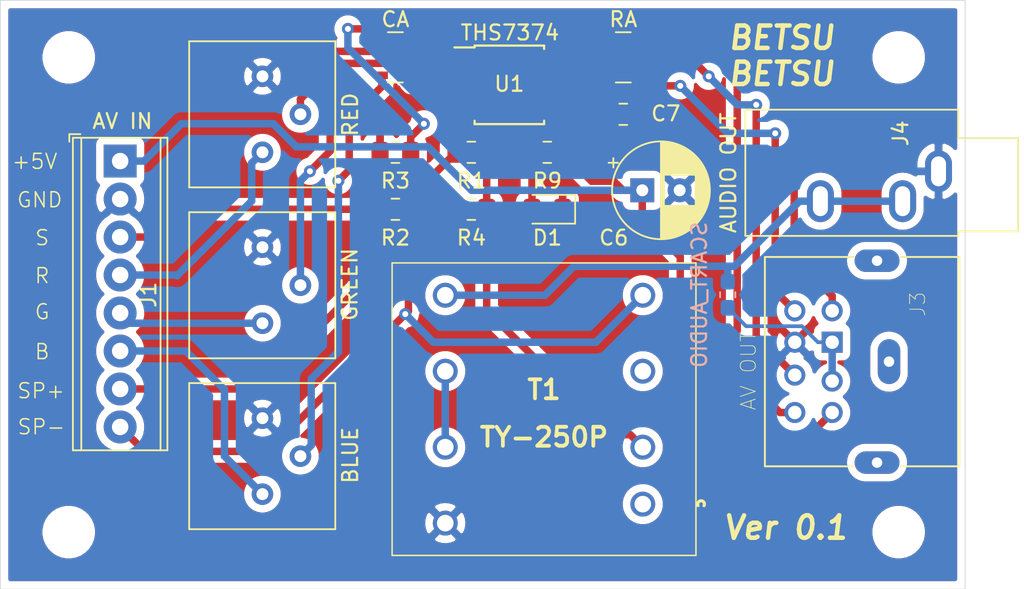
<source format=kicad_pcb>
(kicad_pcb (version 20171130) (host pcbnew "(5.1.2)-2")

  (general
    (thickness 1.6)
    (drawings 14)
    (tracks 171)
    (zones 0)
    (modules 23)
    (nets 30)
  )

  (page A4)
  (layers
    (0 F.Cu signal)
    (31 B.Cu signal)
    (32 B.Adhes user)
    (33 F.Adhes user)
    (34 B.Paste user)
    (35 F.Paste user)
    (36 B.SilkS user)
    (37 F.SilkS user)
    (38 B.Mask user)
    (39 F.Mask user)
    (40 Dwgs.User user)
    (41 Cmts.User user)
    (42 Eco1.User user)
    (43 Eco2.User user)
    (44 Edge.Cuts user)
    (45 Margin user)
    (46 B.CrtYd user)
    (47 F.CrtYd user)
    (48 B.Fab user hide)
    (49 F.Fab user hide)
  )

  (setup
    (last_trace_width 0.25)
    (user_trace_width 0.25)
    (user_trace_width 0.5)
    (trace_clearance 0.2)
    (zone_clearance 0.508)
    (zone_45_only no)
    (trace_min 0.2)
    (via_size 0.8)
    (via_drill 0.4)
    (via_min_size 0.4)
    (via_min_drill 0.3)
    (uvia_size 0.3)
    (uvia_drill 0.1)
    (uvias_allowed no)
    (uvia_min_size 0.2)
    (uvia_min_drill 0.1)
    (edge_width 0.05)
    (segment_width 0.2)
    (pcb_text_width 0.3)
    (pcb_text_size 1.5 1.5)
    (mod_edge_width 0.12)
    (mod_text_size 1 1)
    (mod_text_width 0.15)
    (pad_size 1.524 1.524)
    (pad_drill 0.762)
    (pad_to_mask_clearance 0.051)
    (solder_mask_min_width 0.25)
    (aux_axis_origin 0 0)
    (visible_elements 7FFFFFFF)
    (pcbplotparams
      (layerselection 0x010fc_ffffffff)
      (usegerberextensions false)
      (usegerberattributes false)
      (usegerberadvancedattributes false)
      (creategerberjobfile false)
      (excludeedgelayer true)
      (linewidth 0.100000)
      (plotframeref false)
      (viasonmask false)
      (mode 1)
      (useauxorigin false)
      (hpglpennumber 1)
      (hpglpenspeed 20)
      (hpglpendiameter 15.000000)
      (psnegative false)
      (psa4output false)
      (plotreference true)
      (plotvalue true)
      (plotinvisibletext false)
      (padsonsilk false)
      (subtractmaskfromsilk false)
      (outputformat 1)
      (mirror false)
      (drillshape 1)
      (scaleselection 1)
      (outputdirectory ""))
  )

  (net 0 "")
  (net 1 AUDIO_MONO_OUT)
  (net 2 GND)
  (net 3 +5V)
  (net 4 CSYNC_OUT)
  (net 5 RED_OUT)
  (net 6 GREEN_OUT)
  (net 7 SYNC_IN)
  (net 8 RED_IN)
  (net 9 GREEN_IN)
  (net 10 BLUE_IN)
  (net 11 BLUE_OUT)
  (net 12 -AUDIO_IN)
  (net 13 +AUDIO_IN)
  (net 14 "Net-(D1-Pad2)")
  (net 15 "Net-(R1-Pad2)")
  (net 16 "Net-(BLUE1-Pad2)")
  (net 17 "Net-(CA1-Pad5)")
  (net 18 "Net-(CA1-Pad6)")
  (net 19 "Net-(CA1-Pad8)")
  (net 20 "Net-(CA1-Pad7)")
  (net 21 "Net-(CA1-Pad2)")
  (net 22 "Net-(CA1-Pad3)")
  (net 23 "Net-(CA1-Pad1)")
  (net 24 "Net-(RA1-Pad1)")
  (net 25 "Net-(RA1-Pad3)")
  (net 26 "Net-(RA1-Pad2)")
  (net 27 "Net-(RA1-Pad4)")
  (net 28 "Net-(T1-Pad6)")
  (net 29 "Net-(J4-PadR)")

  (net_class Default "This is the default net class."
    (clearance 0.2)
    (trace_width 0.25)
    (via_dia 0.8)
    (via_drill 0.4)
    (uvia_dia 0.3)
    (uvia_drill 0.1)
    (add_net +5V)
    (add_net +AUDIO_IN)
    (add_net -AUDIO_IN)
    (add_net AUDIO_MONO_OUT)
    (add_net BLUE_IN)
    (add_net BLUE_OUT)
    (add_net CSYNC_OUT)
    (add_net GND)
    (add_net GREEN_IN)
    (add_net GREEN_OUT)
    (add_net "Net-(BLUE1-Pad2)")
    (add_net "Net-(CA1-Pad1)")
    (add_net "Net-(CA1-Pad2)")
    (add_net "Net-(CA1-Pad3)")
    (add_net "Net-(CA1-Pad5)")
    (add_net "Net-(CA1-Pad6)")
    (add_net "Net-(CA1-Pad7)")
    (add_net "Net-(CA1-Pad8)")
    (add_net "Net-(D1-Pad2)")
    (add_net "Net-(J4-PadR)")
    (add_net "Net-(R1-Pad2)")
    (add_net "Net-(RA1-Pad1)")
    (add_net "Net-(RA1-Pad2)")
    (add_net "Net-(RA1-Pad3)")
    (add_net "Net-(RA1-Pad4)")
    (add_net "Net-(T1-Pad6)")
    (add_net RED_IN)
    (add_net RED_OUT)
    (add_net SYNC_IN)
  )

  (net_class BIG ""
    (clearance 0.2)
    (trace_width 0.5)
    (via_dia 0.8)
    (via_drill 0.4)
    (uvia_dia 0.3)
    (uvia_drill 0.1)
  )

  (module MountingHole:MountingHole_2.5mm (layer F.Cu) (tedit 56D1B4CB) (tstamp 5D76AB77)
    (at 49.276 110.49)
    (descr "Mounting Hole 2.5mm, no annular")
    (tags "mounting hole 2.5mm no annular")
    (attr virtual)
    (fp_text reference "" (at 0 -3.5) (layer F.SilkS)
      (effects (font (size 1 1) (thickness 0.15)))
    )
    (fp_text value "" (at 0 3.5) (layer F.Fab)
      (effects (font (size 1 1) (thickness 0.15)))
    )
    (fp_circle (center 0 0) (end 2.5 0) (layer Cmts.User) (width 0.15))
    (fp_circle (center 0 0) (end 2.75 0) (layer F.CrtYd) (width 0.05))
    (pad 1 np_thru_hole circle (at 0 0) (size 2.5 2.5) (drill 2.5) (layers *.Cu *.Mask))
  )

  (module MountingHole:MountingHole_2.5mm (layer F.Cu) (tedit 56D1B4CB) (tstamp 5D76AB77)
    (at 49.276 78.74)
    (descr "Mounting Hole 2.5mm, no annular")
    (tags "mounting hole 2.5mm no annular")
    (attr virtual)
    (fp_text reference "" (at 0 -3.5) (layer F.SilkS)
      (effects (font (size 1 1) (thickness 0.15)))
    )
    (fp_text value "" (at 0 3.5) (layer F.Fab)
      (effects (font (size 1 1) (thickness 0.15)))
    )
    (fp_circle (center 0 0) (end 2.5 0) (layer Cmts.User) (width 0.15))
    (fp_circle (center 0 0) (end 2.75 0) (layer F.CrtYd) (width 0.05))
    (pad 1 np_thru_hole circle (at 0 0) (size 2.5 2.5) (drill 2.5) (layers *.Cu *.Mask))
  )

  (module MountingHole:MountingHole_2.5mm (layer F.Cu) (tedit 56D1B4CB) (tstamp 5D76AB77)
    (at 104.775 110.49)
    (descr "Mounting Hole 2.5mm, no annular")
    (tags "mounting hole 2.5mm no annular")
    (attr virtual)
    (fp_text reference "" (at 0 -3.5) (layer F.SilkS)
      (effects (font (size 1 1) (thickness 0.15)))
    )
    (fp_text value "" (at 0 3.5) (layer F.Fab)
      (effects (font (size 1 1) (thickness 0.15)))
    )
    (fp_circle (center 0 0) (end 2.5 0) (layer Cmts.User) (width 0.15))
    (fp_circle (center 0 0) (end 2.75 0) (layer F.CrtYd) (width 0.05))
    (pad 1 np_thru_hole circle (at 0 0) (size 2.5 2.5) (drill 2.5) (layers *.Cu *.Mask))
  )

  (module MountingHole:MountingHole_2.5mm (layer F.Cu) (tedit 56D1B4CB) (tstamp 5D76AB2A)
    (at 104.775 78.74)
    (descr "Mounting Hole 2.5mm, no annular")
    (tags "mounting hole 2.5mm no annular")
    (attr virtual)
    (fp_text reference "" (at 0 -3.5) (layer F.SilkS)
      (effects (font (size 1 1) (thickness 0.15)))
    )
    (fp_text value "" (at 0 3.5) (layer F.Fab)
      (effects (font (size 1 1) (thickness 0.15)))
    )
    (fp_circle (center 0 0) (end 2.75 0) (layer F.CrtYd) (width 0.05))
    (fp_circle (center 0 0) (end 2.5 0) (layer Cmts.User) (width 0.15))
    (pad 1 np_thru_hole circle (at 0 0) (size 2.5 2.5) (drill 2.5) (layers *.Cu *.Mask))
  )

  (module Resistor_SMD:R_0603_1608Metric_Pad1.05x0.95mm_HandSolder (layer B.Cu) (tedit 5B301BBD) (tstamp 5D75741E)
    (at 93.345 94.615 90)
    (descr "Resistor SMD 0603 (1608 Metric), square (rectangular) end terminal, IPC_7351 nominal with elongated pad for handsoldering. (Body size source: http://www.tortai-tech.com/upload/download/2011102023233369053.pdf), generated with kicad-footprint-generator")
    (tags "resistor handsolder")
    (path /5D888D99)
    (attr smd)
    (fp_text reference JMP1 (at 0 1.905 270) (layer B.SilkS) hide
      (effects (font (size 1 1) (thickness 0.15)) (justify mirror))
    )
    (fp_text value SCART_AUDIO (at 0 -1.905 270) (layer B.SilkS)
      (effects (font (size 1 1) (thickness 0.15)) (justify mirror))
    )
    (fp_text user %R (at 0 0 270) (layer B.Fab)
      (effects (font (size 0.4 0.4) (thickness 0.06)) (justify mirror))
    )
    (fp_line (start 1.65 -0.73) (end -1.65 -0.73) (layer B.CrtYd) (width 0.05))
    (fp_line (start 1.65 0.73) (end 1.65 -0.73) (layer B.CrtYd) (width 0.05))
    (fp_line (start -1.65 0.73) (end 1.65 0.73) (layer B.CrtYd) (width 0.05))
    (fp_line (start -1.65 -0.73) (end -1.65 0.73) (layer B.CrtYd) (width 0.05))
    (fp_line (start -0.171267 -0.51) (end 0.171267 -0.51) (layer B.SilkS) (width 0.12))
    (fp_line (start -0.171267 0.51) (end 0.171267 0.51) (layer B.SilkS) (width 0.12))
    (fp_line (start 0.8 -0.4) (end -0.8 -0.4) (layer B.Fab) (width 0.1))
    (fp_line (start 0.8 0.4) (end 0.8 -0.4) (layer B.Fab) (width 0.1))
    (fp_line (start -0.8 0.4) (end 0.8 0.4) (layer B.Fab) (width 0.1))
    (fp_line (start -0.8 -0.4) (end -0.8 0.4) (layer B.Fab) (width 0.1))
    (pad 2 smd roundrect (at 0.875 0 90) (size 1.05 0.95) (layers B.Cu B.Paste B.Mask) (roundrect_rratio 0.25)
      (net 29 "Net-(J4-PadR)"))
    (pad 1 smd roundrect (at -0.875 0 90) (size 1.05 0.95) (layers B.Cu B.Paste B.Mask) (roundrect_rratio 0.25)
      (net 1 AUDIO_MONO_OUT))
    (model ${KISYS3DMOD}/Resistor_SMD.3dshapes/R_0603_1608Metric.wrl
      (at (xyz 0 0 0))
      (scale (xyz 1 1 1))
      (rotate (xyz 0 0 0))
    )
  )

  (module Connector_Audio:Jack_3.5mm_CUI_SJ1-3533NG_Horizontal (layer F.Cu) (tedit 5BAD3514) (tstamp 5D5E3CC1)
    (at 107.442 86.36 270)
    (descr "TRS 3.5mm, horizontal, through-hole, https://www.cui.com/product/resource/sj1-353xng.pdf")
    (tags "TRS audio jack stereo horizontal")
    (path /5D9C76F0)
    (fp_text reference J4 (at -2.54 2.54 90) (layer F.SilkS)
      (effects (font (size 1 1) (thickness 0.15)))
    )
    (fp_text value "AUDIO OUT" (at 0.1 14.05 90) (layer F.SilkS)
      (effects (font (size 1 1) (thickness 0.15)))
    )
    (fp_text user %R (at -0.635 5.08 90) (layer F.Fab)
      (effects (font (size 1 1) (thickness 0.15)))
    )
    (fp_line (start 4.7 -5.7) (end -4.5 -5.7) (layer F.CrtYd) (width 0.05))
    (fp_line (start 4.7 13.3) (end 4.7 -5.7) (layer F.CrtYd) (width 0.05))
    (fp_line (start -4.5 13.3) (end 4.7 13.3) (layer F.CrtYd) (width 0.05))
    (fp_line (start -4.5 -5.7) (end -4.5 13.3) (layer F.CrtYd) (width 0.05))
    (fp_line (start -2.22 -1.32) (end -2.22 -5.32) (layer F.SilkS) (width 0.12))
    (fp_line (start -4.12 -1.32) (end -2.22 -1.32) (layer F.SilkS) (width 0.12))
    (fp_line (start -4.12 12.92) (end -4.12 -1.32) (layer F.SilkS) (width 0.12))
    (fp_line (start 4.32 12.92) (end -4.12 12.92) (layer F.SilkS) (width 0.12))
    (fp_line (start 4.32 -1.32) (end 4.32 12.92) (layer F.SilkS) (width 0.12))
    (fp_line (start 4.02 -1.32) (end 4.32 -1.32) (layer F.SilkS) (width 0.12))
    (fp_line (start 4.02 -5.32) (end 4.02 -1.32) (layer F.SilkS) (width 0.12))
    (fp_line (start -2.22 -5.32) (end 4.02 -5.32) (layer F.SilkS) (width 0.12))
    (fp_line (start -2.1 -1.2) (end -2.1 -5.2) (layer F.Fab) (width 0.1))
    (fp_line (start -4 -1.2) (end -2.1 -1.2) (layer F.Fab) (width 0.1))
    (fp_line (start -4 12.8) (end -4 -1.2) (layer F.Fab) (width 0.1))
    (fp_line (start 4.2 12.8) (end -4 12.8) (layer F.Fab) (width 0.1))
    (fp_line (start 4.2 -1.2) (end 4.2 12.8) (layer F.Fab) (width 0.1))
    (fp_line (start 3.9 -1.2) (end 4.2 -1.2) (layer F.Fab) (width 0.1))
    (fp_line (start 3.9 -5.2) (end 3.9 -1.2) (layer F.Fab) (width 0.1))
    (fp_line (start -2.1 -5.2) (end 3.9 -5.2) (layer F.Fab) (width 0.1))
    (pad R thru_hole oval (at 2 7.9 270) (size 2.8 1.8) (drill oval 2 1) (layers *.Cu *.Mask)
      (net 29 "Net-(J4-PadR)"))
    (pad T thru_hole oval (at 2 2.4 270) (size 2.8 1.8) (drill oval 2 1) (layers *.Cu *.Mask)
      (net 29 "Net-(J4-PadR)"))
    (pad S thru_hole oval (at 0 0 270) (size 2.8 1.8) (drill oval 2 1) (layers *.Cu *.Mask)
      (net 2 GND))
    (model ${KISYS3DMOD}/Connector_Audio.3dshapes/Jack_3.5mm_CUI_SJ1-3533NG_Horizontal.wrl
      (at (xyz 0 0 0))
      (scale (xyz 1 1 1))
      (rotate (xyz 0 0 0))
    )
  )

  (module Resistor_SMD:R_0805_2012Metric_Pad1.15x1.40mm_HandSolder (layer F.Cu) (tedit 5B36C52B) (tstamp 5D5A6CCA)
    (at 76.2 88.9)
    (descr "Resistor SMD 0805 (2012 Metric), square (rectangular) end terminal, IPC_7351 nominal with elongated pad for handsoldering. (Body size source: https://docs.google.com/spreadsheets/d/1BsfQQcO9C6DZCsRaXUlFlo91Tg2WpOkGARC1WS5S8t0/edit?usp=sharing), generated with kicad-footprint-generator")
    (tags "resistor handsolder")
    (path /5D63E5DE)
    (attr smd)
    (fp_text reference R4 (at 0 1.905 180) (layer F.SilkS)
      (effects (font (size 1 1) (thickness 0.15)))
    )
    (fp_text value 47 (at 2.54 0 90) (layer F.Fab)
      (effects (font (size 1 1) (thickness 0.15)))
    )
    (fp_text user %R (at 0 0) (layer F.Fab)
      (effects (font (size 0.5 0.5) (thickness 0.08)))
    )
    (fp_line (start 1.85 0.95) (end -1.85 0.95) (layer F.CrtYd) (width 0.05))
    (fp_line (start 1.85 -0.95) (end 1.85 0.95) (layer F.CrtYd) (width 0.05))
    (fp_line (start -1.85 -0.95) (end 1.85 -0.95) (layer F.CrtYd) (width 0.05))
    (fp_line (start -1.85 0.95) (end -1.85 -0.95) (layer F.CrtYd) (width 0.05))
    (fp_line (start -0.261252 0.71) (end 0.261252 0.71) (layer F.SilkS) (width 0.12))
    (fp_line (start -0.261252 -0.71) (end 0.261252 -0.71) (layer F.SilkS) (width 0.12))
    (fp_line (start 1 0.6) (end -1 0.6) (layer F.Fab) (width 0.1))
    (fp_line (start 1 -0.6) (end 1 0.6) (layer F.Fab) (width 0.1))
    (fp_line (start -1 -0.6) (end 1 -0.6) (layer F.Fab) (width 0.1))
    (fp_line (start -1 0.6) (end -1 -0.6) (layer F.Fab) (width 0.1))
    (pad 2 smd roundrect (at 1.025 0) (size 1.15 1.4) (layers F.Cu F.Paste F.Mask) (roundrect_rratio 0.217391)
      (net 15 "Net-(R1-Pad2)"))
    (pad 1 smd roundrect (at -1.025 0) (size 1.15 1.4) (layers F.Cu F.Paste F.Mask) (roundrect_rratio 0.217391)
      (net 12 -AUDIO_IN))
    (model ${KISYS3DMOD}/Resistor_SMD.3dshapes/R_0805_2012Metric.wrl
      (at (xyz 0 0 0))
      (scale (xyz 1 1 1))
      (rotate (xyz 0 0 0))
    )
  )

  (module Resistor_SMD:R_0805_2012Metric_Pad1.15x1.40mm_HandSolder (layer F.Cu) (tedit 5B36C52B) (tstamp 5D5AA831)
    (at 71.12 85.09)
    (descr "Resistor SMD 0805 (2012 Metric), square (rectangular) end terminal, IPC_7351 nominal with elongated pad for handsoldering. (Body size source: https://docs.google.com/spreadsheets/d/1BsfQQcO9C6DZCsRaXUlFlo91Tg2WpOkGARC1WS5S8t0/edit?usp=sharing), generated with kicad-footprint-generator")
    (tags "resistor handsolder")
    (path /5D5B1D38)
    (attr smd)
    (fp_text reference R3 (at 0 1.905 180) (layer F.SilkS)
      (effects (font (size 1 1) (thickness 0.15)))
    )
    (fp_text value 150 (at -2.54 0 90) (layer F.Fab)
      (effects (font (size 1 1) (thickness 0.15)))
    )
    (fp_text user %R (at 0 0) (layer F.Fab)
      (effects (font (size 0.5 0.5) (thickness 0.08)))
    )
    (fp_line (start 1.85 0.95) (end -1.85 0.95) (layer F.CrtYd) (width 0.05))
    (fp_line (start 1.85 -0.95) (end 1.85 0.95) (layer F.CrtYd) (width 0.05))
    (fp_line (start -1.85 -0.95) (end 1.85 -0.95) (layer F.CrtYd) (width 0.05))
    (fp_line (start -1.85 0.95) (end -1.85 -0.95) (layer F.CrtYd) (width 0.05))
    (fp_line (start -0.261252 0.71) (end 0.261252 0.71) (layer F.SilkS) (width 0.12))
    (fp_line (start -0.261252 -0.71) (end 0.261252 -0.71) (layer F.SilkS) (width 0.12))
    (fp_line (start 1 0.6) (end -1 0.6) (layer F.Fab) (width 0.1))
    (fp_line (start 1 -0.6) (end 1 0.6) (layer F.Fab) (width 0.1))
    (fp_line (start -1 -0.6) (end 1 -0.6) (layer F.Fab) (width 0.1))
    (fp_line (start -1 0.6) (end -1 -0.6) (layer F.Fab) (width 0.1))
    (pad 2 smd roundrect (at 1.025 0) (size 1.15 1.4) (layers F.Cu F.Paste F.Mask) (roundrect_rratio 0.217391)
      (net 23 "Net-(CA1-Pad1)"))
    (pad 1 smd roundrect (at -1.025 0) (size 1.15 1.4) (layers F.Cu F.Paste F.Mask) (roundrect_rratio 0.217391)
      (net 2 GND))
    (model ${KISYS3DMOD}/Resistor_SMD.3dshapes/R_0805_2012Metric.wrl
      (at (xyz 0 0 0))
      (scale (xyz 1 1 1))
      (rotate (xyz 0 0 0))
    )
  )

  (module Resistor_SMD:R_0805_2012Metric_Pad1.15x1.40mm_HandSolder (layer F.Cu) (tedit 5B36C52B) (tstamp 5D5A6CA8)
    (at 71.12 88.9 180)
    (descr "Resistor SMD 0805 (2012 Metric), square (rectangular) end terminal, IPC_7351 nominal with elongated pad for handsoldering. (Body size source: https://docs.google.com/spreadsheets/d/1BsfQQcO9C6DZCsRaXUlFlo91Tg2WpOkGARC1WS5S8t0/edit?usp=sharing), generated with kicad-footprint-generator")
    (tags "resistor handsolder")
    (path /5D5B0F96)
    (attr smd)
    (fp_text reference R2 (at 0 -1.905 180) (layer F.SilkS)
      (effects (font (size 1 1) (thickness 0.15)))
    )
    (fp_text value 1k (at 2.54 0 90) (layer F.Fab)
      (effects (font (size 1 1) (thickness 0.15)))
    )
    (fp_text user %R (at 0 0) (layer F.Fab)
      (effects (font (size 0.5 0.5) (thickness 0.08)))
    )
    (fp_line (start 1.85 0.95) (end -1.85 0.95) (layer F.CrtYd) (width 0.05))
    (fp_line (start 1.85 -0.95) (end 1.85 0.95) (layer F.CrtYd) (width 0.05))
    (fp_line (start -1.85 -0.95) (end 1.85 -0.95) (layer F.CrtYd) (width 0.05))
    (fp_line (start -1.85 0.95) (end -1.85 -0.95) (layer F.CrtYd) (width 0.05))
    (fp_line (start -0.261252 0.71) (end 0.261252 0.71) (layer F.SilkS) (width 0.12))
    (fp_line (start -0.261252 -0.71) (end 0.261252 -0.71) (layer F.SilkS) (width 0.12))
    (fp_line (start 1 0.6) (end -1 0.6) (layer F.Fab) (width 0.1))
    (fp_line (start 1 -0.6) (end 1 0.6) (layer F.Fab) (width 0.1))
    (fp_line (start -1 -0.6) (end 1 -0.6) (layer F.Fab) (width 0.1))
    (fp_line (start -1 0.6) (end -1 -0.6) (layer F.Fab) (width 0.1))
    (pad 2 smd roundrect (at 1.025 0 180) (size 1.15 1.4) (layers F.Cu F.Paste F.Mask) (roundrect_rratio 0.217391)
      (net 7 SYNC_IN))
    (pad 1 smd roundrect (at -1.025 0 180) (size 1.15 1.4) (layers F.Cu F.Paste F.Mask) (roundrect_rratio 0.217391)
      (net 23 "Net-(CA1-Pad1)"))
    (model ${KISYS3DMOD}/Resistor_SMD.3dshapes/R_0805_2012Metric.wrl
      (at (xyz 0 0 0))
      (scale (xyz 1 1 1))
      (rotate (xyz 0 0 0))
    )
  )

  (module Resistor_SMD:R_0805_2012Metric_Pad1.15x1.40mm_HandSolder (layer F.Cu) (tedit 5B36C52B) (tstamp 5D5BED2A)
    (at 76.2 85.09)
    (descr "Resistor SMD 0805 (2012 Metric), square (rectangular) end terminal, IPC_7351 nominal with elongated pad for handsoldering. (Body size source: https://docs.google.com/spreadsheets/d/1BsfQQcO9C6DZCsRaXUlFlo91Tg2WpOkGARC1WS5S8t0/edit?usp=sharing), generated with kicad-footprint-generator")
    (tags "resistor handsolder")
    (path /5D63847F)
    (attr smd)
    (fp_text reference R1 (at 0 1.905 180) (layer F.SilkS)
      (effects (font (size 1 1) (thickness 0.15)))
    )
    (fp_text value 390 (at 2.54 0 90) (layer F.Fab)
      (effects (font (size 1 1) (thickness 0.15)))
    )
    (fp_text user %R (at 0 0) (layer F.Fab)
      (effects (font (size 0.5 0.5) (thickness 0.08)))
    )
    (fp_line (start 1.85 0.95) (end -1.85 0.95) (layer F.CrtYd) (width 0.05))
    (fp_line (start 1.85 -0.95) (end 1.85 0.95) (layer F.CrtYd) (width 0.05))
    (fp_line (start -1.85 -0.95) (end 1.85 -0.95) (layer F.CrtYd) (width 0.05))
    (fp_line (start -1.85 0.95) (end -1.85 -0.95) (layer F.CrtYd) (width 0.05))
    (fp_line (start -0.261252 0.71) (end 0.261252 0.71) (layer F.SilkS) (width 0.12))
    (fp_line (start -0.261252 -0.71) (end 0.261252 -0.71) (layer F.SilkS) (width 0.12))
    (fp_line (start 1 0.6) (end -1 0.6) (layer F.Fab) (width 0.1))
    (fp_line (start 1 -0.6) (end 1 0.6) (layer F.Fab) (width 0.1))
    (fp_line (start -1 -0.6) (end 1 -0.6) (layer F.Fab) (width 0.1))
    (fp_line (start -1 0.6) (end -1 -0.6) (layer F.Fab) (width 0.1))
    (pad 2 smd roundrect (at 1.025 0) (size 1.15 1.4) (layers F.Cu F.Paste F.Mask) (roundrect_rratio 0.217391)
      (net 15 "Net-(R1-Pad2)"))
    (pad 1 smd roundrect (at -1.025 0) (size 1.15 1.4) (layers F.Cu F.Paste F.Mask) (roundrect_rratio 0.217391)
      (net 13 +AUDIO_IN))
    (model ${KISYS3DMOD}/Resistor_SMD.3dshapes/R_0805_2012Metric.wrl
      (at (xyz 0 0 0))
      (scale (xyz 1 1 1))
      (rotate (xyz 0 0 0))
    )
  )

  (module TerminalBlock_Phoenix:TerminalBlock_Phoenix_MPT-0,5-8-2.54_1x08_P2.54mm_Horizontal (layer F.Cu) (tedit 5B294F9B) (tstamp 5D5B8F05)
    (at 52.714359 85.677167 270)
    (descr "Terminal Block Phoenix MPT-0,5-8-2.54, 8 pins, pitch 2.54mm, size 20.8x6.2mm^2, drill diamater 1.1mm, pad diameter 2.2mm, see http://www.mouser.com/ds/2/324/ItemDetail_1725672-916605.pdf, script-generated using https://github.com/pointhi/kicad-footprint-generator/scripts/TerminalBlock_Phoenix")
    (tags "THT Terminal Block Phoenix MPT-0,5-8-2.54 pitch 2.54mm size 20.8x6.2mm^2 drill 1.1mm pad 2.2mm")
    (path /5D98E3F1)
    (fp_text reference J1 (at 8.937833 -1.895641 90) (layer F.SilkS)
      (effects (font (size 1 1) (thickness 0.15)))
    )
    (fp_text value "AV IN" (at -2.666228 -0.154613) (layer F.SilkS)
      (effects (font (size 1 1) (thickness 0.15)))
    )
    (fp_text user %R (at 8.89 2 90) (layer F.Fab)
      (effects (font (size 1 1) (thickness 0.15)))
    )
    (fp_line (start 19.78 -3.6) (end -2 -3.6) (layer F.CrtYd) (width 0.05))
    (fp_line (start 19.78 3.6) (end 19.78 -3.6) (layer F.CrtYd) (width 0.05))
    (fp_line (start -2 3.6) (end 19.78 3.6) (layer F.CrtYd) (width 0.05))
    (fp_line (start -2 -3.6) (end -2 3.6) (layer F.CrtYd) (width 0.05))
    (fp_line (start -1.8 3.4) (end -1.3 3.4) (layer F.SilkS) (width 0.12))
    (fp_line (start -1.8 2.66) (end -1.8 3.4) (layer F.SilkS) (width 0.12))
    (fp_line (start 18.481 -0.835) (end 16.946 0.7) (layer F.Fab) (width 0.1))
    (fp_line (start 18.615 -0.7) (end 17.08 0.835) (layer F.Fab) (width 0.1))
    (fp_line (start 15.941 -0.835) (end 14.406 0.7) (layer F.Fab) (width 0.1))
    (fp_line (start 16.075 -0.7) (end 14.54 0.835) (layer F.Fab) (width 0.1))
    (fp_line (start 13.401 -0.835) (end 11.866 0.7) (layer F.Fab) (width 0.1))
    (fp_line (start 13.535 -0.7) (end 12 0.835) (layer F.Fab) (width 0.1))
    (fp_line (start 10.861 -0.835) (end 9.326 0.7) (layer F.Fab) (width 0.1))
    (fp_line (start 10.995 -0.7) (end 9.46 0.835) (layer F.Fab) (width 0.1))
    (fp_line (start 8.321 -0.835) (end 6.786 0.7) (layer F.Fab) (width 0.1))
    (fp_line (start 8.455 -0.7) (end 6.92 0.835) (layer F.Fab) (width 0.1))
    (fp_line (start 5.781 -0.835) (end 4.246 0.7) (layer F.Fab) (width 0.1))
    (fp_line (start 5.915 -0.7) (end 4.38 0.835) (layer F.Fab) (width 0.1))
    (fp_line (start 3.241 -0.835) (end 1.706 0.7) (layer F.Fab) (width 0.1))
    (fp_line (start 3.375 -0.7) (end 1.84 0.835) (layer F.Fab) (width 0.1))
    (fp_line (start 0.701 -0.835) (end -0.835 0.7) (layer F.Fab) (width 0.1))
    (fp_line (start 0.835 -0.7) (end -0.701 0.835) (layer F.Fab) (width 0.1))
    (fp_line (start 19.341 -3.16) (end 19.341 3.16) (layer F.SilkS) (width 0.12))
    (fp_line (start -1.56 -3.16) (end -1.56 3.16) (layer F.SilkS) (width 0.12))
    (fp_line (start -1.56 3.16) (end 19.341 3.16) (layer F.SilkS) (width 0.12))
    (fp_line (start -1.56 -3.16) (end 19.341 -3.16) (layer F.SilkS) (width 0.12))
    (fp_line (start -1.56 -2.7) (end 19.341 -2.7) (layer F.SilkS) (width 0.12))
    (fp_line (start -1.5 -2.7) (end 19.28 -2.7) (layer F.Fab) (width 0.1))
    (fp_line (start -1.56 2.6) (end 19.341 2.6) (layer F.SilkS) (width 0.12))
    (fp_line (start -1.5 2.6) (end 19.28 2.6) (layer F.Fab) (width 0.1))
    (fp_line (start -1.5 2.6) (end -1.5 -3.1) (layer F.Fab) (width 0.1))
    (fp_line (start -1 3.1) (end -1.5 2.6) (layer F.Fab) (width 0.1))
    (fp_line (start 19.28 3.1) (end -1 3.1) (layer F.Fab) (width 0.1))
    (fp_line (start 19.28 -3.1) (end 19.28 3.1) (layer F.Fab) (width 0.1))
    (fp_line (start -1.5 -3.1) (end 19.28 -3.1) (layer F.Fab) (width 0.1))
    (fp_circle (center 17.78 0) (end 18.88 0) (layer F.Fab) (width 0.1))
    (fp_circle (center 15.24 0) (end 16.34 0) (layer F.Fab) (width 0.1))
    (fp_circle (center 12.7 0) (end 13.8 0) (layer F.Fab) (width 0.1))
    (fp_circle (center 10.16 0) (end 11.26 0) (layer F.Fab) (width 0.1))
    (fp_circle (center 7.62 0) (end 8.72 0) (layer F.Fab) (width 0.1))
    (fp_circle (center 5.08 0) (end 6.18 0) (layer F.Fab) (width 0.1))
    (fp_circle (center 2.54 0) (end 3.64 0) (layer F.Fab) (width 0.1))
    (fp_circle (center 0 0) (end 1.1 0) (layer F.Fab) (width 0.1))
    (pad 8 thru_hole circle (at 17.78 0 270) (size 2.2 2.2) (drill 1.1) (layers *.Cu *.Mask)
      (net 12 -AUDIO_IN))
    (pad 7 thru_hole circle (at 15.24 0 270) (size 2.2 2.2) (drill 1.1) (layers *.Cu *.Mask)
      (net 13 +AUDIO_IN))
    (pad 6 thru_hole circle (at 12.7 0 270) (size 2.2 2.2) (drill 1.1) (layers *.Cu *.Mask)
      (net 10 BLUE_IN))
    (pad 5 thru_hole circle (at 10.16 0 270) (size 2.2 2.2) (drill 1.1) (layers *.Cu *.Mask)
      (net 9 GREEN_IN))
    (pad 4 thru_hole circle (at 7.62 0 270) (size 2.2 2.2) (drill 1.1) (layers *.Cu *.Mask)
      (net 8 RED_IN))
    (pad 3 thru_hole circle (at 5.08 0 270) (size 2.2 2.2) (drill 1.1) (layers *.Cu *.Mask)
      (net 7 SYNC_IN))
    (pad 2 thru_hole circle (at 2.54 0 270) (size 2.2 2.2) (drill 1.1) (layers *.Cu *.Mask)
      (net 2 GND))
    (pad 1 thru_hole rect (at 0 0 270) (size 2.2 2.2) (drill 1.1) (layers *.Cu *.Mask)
      (net 3 +5V))
    (model ${KISYS3DMOD}/TerminalBlock_Phoenix.3dshapes/TerminalBlock_Phoenix_MPT-0,5-8-2.54_1x08_P2.54mm_Horizontal.wrl
      (at (xyz 0 0 0))
      (scale (xyz 1 1 1))
      (rotate (xyz 0 0 0))
    )
  )

  (module Capacitor_SMD:C_0805_2012Metric_Pad1.15x1.40mm_HandSolder (layer F.Cu) (tedit 5B36C52B) (tstamp 5D5A6960)
    (at 86.36 82.55 180)
    (descr "Capacitor SMD 0805 (2012 Metric), square (rectangular) end terminal, IPC_7351 nominal with elongated pad for handsoldering. (Body size source: https://docs.google.com/spreadsheets/d/1BsfQQcO9C6DZCsRaXUlFlo91Tg2WpOkGARC1WS5S8t0/edit?usp=sharing), generated with kicad-footprint-generator")
    (tags "capacitor handsolder")
    (path /5D6235B7)
    (attr smd)
    (fp_text reference C7 (at -2.844305 0.049687) (layer F.SilkS)
      (effects (font (size 1 1) (thickness 0.15)))
    )
    (fp_text value "" (at -0.635 -1.905 180) (layer F.Fab) hide
      (effects (font (size 1 1) (thickness 0.15)))
    )
    (fp_text user %R (at 0 0) (layer F.Fab)
      (effects (font (size 0.5 0.5) (thickness 0.08)))
    )
    (fp_line (start 1.85 0.95) (end -1.85 0.95) (layer F.CrtYd) (width 0.05))
    (fp_line (start 1.85 -0.95) (end 1.85 0.95) (layer F.CrtYd) (width 0.05))
    (fp_line (start -1.85 -0.95) (end 1.85 -0.95) (layer F.CrtYd) (width 0.05))
    (fp_line (start -1.85 0.95) (end -1.85 -0.95) (layer F.CrtYd) (width 0.05))
    (fp_line (start -0.261252 0.71) (end 0.261252 0.71) (layer F.SilkS) (width 0.12))
    (fp_line (start -0.261252 -0.71) (end 0.261252 -0.71) (layer F.SilkS) (width 0.12))
    (fp_line (start 1 0.6) (end -1 0.6) (layer F.Fab) (width 0.1))
    (fp_line (start 1 -0.6) (end 1 0.6) (layer F.Fab) (width 0.1))
    (fp_line (start -1 -0.6) (end 1 -0.6) (layer F.Fab) (width 0.1))
    (fp_line (start -1 0.6) (end -1 -0.6) (layer F.Fab) (width 0.1))
    (pad 2 smd roundrect (at 1.025 0 180) (size 1.15 1.4) (layers F.Cu F.Paste F.Mask) (roundrect_rratio 0.217391)
      (net 3 +5V))
    (pad 1 smd roundrect (at -1.025 0 180) (size 1.15 1.4) (layers F.Cu F.Paste F.Mask) (roundrect_rratio 0.217391)
      (net 2 GND))
    (model ${KISYS3DMOD}/Capacitor_SMD.3dshapes/C_0805_2012Metric.wrl
      (at (xyz 0 0 0))
      (scale (xyz 1 1 1))
      (rotate (xyz 0 0 0))
    )
  )

  (module Capacitor_THT:CP_Radial_D6.3mm_P2.50mm (layer F.Cu) (tedit 5AE50EF0) (tstamp 5D5C554D)
    (at 87.63 87.63)
    (descr "CP, Radial series, Radial, pin pitch=2.50mm, , diameter=6.3mm, Electrolytic Capacitor")
    (tags "CP Radial series Radial pin pitch 2.50mm  diameter 6.3mm Electrolytic Capacitor")
    (path /5D678FC3)
    (fp_text reference C6 (at -1.905 3.175) (layer F.SilkS)
      (effects (font (size 1 1) (thickness 0.15)))
    )
    (fp_text value 100uF (at 1.25 4.4) (layer F.Fab)
      (effects (font (size 1 1) (thickness 0.15)))
    )
    (fp_text user %R (at 0 -1.905) (layer F.Fab)
      (effects (font (size 1 1) (thickness 0.15)))
    )
    (fp_line (start -1.935241 -2.154) (end -1.935241 -1.524) (layer F.SilkS) (width 0.12))
    (fp_line (start -2.250241 -1.839) (end -1.620241 -1.839) (layer F.SilkS) (width 0.12))
    (fp_line (start 4.491 -0.402) (end 4.491 0.402) (layer F.SilkS) (width 0.12))
    (fp_line (start 4.451 -0.633) (end 4.451 0.633) (layer F.SilkS) (width 0.12))
    (fp_line (start 4.411 -0.802) (end 4.411 0.802) (layer F.SilkS) (width 0.12))
    (fp_line (start 4.371 -0.94) (end 4.371 0.94) (layer F.SilkS) (width 0.12))
    (fp_line (start 4.331 -1.059) (end 4.331 1.059) (layer F.SilkS) (width 0.12))
    (fp_line (start 4.291 -1.165) (end 4.291 1.165) (layer F.SilkS) (width 0.12))
    (fp_line (start 4.251 -1.262) (end 4.251 1.262) (layer F.SilkS) (width 0.12))
    (fp_line (start 4.211 -1.35) (end 4.211 1.35) (layer F.SilkS) (width 0.12))
    (fp_line (start 4.171 -1.432) (end 4.171 1.432) (layer F.SilkS) (width 0.12))
    (fp_line (start 4.131 -1.509) (end 4.131 1.509) (layer F.SilkS) (width 0.12))
    (fp_line (start 4.091 -1.581) (end 4.091 1.581) (layer F.SilkS) (width 0.12))
    (fp_line (start 4.051 -1.65) (end 4.051 1.65) (layer F.SilkS) (width 0.12))
    (fp_line (start 4.011 -1.714) (end 4.011 1.714) (layer F.SilkS) (width 0.12))
    (fp_line (start 3.971 -1.776) (end 3.971 1.776) (layer F.SilkS) (width 0.12))
    (fp_line (start 3.931 -1.834) (end 3.931 1.834) (layer F.SilkS) (width 0.12))
    (fp_line (start 3.891 -1.89) (end 3.891 1.89) (layer F.SilkS) (width 0.12))
    (fp_line (start 3.851 -1.944) (end 3.851 1.944) (layer F.SilkS) (width 0.12))
    (fp_line (start 3.811 -1.995) (end 3.811 1.995) (layer F.SilkS) (width 0.12))
    (fp_line (start 3.771 -2.044) (end 3.771 2.044) (layer F.SilkS) (width 0.12))
    (fp_line (start 3.731 -2.092) (end 3.731 2.092) (layer F.SilkS) (width 0.12))
    (fp_line (start 3.691 -2.137) (end 3.691 2.137) (layer F.SilkS) (width 0.12))
    (fp_line (start 3.651 -2.182) (end 3.651 2.182) (layer F.SilkS) (width 0.12))
    (fp_line (start 3.611 -2.224) (end 3.611 2.224) (layer F.SilkS) (width 0.12))
    (fp_line (start 3.571 -2.265) (end 3.571 2.265) (layer F.SilkS) (width 0.12))
    (fp_line (start 3.531 1.04) (end 3.531 2.305) (layer F.SilkS) (width 0.12))
    (fp_line (start 3.531 -2.305) (end 3.531 -1.04) (layer F.SilkS) (width 0.12))
    (fp_line (start 3.491 1.04) (end 3.491 2.343) (layer F.SilkS) (width 0.12))
    (fp_line (start 3.491 -2.343) (end 3.491 -1.04) (layer F.SilkS) (width 0.12))
    (fp_line (start 3.451 1.04) (end 3.451 2.38) (layer F.SilkS) (width 0.12))
    (fp_line (start 3.451 -2.38) (end 3.451 -1.04) (layer F.SilkS) (width 0.12))
    (fp_line (start 3.411 1.04) (end 3.411 2.416) (layer F.SilkS) (width 0.12))
    (fp_line (start 3.411 -2.416) (end 3.411 -1.04) (layer F.SilkS) (width 0.12))
    (fp_line (start 3.371 1.04) (end 3.371 2.45) (layer F.SilkS) (width 0.12))
    (fp_line (start 3.371 -2.45) (end 3.371 -1.04) (layer F.SilkS) (width 0.12))
    (fp_line (start 3.331 1.04) (end 3.331 2.484) (layer F.SilkS) (width 0.12))
    (fp_line (start 3.331 -2.484) (end 3.331 -1.04) (layer F.SilkS) (width 0.12))
    (fp_line (start 3.291 1.04) (end 3.291 2.516) (layer F.SilkS) (width 0.12))
    (fp_line (start 3.291 -2.516) (end 3.291 -1.04) (layer F.SilkS) (width 0.12))
    (fp_line (start 3.251 1.04) (end 3.251 2.548) (layer F.SilkS) (width 0.12))
    (fp_line (start 3.251 -2.548) (end 3.251 -1.04) (layer F.SilkS) (width 0.12))
    (fp_line (start 3.211 1.04) (end 3.211 2.578) (layer F.SilkS) (width 0.12))
    (fp_line (start 3.211 -2.578) (end 3.211 -1.04) (layer F.SilkS) (width 0.12))
    (fp_line (start 3.171 1.04) (end 3.171 2.607) (layer F.SilkS) (width 0.12))
    (fp_line (start 3.171 -2.607) (end 3.171 -1.04) (layer F.SilkS) (width 0.12))
    (fp_line (start 3.131 1.04) (end 3.131 2.636) (layer F.SilkS) (width 0.12))
    (fp_line (start 3.131 -2.636) (end 3.131 -1.04) (layer F.SilkS) (width 0.12))
    (fp_line (start 3.091 1.04) (end 3.091 2.664) (layer F.SilkS) (width 0.12))
    (fp_line (start 3.091 -2.664) (end 3.091 -1.04) (layer F.SilkS) (width 0.12))
    (fp_line (start 3.051 1.04) (end 3.051 2.69) (layer F.SilkS) (width 0.12))
    (fp_line (start 3.051 -2.69) (end 3.051 -1.04) (layer F.SilkS) (width 0.12))
    (fp_line (start 3.011 1.04) (end 3.011 2.716) (layer F.SilkS) (width 0.12))
    (fp_line (start 3.011 -2.716) (end 3.011 -1.04) (layer F.SilkS) (width 0.12))
    (fp_line (start 2.971 1.04) (end 2.971 2.742) (layer F.SilkS) (width 0.12))
    (fp_line (start 2.971 -2.742) (end 2.971 -1.04) (layer F.SilkS) (width 0.12))
    (fp_line (start 2.931 1.04) (end 2.931 2.766) (layer F.SilkS) (width 0.12))
    (fp_line (start 2.931 -2.766) (end 2.931 -1.04) (layer F.SilkS) (width 0.12))
    (fp_line (start 2.891 1.04) (end 2.891 2.79) (layer F.SilkS) (width 0.12))
    (fp_line (start 2.891 -2.79) (end 2.891 -1.04) (layer F.SilkS) (width 0.12))
    (fp_line (start 2.851 1.04) (end 2.851 2.812) (layer F.SilkS) (width 0.12))
    (fp_line (start 2.851 -2.812) (end 2.851 -1.04) (layer F.SilkS) (width 0.12))
    (fp_line (start 2.811 1.04) (end 2.811 2.834) (layer F.SilkS) (width 0.12))
    (fp_line (start 2.811 -2.834) (end 2.811 -1.04) (layer F.SilkS) (width 0.12))
    (fp_line (start 2.771 1.04) (end 2.771 2.856) (layer F.SilkS) (width 0.12))
    (fp_line (start 2.771 -2.856) (end 2.771 -1.04) (layer F.SilkS) (width 0.12))
    (fp_line (start 2.731 1.04) (end 2.731 2.876) (layer F.SilkS) (width 0.12))
    (fp_line (start 2.731 -2.876) (end 2.731 -1.04) (layer F.SilkS) (width 0.12))
    (fp_line (start 2.691 1.04) (end 2.691 2.896) (layer F.SilkS) (width 0.12))
    (fp_line (start 2.691 -2.896) (end 2.691 -1.04) (layer F.SilkS) (width 0.12))
    (fp_line (start 2.651 1.04) (end 2.651 2.916) (layer F.SilkS) (width 0.12))
    (fp_line (start 2.651 -2.916) (end 2.651 -1.04) (layer F.SilkS) (width 0.12))
    (fp_line (start 2.611 1.04) (end 2.611 2.934) (layer F.SilkS) (width 0.12))
    (fp_line (start 2.611 -2.934) (end 2.611 -1.04) (layer F.SilkS) (width 0.12))
    (fp_line (start 2.571 1.04) (end 2.571 2.952) (layer F.SilkS) (width 0.12))
    (fp_line (start 2.571 -2.952) (end 2.571 -1.04) (layer F.SilkS) (width 0.12))
    (fp_line (start 2.531 1.04) (end 2.531 2.97) (layer F.SilkS) (width 0.12))
    (fp_line (start 2.531 -2.97) (end 2.531 -1.04) (layer F.SilkS) (width 0.12))
    (fp_line (start 2.491 1.04) (end 2.491 2.986) (layer F.SilkS) (width 0.12))
    (fp_line (start 2.491 -2.986) (end 2.491 -1.04) (layer F.SilkS) (width 0.12))
    (fp_line (start 2.451 1.04) (end 2.451 3.002) (layer F.SilkS) (width 0.12))
    (fp_line (start 2.451 -3.002) (end 2.451 -1.04) (layer F.SilkS) (width 0.12))
    (fp_line (start 2.411 1.04) (end 2.411 3.018) (layer F.SilkS) (width 0.12))
    (fp_line (start 2.411 -3.018) (end 2.411 -1.04) (layer F.SilkS) (width 0.12))
    (fp_line (start 2.371 1.04) (end 2.371 3.033) (layer F.SilkS) (width 0.12))
    (fp_line (start 2.371 -3.033) (end 2.371 -1.04) (layer F.SilkS) (width 0.12))
    (fp_line (start 2.331 1.04) (end 2.331 3.047) (layer F.SilkS) (width 0.12))
    (fp_line (start 2.331 -3.047) (end 2.331 -1.04) (layer F.SilkS) (width 0.12))
    (fp_line (start 2.291 1.04) (end 2.291 3.061) (layer F.SilkS) (width 0.12))
    (fp_line (start 2.291 -3.061) (end 2.291 -1.04) (layer F.SilkS) (width 0.12))
    (fp_line (start 2.251 1.04) (end 2.251 3.074) (layer F.SilkS) (width 0.12))
    (fp_line (start 2.251 -3.074) (end 2.251 -1.04) (layer F.SilkS) (width 0.12))
    (fp_line (start 2.211 1.04) (end 2.211 3.086) (layer F.SilkS) (width 0.12))
    (fp_line (start 2.211 -3.086) (end 2.211 -1.04) (layer F.SilkS) (width 0.12))
    (fp_line (start 2.171 1.04) (end 2.171 3.098) (layer F.SilkS) (width 0.12))
    (fp_line (start 2.171 -3.098) (end 2.171 -1.04) (layer F.SilkS) (width 0.12))
    (fp_line (start 2.131 1.04) (end 2.131 3.11) (layer F.SilkS) (width 0.12))
    (fp_line (start 2.131 -3.11) (end 2.131 -1.04) (layer F.SilkS) (width 0.12))
    (fp_line (start 2.091 1.04) (end 2.091 3.121) (layer F.SilkS) (width 0.12))
    (fp_line (start 2.091 -3.121) (end 2.091 -1.04) (layer F.SilkS) (width 0.12))
    (fp_line (start 2.051 1.04) (end 2.051 3.131) (layer F.SilkS) (width 0.12))
    (fp_line (start 2.051 -3.131) (end 2.051 -1.04) (layer F.SilkS) (width 0.12))
    (fp_line (start 2.011 1.04) (end 2.011 3.141) (layer F.SilkS) (width 0.12))
    (fp_line (start 2.011 -3.141) (end 2.011 -1.04) (layer F.SilkS) (width 0.12))
    (fp_line (start 1.971 1.04) (end 1.971 3.15) (layer F.SilkS) (width 0.12))
    (fp_line (start 1.971 -3.15) (end 1.971 -1.04) (layer F.SilkS) (width 0.12))
    (fp_line (start 1.93 1.04) (end 1.93 3.159) (layer F.SilkS) (width 0.12))
    (fp_line (start 1.93 -3.159) (end 1.93 -1.04) (layer F.SilkS) (width 0.12))
    (fp_line (start 1.89 1.04) (end 1.89 3.167) (layer F.SilkS) (width 0.12))
    (fp_line (start 1.89 -3.167) (end 1.89 -1.04) (layer F.SilkS) (width 0.12))
    (fp_line (start 1.85 1.04) (end 1.85 3.175) (layer F.SilkS) (width 0.12))
    (fp_line (start 1.85 -3.175) (end 1.85 -1.04) (layer F.SilkS) (width 0.12))
    (fp_line (start 1.81 1.04) (end 1.81 3.182) (layer F.SilkS) (width 0.12))
    (fp_line (start 1.81 -3.182) (end 1.81 -1.04) (layer F.SilkS) (width 0.12))
    (fp_line (start 1.77 1.04) (end 1.77 3.189) (layer F.SilkS) (width 0.12))
    (fp_line (start 1.77 -3.189) (end 1.77 -1.04) (layer F.SilkS) (width 0.12))
    (fp_line (start 1.73 1.04) (end 1.73 3.195) (layer F.SilkS) (width 0.12))
    (fp_line (start 1.73 -3.195) (end 1.73 -1.04) (layer F.SilkS) (width 0.12))
    (fp_line (start 1.69 1.04) (end 1.69 3.201) (layer F.SilkS) (width 0.12))
    (fp_line (start 1.69 -3.201) (end 1.69 -1.04) (layer F.SilkS) (width 0.12))
    (fp_line (start 1.65 1.04) (end 1.65 3.206) (layer F.SilkS) (width 0.12))
    (fp_line (start 1.65 -3.206) (end 1.65 -1.04) (layer F.SilkS) (width 0.12))
    (fp_line (start 1.61 1.04) (end 1.61 3.211) (layer F.SilkS) (width 0.12))
    (fp_line (start 1.61 -3.211) (end 1.61 -1.04) (layer F.SilkS) (width 0.12))
    (fp_line (start 1.57 1.04) (end 1.57 3.215) (layer F.SilkS) (width 0.12))
    (fp_line (start 1.57 -3.215) (end 1.57 -1.04) (layer F.SilkS) (width 0.12))
    (fp_line (start 1.53 1.04) (end 1.53 3.218) (layer F.SilkS) (width 0.12))
    (fp_line (start 1.53 -3.218) (end 1.53 -1.04) (layer F.SilkS) (width 0.12))
    (fp_line (start 1.49 1.04) (end 1.49 3.222) (layer F.SilkS) (width 0.12))
    (fp_line (start 1.49 -3.222) (end 1.49 -1.04) (layer F.SilkS) (width 0.12))
    (fp_line (start 1.45 -3.224) (end 1.45 3.224) (layer F.SilkS) (width 0.12))
    (fp_line (start 1.41 -3.227) (end 1.41 3.227) (layer F.SilkS) (width 0.12))
    (fp_line (start 1.37 -3.228) (end 1.37 3.228) (layer F.SilkS) (width 0.12))
    (fp_line (start 1.33 -3.23) (end 1.33 3.23) (layer F.SilkS) (width 0.12))
    (fp_line (start 1.29 -3.23) (end 1.29 3.23) (layer F.SilkS) (width 0.12))
    (fp_line (start 1.25 -3.23) (end 1.25 3.23) (layer F.SilkS) (width 0.12))
    (fp_line (start -1.128972 -1.6885) (end -1.128972 -1.0585) (layer F.Fab) (width 0.1))
    (fp_line (start -1.443972 -1.3735) (end -0.813972 -1.3735) (layer F.Fab) (width 0.1))
    (fp_circle (center 1.25 0) (end 4.65 0) (layer F.CrtYd) (width 0.05))
    (fp_circle (center 1.25 0) (end 4.52 0) (layer F.SilkS) (width 0.12))
    (fp_circle (center 1.25 0) (end 4.4 0) (layer F.Fab) (width 0.1))
    (pad 2 thru_hole circle (at 2.5 0) (size 1.6 1.6) (drill 0.8) (layers *.Cu *.Mask)
      (net 2 GND))
    (pad 1 thru_hole rect (at 0 0) (size 1.6 1.6) (drill 0.8) (layers *.Cu *.Mask)
      (net 3 +5V))
    (model ${KISYS3DMOD}/Capacitor_THT.3dshapes/CP_Radial_D6.3mm_P2.50mm.wrl
      (at (xyz 0 0 0))
      (scale (xyz 1 1 1))
      (rotate (xyz 0 0 0))
    )
  )

  (module MD-80SM:CUI_MD-80SM (layer F.Cu) (tedit 0) (tstamp 5D5A6C86)
    (at 100.33 97.79 270)
    (path /5D634A2B)
    (fp_text reference J3 (at -2.54 -5.715 90) (layer F.SilkS)
      (effects (font (size 1.00172 1.00172) (thickness 0.05)))
    )
    (fp_text value "AV OUT" (at 1.905 5.60405 90) (layer F.SilkS)
      (effects (font (size 1.00161 1.00161) (thickness 0.05)))
    )
    (fp_line (start 0.2 -3.45) (end 0.2 -4.15) (layer Edge.Cuts) (width 0.0001))
    (fp_line (start 0.2 -4.15) (end 2.4 -4.15) (layer Edge.Cuts) (width 0.0001))
    (fp_line (start 2.4 -4.15) (end 2.4 -3.45) (layer Edge.Cuts) (width 0.0001))
    (fp_line (start 2.4 -3.45) (end 0.2 -3.45) (layer Edge.Cuts) (width 0.0001))
    (fp_line (start -5.1 -1.9) (end -5.8 -1.9) (layer Edge.Cuts) (width 0.0001))
    (fp_line (start -5.8 -1.9) (end -5.8 -4.1) (layer Edge.Cuts) (width 0.0001))
    (fp_line (start -5.8 -4.1) (end -5.1 -4.1) (layer Edge.Cuts) (width 0.0001))
    (fp_line (start -5.1 -4.1) (end -5.1 -1.9) (layer Edge.Cuts) (width 0.0001))
    (fp_line (start 8.4 -1.9) (end 7.7 -1.9) (layer Edge.Cuts) (width 0.0001))
    (fp_line (start 7.7 -1.9) (end 7.7 -4.1) (layer Edge.Cuts) (width 0.0001))
    (fp_line (start 7.7 -4.1) (end 8.4 -4.1) (layer Edge.Cuts) (width 0.0001))
    (fp_line (start 8.4 -4.1) (end 8.4 -1.9) (layer Edge.Cuts) (width 0.0001))
    (fp_line (start -5.7 -8.5) (end 8.3 -8.5) (layer Eco2.User) (width 0.127))
    (fp_line (start 8.3 -8.5) (end 8.3 4.5) (layer Eco2.User) (width 0.127))
    (fp_line (start 8.3 4.5) (end -5.7 4.5) (layer Eco2.User) (width 0.127))
    (fp_line (start -5.7 4.5) (end -5.7 -8.5) (layer Eco2.User) (width 0.127))
    (fp_line (start -5.7 -8.5) (end 8.3 -8.5) (layer F.SilkS) (width 0.127))
    (fp_line (start 8.3 4.5) (end -5.7 4.5) (layer F.SilkS) (width 0.127))
    (fp_line (start -5.7 -8.5) (end -5.7 -4.6) (layer F.SilkS) (width 0.127))
    (fp_line (start 8.3 -8.5) (end 8.3 -4.6) (layer F.SilkS) (width 0.127))
    (fp_line (start -5.7 4.5) (end -5.7 -1.4) (layer F.SilkS) (width 0.127))
    (fp_line (start 8.3 4.5) (end 8.3 -1.4) (layer F.SilkS) (width 0.127))
    (fp_line (start -6.4 -8.75) (end 9 -8.75) (layer Eco1.User) (width 0.05))
    (fp_line (start 9 -8.75) (end 9 4.75) (layer Eco1.User) (width 0.05))
    (fp_line (start 9 4.75) (end -6.4 4.75) (layer Eco1.User) (width 0.05))
    (fp_line (start -6.4 4.75) (end -6.4 -8.75) (layer Eco1.User) (width 0.05))
    (fp_line (start 1.3 -9.2) (end 1.3 6.4) (layer Eco2.User) (width 0.05))
    (pad 1 thru_hole rect (at 0 0 270) (size 1.408 1.408) (drill 0.9) (layers *.Cu *.Mask)
      (net 1 AUDIO_MONO_OUT))
    (pad 2 thru_hole circle (at 2.6 0 270) (size 1.408 1.408) (drill 0.9) (layers *.Cu *.Mask)
      (net 1 AUDIO_MONO_OUT))
    (pad 5 thru_hole circle (at 4.7 0 270) (size 1.408 1.408) (drill 0.9) (layers *.Cu *.Mask)
      (net 3 +5V))
    (pad 4 thru_hole circle (at 0 2.5 270) (size 1.408 1.408) (drill 0.9) (layers *.Cu *.Mask)
      (net 2 GND))
    (pad 3 thru_hole circle (at -2.1 0 270) (size 1.408 1.408) (drill 0.9) (layers *.Cu *.Mask)
      (net 4 CSYNC_OUT))
    (pad 8 thru_hole circle (at 4.7 2.5 270) (size 1.408 1.408) (drill 0.9) (layers *.Cu *.Mask)
      (net 5 RED_OUT))
    (pad 7 thru_hole circle (at 2.2 2.5 270) (size 1.408 1.408) (drill 0.9) (layers *.Cu *.Mask)
      (net 6 GREEN_OUT))
    (pad 6 thru_hole circle (at -2.1 2.5 270) (size 1.408 1.408) (drill 0.9) (layers *.Cu *.Mask)
      (net 11 BLUE_OUT))
    (pad S1 thru_hole oval (at -5.45 -3) (size 3 1.5) (drill 0.7) (layers *.Cu *.Mask))
    (pad S2 thru_hole oval (at 8.05 -3) (size 3 1.5) (drill 0.7) (layers *.Cu *.Mask))
    (pad S3 thru_hole oval (at 1.3 -3.8 90) (size 3 1.5) (drill 0.7) (layers *.Cu *.Mask))
  )

  (module Potentiometer_THT:Potentiometer_Bourns_3386P_Vertical (layer F.Cu) (tedit 5AA07388) (tstamp 5D5A7EF7)
    (at 62.23 85.09)
    (descr "Potentiometer, vertical, Bourns 3386P, https://www.bourns.com/pdfs/3386.pdf")
    (tags "Potentiometer vertical Bourns 3386P")
    (path /5D584EA3)
    (fp_text reference RED (at 5.871254 -2.523772 270) (layer F.SilkS)
      (effects (font (size 1 1) (thickness 0.15)))
    )
    (fp_text value 1K (at -0.00464 3.209392) (layer F.Fab)
      (effects (font (size 1 1) (thickness 0.15)))
    )
    (fp_circle (center -0.891 -2.54) (end 0.684 -2.54) (layer F.Fab) (width 0.1))
    (fp_line (start -4.78 -7.305) (end -4.78 2.225) (layer F.Fab) (width 0.1))
    (fp_line (start -4.78 2.225) (end 4.75 2.225) (layer F.Fab) (width 0.1))
    (fp_line (start 4.75 2.225) (end 4.75 -7.305) (layer F.Fab) (width 0.1))
    (fp_line (start 4.75 -7.305) (end -4.78 -7.305) (layer F.Fab) (width 0.1))
    (fp_line (start -0.891 -0.98) (end -0.89 -4.099) (layer F.Fab) (width 0.1))
    (fp_line (start -0.891 -0.98) (end -0.89 -4.099) (layer F.Fab) (width 0.1))
    (fp_line (start -4.9 -7.425) (end 4.87 -7.425) (layer F.SilkS) (width 0.12))
    (fp_line (start -4.9 2.345) (end 4.87 2.345) (layer F.SilkS) (width 0.12))
    (fp_line (start -4.9 -7.425) (end -4.9 2.345) (layer F.SilkS) (width 0.12))
    (fp_line (start 4.87 -7.425) (end 4.87 2.345) (layer F.SilkS) (width 0.12))
    (fp_line (start -5.03 -7.56) (end -5.03 2.48) (layer F.CrtYd) (width 0.05))
    (fp_line (start -5.03 2.48) (end 5 2.48) (layer F.CrtYd) (width 0.05))
    (fp_line (start 5 2.48) (end 5 -7.56) (layer F.CrtYd) (width 0.05))
    (fp_line (start 5 -7.56) (end -5.03 -7.56) (layer F.CrtYd) (width 0.05))
    (fp_text user %R (at -3.78 -2.54 90) (layer F.Fab)
      (effects (font (size 1 1) (thickness 0.15)))
    )
    (pad 3 thru_hole circle (at 0 -5.08) (size 1.44 1.44) (drill 0.8) (layers *.Cu *.Mask)
      (net 2 GND))
    (pad 2 thru_hole circle (at 2.54 -2.54) (size 1.44 1.44) (drill 0.8) (layers *.Cu *.Mask)
      (net 21 "Net-(CA1-Pad2)"))
    (pad 1 thru_hole circle (at 0 0) (size 1.44 1.44) (drill 0.8) (layers *.Cu *.Mask)
      (net 8 RED_IN))
    (model ${KISYS3DMOD}/Potentiometer_THT.3dshapes/Potentiometer_Bourns_3386P_Vertical.wrl
      (at (xyz 0 0 0))
      (scale (xyz 1 1 1))
      (rotate (xyz 0 0 0))
    )
  )

  (module Potentiometer_THT:Potentiometer_Bourns_3386P_Vertical (layer F.Cu) (tedit 5AA07388) (tstamp 5D5A6D3C)
    (at 62.23 96.52)
    (descr "Potentiometer, vertical, Bourns 3386P, https://www.bourns.com/pdfs/3386.pdf")
    (tags "Potentiometer vertical Bourns 3386P")
    (path /5D6B9535)
    (fp_text reference GREEN (at 5.838797 -2.593713 90) (layer F.SilkS)
      (effects (font (size 1 1) (thickness 0.15)))
    )
    (fp_text value 1K (at 0.013515 3.215303) (layer F.Fab)
      (effects (font (size 1 1) (thickness 0.15)))
    )
    (fp_text user %R (at -3.78 -2.54 90) (layer F.Fab)
      (effects (font (size 1 1) (thickness 0.15)))
    )
    (fp_line (start 5 -7.56) (end -5.03 -7.56) (layer F.CrtYd) (width 0.05))
    (fp_line (start 5 2.48) (end 5 -7.56) (layer F.CrtYd) (width 0.05))
    (fp_line (start -5.03 2.48) (end 5 2.48) (layer F.CrtYd) (width 0.05))
    (fp_line (start -5.03 -7.56) (end -5.03 2.48) (layer F.CrtYd) (width 0.05))
    (fp_line (start 4.87 -7.425) (end 4.87 2.345) (layer F.SilkS) (width 0.12))
    (fp_line (start -4.9 -7.425) (end -4.9 2.345) (layer F.SilkS) (width 0.12))
    (fp_line (start -4.9 2.345) (end 4.87 2.345) (layer F.SilkS) (width 0.12))
    (fp_line (start -4.9 -7.425) (end 4.87 -7.425) (layer F.SilkS) (width 0.12))
    (fp_line (start -0.891 -0.98) (end -0.89 -4.099) (layer F.Fab) (width 0.1))
    (fp_line (start -0.891 -0.98) (end -0.89 -4.099) (layer F.Fab) (width 0.1))
    (fp_line (start 4.75 -7.305) (end -4.78 -7.305) (layer F.Fab) (width 0.1))
    (fp_line (start 4.75 2.225) (end 4.75 -7.305) (layer F.Fab) (width 0.1))
    (fp_line (start -4.78 2.225) (end 4.75 2.225) (layer F.Fab) (width 0.1))
    (fp_line (start -4.78 -7.305) (end -4.78 2.225) (layer F.Fab) (width 0.1))
    (fp_circle (center -0.891 -2.54) (end 0.684 -2.54) (layer F.Fab) (width 0.1))
    (pad 1 thru_hole circle (at 0 0) (size 1.44 1.44) (drill 0.8) (layers *.Cu *.Mask)
      (net 9 GREEN_IN))
    (pad 2 thru_hole circle (at 2.54 -2.54) (size 1.44 1.44) (drill 0.8) (layers *.Cu *.Mask)
      (net 22 "Net-(CA1-Pad3)"))
    (pad 3 thru_hole circle (at 0 -5.08) (size 1.44 1.44) (drill 0.8) (layers *.Cu *.Mask)
      (net 2 GND))
    (model ${KISYS3DMOD}/Potentiometer_THT.3dshapes/Potentiometer_Bourns_3386P_Vertical.wrl
      (at (xyz 0 0 0))
      (scale (xyz 1 1 1))
      (rotate (xyz 0 0 0))
    )
  )

  (module Potentiometer_THT:Potentiometer_Bourns_3386P_Vertical (layer F.Cu) (tedit 5AA07388) (tstamp 5D5A6D53)
    (at 62.23 107.95)
    (descr "Potentiometer, vertical, Bourns 3386P, https://www.bourns.com/pdfs/3386.pdf")
    (tags "Potentiometer vertical Bourns 3386P")
    (path /5D6BDBA5)
    (fp_text reference BLUE (at 5.871254 -2.598739 90) (layer F.SilkS)
      (effects (font (size 1 1) (thickness 0.15)))
    )
    (fp_text value 1K (at 0.0101 3.278054) (layer F.Fab)
      (effects (font (size 1 1) (thickness 0.15)))
    )
    (fp_circle (center -0.891 -2.54) (end 0.684 -2.54) (layer F.Fab) (width 0.1))
    (fp_line (start -4.78 -7.305) (end -4.78 2.225) (layer F.Fab) (width 0.1))
    (fp_line (start -4.78 2.225) (end 4.75 2.225) (layer F.Fab) (width 0.1))
    (fp_line (start 4.75 2.225) (end 4.75 -7.305) (layer F.Fab) (width 0.1))
    (fp_line (start 4.75 -7.305) (end -4.78 -7.305) (layer F.Fab) (width 0.1))
    (fp_line (start -0.891 -0.98) (end -0.89 -4.099) (layer F.Fab) (width 0.1))
    (fp_line (start -0.891 -0.98) (end -0.89 -4.099) (layer F.Fab) (width 0.1))
    (fp_line (start -4.9 -7.425) (end 4.87 -7.425) (layer F.SilkS) (width 0.12))
    (fp_line (start -4.9 2.345) (end 4.87 2.345) (layer F.SilkS) (width 0.12))
    (fp_line (start -4.9 -7.425) (end -4.9 2.345) (layer F.SilkS) (width 0.12))
    (fp_line (start 4.87 -7.425) (end 4.87 2.345) (layer F.SilkS) (width 0.12))
    (fp_line (start -5.03 -7.56) (end -5.03 2.48) (layer F.CrtYd) (width 0.05))
    (fp_line (start -5.03 2.48) (end 5 2.48) (layer F.CrtYd) (width 0.05))
    (fp_line (start 5 2.48) (end 5 -7.56) (layer F.CrtYd) (width 0.05))
    (fp_line (start 5 -7.56) (end -5.03 -7.56) (layer F.CrtYd) (width 0.05))
    (fp_text user %R (at -3.78 -2.54 90) (layer F.Fab)
      (effects (font (size 1 1) (thickness 0.15)))
    )
    (pad 3 thru_hole circle (at 0 -5.08) (size 1.44 1.44) (drill 0.8) (layers *.Cu *.Mask)
      (net 2 GND))
    (pad 2 thru_hole circle (at 2.54 -2.54) (size 1.44 1.44) (drill 0.8) (layers *.Cu *.Mask)
      (net 16 "Net-(BLUE1-Pad2)"))
    (pad 1 thru_hole circle (at 0 0) (size 1.44 1.44) (drill 0.8) (layers *.Cu *.Mask)
      (net 10 BLUE_IN))
    (model ${KISYS3DMOD}/Potentiometer_THT.3dshapes/Potentiometer_Bourns_3386P_Vertical.wrl
      (at (xyz 0 0 0))
      (scale (xyz 1 1 1))
      (rotate (xyz 0 0 0))
    )
  )

  (module Package_SO:TSSOP-14_4.4x5mm_P0.65mm (layer F.Cu) (tedit 5A02F25C) (tstamp 5D5C6A96)
    (at 78.74 80.578922)
    (descr "14-Lead Plastic Thin Shrink Small Outline (ST)-4.4 mm Body [TSSOP] (see Microchip Packaging Specification 00000049BS.pdf)")
    (tags "SSOP 0.65")
    (path /5D583682)
    (attr smd)
    (fp_text reference U1 (at 0 -0.060922) (layer F.SilkS)
      (effects (font (size 1 1) (thickness 0.15)))
    )
    (fp_text value THS7374 (at 0.041002 -3.491273) (layer F.SilkS)
      (effects (font (size 1 1) (thickness 0.15)))
    )
    (fp_text user %R (at 0 0) (layer F.Fab)
      (effects (font (size 0.8 0.8) (thickness 0.15)))
    )
    (fp_line (start -2.325 -2.5) (end -3.675 -2.5) (layer F.SilkS) (width 0.15))
    (fp_line (start -2.325 2.625) (end 2.325 2.625) (layer F.SilkS) (width 0.15))
    (fp_line (start -2.325 -2.625) (end 2.325 -2.625) (layer F.SilkS) (width 0.15))
    (fp_line (start -2.325 2.625) (end -2.325 2.4) (layer F.SilkS) (width 0.15))
    (fp_line (start 2.325 2.625) (end 2.325 2.4) (layer F.SilkS) (width 0.15))
    (fp_line (start 2.325 -2.625) (end 2.325 -2.4) (layer F.SilkS) (width 0.15))
    (fp_line (start -2.325 -2.625) (end -2.325 -2.5) (layer F.SilkS) (width 0.15))
    (fp_line (start -3.95 2.8) (end 3.95 2.8) (layer F.CrtYd) (width 0.05))
    (fp_line (start -3.95 -2.8) (end 3.95 -2.8) (layer F.CrtYd) (width 0.05))
    (fp_line (start 3.95 -2.8) (end 3.95 2.8) (layer F.CrtYd) (width 0.05))
    (fp_line (start -3.95 -2.8) (end -3.95 2.8) (layer F.CrtYd) (width 0.05))
    (fp_line (start -2.2 -1.5) (end -1.2 -2.5) (layer F.Fab) (width 0.15))
    (fp_line (start -2.2 2.5) (end -2.2 -1.5) (layer F.Fab) (width 0.15))
    (fp_line (start 2.2 2.5) (end -2.2 2.5) (layer F.Fab) (width 0.15))
    (fp_line (start 2.2 -2.5) (end 2.2 2.5) (layer F.Fab) (width 0.15))
    (fp_line (start -1.2 -2.5) (end 2.2 -2.5) (layer F.Fab) (width 0.15))
    (pad 14 smd rect (at 2.95 -1.95) (size 1.45 0.45) (layers F.Cu F.Paste F.Mask)
      (net 24 "Net-(RA1-Pad1)"))
    (pad 13 smd rect (at 2.95 -1.3) (size 1.45 0.45) (layers F.Cu F.Paste F.Mask)
      (net 26 "Net-(RA1-Pad2)"))
    (pad 12 smd rect (at 2.95 -0.65) (size 1.45 0.45) (layers F.Cu F.Paste F.Mask)
      (net 25 "Net-(RA1-Pad3)"))
    (pad 11 smd rect (at 2.95 0) (size 1.45 0.45) (layers F.Cu F.Paste F.Mask)
      (net 27 "Net-(RA1-Pad4)"))
    (pad 10 smd rect (at 2.95 0.65) (size 1.45 0.45) (layers F.Cu F.Paste F.Mask)
      (net 3 +5V))
    (pad 9 smd rect (at 2.95 1.3) (size 1.45 0.45) (layers F.Cu F.Paste F.Mask)
      (net 3 +5V))
    (pad 8 smd rect (at 2.95 1.95) (size 1.45 0.45) (layers F.Cu F.Paste F.Mask))
    (pad 7 smd rect (at -2.95 1.95) (size 1.45 0.45) (layers F.Cu F.Paste F.Mask))
    (pad 6 smd rect (at -2.95 1.3) (size 1.45 0.45) (layers F.Cu F.Paste F.Mask)
      (net 2 GND))
    (pad 5 smd rect (at -2.95 0.65) (size 1.45 0.45) (layers F.Cu F.Paste F.Mask)
      (net 2 GND))
    (pad 4 smd rect (at -2.95 0) (size 1.45 0.45) (layers F.Cu F.Paste F.Mask)
      (net 17 "Net-(CA1-Pad5)"))
    (pad 3 smd rect (at -2.95 -0.65) (size 1.45 0.45) (layers F.Cu F.Paste F.Mask)
      (net 18 "Net-(CA1-Pad6)"))
    (pad 2 smd rect (at -2.95 -1.3) (size 1.45 0.45) (layers F.Cu F.Paste F.Mask)
      (net 20 "Net-(CA1-Pad7)"))
    (pad 1 smd rect (at -2.95 -1.95) (size 1.45 0.45) (layers F.Cu F.Paste F.Mask)
      (net 19 "Net-(CA1-Pad8)"))
    (model ${KISYS3DMOD}/Package_SO.3dshapes/TSSOP-14_4.4x5mm_P0.65mm.wrl
      (at (xyz 0 0 0))
      (scale (xyz 1 1 1))
      (rotate (xyz 0 0 0))
    )
  )

  (module LED_SMD:LED_0805_2012Metric_Pad1.15x1.40mm_HandSolder (layer F.Cu) (tedit 5B4B45C9) (tstamp 5D5C7326)
    (at 81.28 88.9 180)
    (descr "LED SMD 0805 (2012 Metric), square (rectangular) end terminal, IPC_7351 nominal, (Body size source: https://docs.google.com/spreadsheets/d/1BsfQQcO9C6DZCsRaXUlFlo91Tg2WpOkGARC1WS5S8t0/edit?usp=sharing), generated with kicad-footprint-generator")
    (tags "LED handsolder")
    (path /5DAE4056)
    (attr smd)
    (fp_text reference D1 (at 0 -1.905 180) (layer F.SilkS)
      (effects (font (size 1 1) (thickness 0.15)))
    )
    (fp_text value LED (at -2.54 0 90) (layer F.Fab)
      (effects (font (size 1 1) (thickness 0.15)))
    )
    (fp_line (start 1 -0.6) (end -0.7 -0.6) (layer F.Fab) (width 0.1))
    (fp_line (start -0.7 -0.6) (end -1 -0.3) (layer F.Fab) (width 0.1))
    (fp_line (start -1 -0.3) (end -1 0.6) (layer F.Fab) (width 0.1))
    (fp_line (start -1 0.6) (end 1 0.6) (layer F.Fab) (width 0.1))
    (fp_line (start 1 0.6) (end 1 -0.6) (layer F.Fab) (width 0.1))
    (fp_line (start 1 -0.96) (end -1.86 -0.96) (layer F.SilkS) (width 0.12))
    (fp_line (start -1.86 -0.96) (end -1.86 0.96) (layer F.SilkS) (width 0.12))
    (fp_line (start -1.86 0.96) (end 1 0.96) (layer F.SilkS) (width 0.12))
    (fp_line (start -1.85 0.95) (end -1.85 -0.95) (layer F.CrtYd) (width 0.05))
    (fp_line (start -1.85 -0.95) (end 1.85 -0.95) (layer F.CrtYd) (width 0.05))
    (fp_line (start 1.85 -0.95) (end 1.85 0.95) (layer F.CrtYd) (width 0.05))
    (fp_line (start 1.85 0.95) (end -1.85 0.95) (layer F.CrtYd) (width 0.05))
    (fp_text user %R (at 0 0) (layer F.Fab)
      (effects (font (size 0.5 0.5) (thickness 0.08)))
    )
    (pad 1 smd roundrect (at -1.025 0 180) (size 1.15 1.4) (layers F.Cu F.Paste F.Mask) (roundrect_rratio 0.217391)
      (net 2 GND))
    (pad 2 smd roundrect (at 1.025 0 180) (size 1.15 1.4) (layers F.Cu F.Paste F.Mask) (roundrect_rratio 0.217391)
      (net 14 "Net-(D1-Pad2)"))
    (model ${KISYS3DMOD}/LED_SMD.3dshapes/LED_0805_2012Metric.wrl
      (at (xyz 0 0 0))
      (scale (xyz 1 1 1))
      (rotate (xyz 0 0 0))
    )
  )

  (module Resistor_SMD:R_0805_2012Metric_Pad1.15x1.40mm_HandSolder (layer F.Cu) (tedit 5B36C52B) (tstamp 5D5C7107)
    (at 81.28 85.09)
    (descr "Resistor SMD 0805 (2012 Metric), square (rectangular) end terminal, IPC_7351 nominal with elongated pad for handsoldering. (Body size source: https://docs.google.com/spreadsheets/d/1BsfQQcO9C6DZCsRaXUlFlo91Tg2WpOkGARC1WS5S8t0/edit?usp=sharing), generated with kicad-footprint-generator")
    (tags "resistor handsolder")
    (path /5DAE5C57)
    (attr smd)
    (fp_text reference R9 (at 0 1.905 180) (layer F.SilkS)
      (effects (font (size 1 1) (thickness 0.15)))
    )
    (fp_text value 390 (at 2.54 0 90) (layer F.Fab)
      (effects (font (size 1 1) (thickness 0.15)))
    )
    (fp_line (start -1 0.6) (end -1 -0.6) (layer F.Fab) (width 0.1))
    (fp_line (start -1 -0.6) (end 1 -0.6) (layer F.Fab) (width 0.1))
    (fp_line (start 1 -0.6) (end 1 0.6) (layer F.Fab) (width 0.1))
    (fp_line (start 1 0.6) (end -1 0.6) (layer F.Fab) (width 0.1))
    (fp_line (start -0.261252 -0.71) (end 0.261252 -0.71) (layer F.SilkS) (width 0.12))
    (fp_line (start -0.261252 0.71) (end 0.261252 0.71) (layer F.SilkS) (width 0.12))
    (fp_line (start -1.85 0.95) (end -1.85 -0.95) (layer F.CrtYd) (width 0.05))
    (fp_line (start -1.85 -0.95) (end 1.85 -0.95) (layer F.CrtYd) (width 0.05))
    (fp_line (start 1.85 -0.95) (end 1.85 0.95) (layer F.CrtYd) (width 0.05))
    (fp_line (start 1.85 0.95) (end -1.85 0.95) (layer F.CrtYd) (width 0.05))
    (fp_text user %R (at 0 0) (layer F.Fab)
      (effects (font (size 0.5 0.5) (thickness 0.08)))
    )
    (pad 1 smd roundrect (at -1.025 0) (size 1.15 1.4) (layers F.Cu F.Paste F.Mask) (roundrect_rratio 0.217391)
      (net 14 "Net-(D1-Pad2)"))
    (pad 2 smd roundrect (at 1.025 0) (size 1.15 1.4) (layers F.Cu F.Paste F.Mask) (roundrect_rratio 0.217391)
      (net 3 +5V))
    (model ${KISYS3DMOD}/Resistor_SMD.3dshapes/R_0805_2012Metric.wrl
      (at (xyz 0 0 0))
      (scale (xyz 1 1 1))
      (rotate (xyz 0 0 0))
    )
  )

  (module Resistor_SMD:R_Array_Convex_4x0603 (layer F.Cu) (tedit 58E0A8B2) (tstamp 5D755617)
    (at 71.12 78.74)
    (descr "Chip Resistor Network, ROHM MNR14 (see mnr_g.pdf)")
    (tags "resistor array")
    (path /5D789B18)
    (attr smd)
    (fp_text reference CA (at 0 -2.54) (layer F.SilkS)
      (effects (font (size 1 1) (thickness 0.15)))
    )
    (fp_text value "" (at 0 2.8) (layer F.Fab)
      (effects (font (size 1 1) (thickness 0.15)))
    )
    (fp_line (start 1.55 1.85) (end -1.55 1.85) (layer F.CrtYd) (width 0.05))
    (fp_line (start 1.55 1.85) (end 1.55 -1.85) (layer F.CrtYd) (width 0.05))
    (fp_line (start -1.55 -1.85) (end -1.55 1.85) (layer F.CrtYd) (width 0.05))
    (fp_line (start -1.55 -1.85) (end 1.55 -1.85) (layer F.CrtYd) (width 0.05))
    (fp_line (start 0.5 -1.68) (end -0.5 -1.68) (layer F.SilkS) (width 0.12))
    (fp_line (start 0.5 1.68) (end -0.5 1.68) (layer F.SilkS) (width 0.12))
    (fp_line (start -0.8 1.6) (end -0.8 -1.6) (layer F.Fab) (width 0.1))
    (fp_line (start 0.8 1.6) (end -0.8 1.6) (layer F.Fab) (width 0.1))
    (fp_line (start 0.8 -1.6) (end 0.8 1.6) (layer F.Fab) (width 0.1))
    (fp_line (start -0.8 -1.6) (end 0.8 -1.6) (layer F.Fab) (width 0.1))
    (fp_text user %R (at 0 0 90) (layer F.SilkS) hide
      (effects (font (size 0.5 0.5) (thickness 0.075)))
    )
    (pad 5 smd rect (at 0.9 1.2) (size 0.8 0.5) (layers F.Cu F.Paste F.Mask)
      (net 17 "Net-(CA1-Pad5)"))
    (pad 6 smd rect (at 0.9 0.4) (size 0.8 0.4) (layers F.Cu F.Paste F.Mask)
      (net 18 "Net-(CA1-Pad6)"))
    (pad 8 smd rect (at 0.9 -1.2) (size 0.8 0.5) (layers F.Cu F.Paste F.Mask)
      (net 19 "Net-(CA1-Pad8)"))
    (pad 7 smd rect (at 0.9 -0.4) (size 0.8 0.4) (layers F.Cu F.Paste F.Mask)
      (net 20 "Net-(CA1-Pad7)"))
    (pad 4 smd rect (at -0.9 1.2) (size 0.8 0.5) (layers F.Cu F.Paste F.Mask)
      (net 16 "Net-(BLUE1-Pad2)"))
    (pad 2 smd rect (at -0.9 -0.4) (size 0.8 0.4) (layers F.Cu F.Paste F.Mask)
      (net 21 "Net-(CA1-Pad2)"))
    (pad 3 smd rect (at -0.9 0.4) (size 0.8 0.4) (layers F.Cu F.Paste F.Mask)
      (net 22 "Net-(CA1-Pad3)"))
    (pad 1 smd rect (at -0.9 -1.2) (size 0.8 0.5) (layers F.Cu F.Paste F.Mask)
      (net 23 "Net-(CA1-Pad1)"))
    (model ${KISYS3DMOD}/Resistor_SMD.3dshapes/R_Array_Convex_4x0603.wrl
      (at (xyz 0 0 0))
      (scale (xyz 1 1 1))
      (rotate (xyz 0 0 0))
    )
  )

  (module Resistor_SMD:R_Array_Convex_4x0603 (layer F.Cu) (tedit 58E0A8B2) (tstamp 5D75562E)
    (at 86.36 78.74)
    (descr "Chip Resistor Network, ROHM MNR14 (see mnr_g.pdf)")
    (tags "resistor array")
    (path /5D7D67F2)
    (attr smd)
    (fp_text reference RA (at 0 -2.54) (layer F.SilkS)
      (effects (font (size 1 1) (thickness 0.15)))
    )
    (fp_text value "" (at 0 2.8) (layer F.Fab) hide
      (effects (font (size 1 1) (thickness 0.15)))
    )
    (fp_text user %R (at 0 0 90) (layer F.SilkS) hide
      (effects (font (size 0.5 0.5) (thickness 0.075)))
    )
    (fp_line (start -0.8 -1.6) (end 0.8 -1.6) (layer F.Fab) (width 0.1))
    (fp_line (start 0.8 -1.6) (end 0.8 1.6) (layer F.Fab) (width 0.1))
    (fp_line (start 0.8 1.6) (end -0.8 1.6) (layer F.Fab) (width 0.1))
    (fp_line (start -0.8 1.6) (end -0.8 -1.6) (layer F.Fab) (width 0.1))
    (fp_line (start 0.5 1.68) (end -0.5 1.68) (layer F.SilkS) (width 0.12))
    (fp_line (start 0.5 -1.68) (end -0.5 -1.68) (layer F.SilkS) (width 0.12))
    (fp_line (start -1.55 -1.85) (end 1.55 -1.85) (layer F.CrtYd) (width 0.05))
    (fp_line (start -1.55 -1.85) (end -1.55 1.85) (layer F.CrtYd) (width 0.05))
    (fp_line (start 1.55 1.85) (end 1.55 -1.85) (layer F.CrtYd) (width 0.05))
    (fp_line (start 1.55 1.85) (end -1.55 1.85) (layer F.CrtYd) (width 0.05))
    (pad 1 smd rect (at -0.9 -1.2) (size 0.8 0.5) (layers F.Cu F.Paste F.Mask)
      (net 24 "Net-(RA1-Pad1)"))
    (pad 3 smd rect (at -0.9 0.4) (size 0.8 0.4) (layers F.Cu F.Paste F.Mask)
      (net 25 "Net-(RA1-Pad3)"))
    (pad 2 smd rect (at -0.9 -0.4) (size 0.8 0.4) (layers F.Cu F.Paste F.Mask)
      (net 26 "Net-(RA1-Pad2)"))
    (pad 4 smd rect (at -0.9 1.2) (size 0.8 0.5) (layers F.Cu F.Paste F.Mask)
      (net 27 "Net-(RA1-Pad4)"))
    (pad 7 smd rect (at 0.9 -0.4) (size 0.8 0.4) (layers F.Cu F.Paste F.Mask)
      (net 5 RED_OUT))
    (pad 8 smd rect (at 0.9 -1.2) (size 0.8 0.5) (layers F.Cu F.Paste F.Mask)
      (net 4 CSYNC_OUT))
    (pad 6 smd rect (at 0.9 0.4) (size 0.8 0.4) (layers F.Cu F.Paste F.Mask)
      (net 6 GREEN_OUT))
    (pad 5 smd rect (at 0.9 1.2) (size 0.8 0.5) (layers F.Cu F.Paste F.Mask)
      (net 11 BLUE_OUT))
    (model ${KISYS3DMOD}/Resistor_SMD.3dshapes/R_Array_Convex_4x0603.wrl
      (at (xyz 0 0 0))
      (scale (xyz 1 1 1))
      (rotate (xyz 0 0 0))
    )
  )

  (module SamacSys_Parts:TY250P (layer F.Cu) (tedit 0) (tstamp 5D76904A)
    (at 87.664001 108.619001)
    (descr TY-250P-2)
    (tags Transformer)
    (path /5D848467)
    (fp_text reference T1 (at -6.604 -7.654001) (layer F.SilkS)
      (effects (font (size 1.27 1.27) (thickness 0.254)))
    )
    (fp_text value TY-250P (at -6.604 -4.479001) (layer F.SilkS)
      (effects (font (size 1.27 1.27) (thickness 0.254)))
    )
    (fp_line (start -16.764 3.429) (end 3.556 3.429) (layer F.Fab) (width 0.2))
    (fp_line (start 3.556 3.429) (end 3.556 -16.129) (layer F.Fab) (width 0.2))
    (fp_line (start 3.556 -16.129) (end -16.764 -16.129) (layer F.Fab) (width 0.2))
    (fp_line (start -16.764 -16.129) (end -16.764 3.429) (layer F.Fab) (width 0.2))
    (fp_line (start -16.764 3.429) (end 3.556 3.429) (layer F.SilkS) (width 0.1))
    (fp_line (start 3.556 3.429) (end 3.556 -16.129) (layer F.SilkS) (width 0.1))
    (fp_line (start 3.556 -16.129) (end -16.764 -16.129) (layer F.SilkS) (width 0.1))
    (fp_line (start -16.764 -16.129) (end -16.764 3.429) (layer F.SilkS) (width 0.1))
    (fp_line (start -17.764 4.429) (end 4.556 4.429) (layer F.CrtYd) (width 0.1))
    (fp_line (start 4.556 4.429) (end 4.556 -17.129) (layer F.CrtYd) (width 0.1))
    (fp_line (start 4.556 -17.129) (end -17.764 -17.129) (layer F.CrtYd) (width 0.1))
    (fp_line (start -17.764 -17.129) (end -17.764 4.429) (layer F.CrtYd) (width 0.1))
    (fp_line (start 4.1 0.1) (end 4.1 0.1) (layer F.SilkS) (width 0.2))
    (fp_line (start 4.1 -0.1) (end 4.1 -0.1) (layer F.SilkS) (width 0.2))
    (fp_arc (start 3.9 0) (end 4.1 0.1) (angle -180) (layer F.SilkS) (width 0.2))
    (fp_arc (start 3.9 0) (end 4.1 -0.1) (angle -180) (layer F.SilkS) (width 0.2))
    (pad 1 thru_hole circle (at 0 0) (size 1.665 1.665) (drill 1.11) (layers *.Cu *.Mask))
    (pad 2 thru_hole circle (at 0 -3.81) (size 1.665 1.665) (drill 1.11) (layers *.Cu *.Mask)
      (net 15 "Net-(R1-Pad2)"))
    (pad 3 thru_hole circle (at 0 -8.89) (size 1.665 1.665) (drill 1.11) (layers *.Cu *.Mask))
    (pad 4 thru_hole circle (at 0 -13.97) (size 1.665 1.665) (drill 1.11) (layers *.Cu *.Mask)
      (net 12 -AUDIO_IN))
    (pad 5 thru_hole circle (at -13.208 -13.97) (size 1.665 1.665) (drill 1.11) (layers *.Cu *.Mask)
      (net 29 "Net-(J4-PadR)"))
    (pad 6 thru_hole circle (at -13.208 -8.89) (size 1.665 1.665) (drill 1.11) (layers *.Cu *.Mask)
      (net 28 "Net-(T1-Pad6)"))
    (pad 7 thru_hole circle (at -13.208 -3.81) (size 1.665 1.665) (drill 1.11) (layers *.Cu *.Mask)
      (net 28 "Net-(T1-Pad6)"))
    (pad 8 thru_hole circle (at -13.208 1.27) (size 1.665 1.665) (drill 1.11) (layers *.Cu *.Mask)
      (net 2 GND))
    (model C:\Usersjoke\Downloads\TY-250P-pcb-part-libraries\SamacSys_Parts.3dshapes\TY-250P.stp
      (at (xyz 0 0 0))
      (scale (xyz 1 1 1))
      (rotate (xyz 0 0 0))
    )
  )

  (gr_text SP- (at 47.441835 103.453199) (layer F.SilkS) (tstamp 5D76AEAC)
    (effects (font (size 1 1) (thickness 0.1)))
  )
  (gr_text SP+ (at 47.424225 101.040594) (layer F.SilkS) (tstamp 5D76AEAA)
    (effects (font (size 1 1) (thickness 0.1)))
  )
  (gr_text B (at 47.498 98.425) (layer F.SilkS) (tstamp 5D76AEA8)
    (effects (font (size 1 1) (thickness 0.1)))
  )
  (gr_text G (at 47.498 95.758) (layer F.SilkS) (tstamp 5D76AEA6)
    (effects (font (size 1 1) (thickness 0.1)))
  )
  (gr_text R (at 47.498 93.345) (layer F.SilkS) (tstamp 5D76AEA4)
    (effects (font (size 1 1) (thickness 0.1)))
  )
  (gr_text S (at 47.498 90.805) (layer F.SilkS) (tstamp 5D76AEA2)
    (effects (font (size 1 1) (thickness 0.1)))
  )
  (gr_text GND (at 47.333462 88.27067) (layer F.SilkS)
    (effects (font (size 1 1) (thickness 0.1)))
  )
  (gr_text +5V (at 46.999037 85.7027) (layer F.SilkS)
    (effects (font (size 1 1) (thickness 0.1)))
  )
  (gr_text "Ver 0.1" (at 97.22544 110.18836) (layer F.SilkS) (tstamp 5D755E7F)
    (effects (font (size 1.5 1.5) (thickness 0.3) italic))
  )
  (gr_line (start 44.704 114.3) (end 44.704 74.93) (layer Edge.Cuts) (width 0.05) (tstamp 5D5CA1E9))
  (gr_line (start 109.22 114.3) (end 44.704 114.3) (layer Edge.Cuts) (width 0.05))
  (gr_line (start 109.22 74.93) (end 109.22 114.3) (layer Edge.Cuts) (width 0.05))
  (gr_line (start 44.704 74.93) (end 109.22 74.93) (layer Edge.Cuts) (width 0.05))
  (gr_text "BETSU\nBETSU" (at 96.945714 78.638265) (layer F.SilkS)
    (effects (font (size 1.5 1.5) (thickness 0.3) italic))
  )

  (segment (start 100.33 97.79) (end 100.33 100.39) (width 0.5) (layer B.Cu) (net 1))
  (segment (start 99.376 97.79) (end 100.33 97.79) (width 0.25) (layer B.Cu) (net 1))
  (segment (start 98.305001 96.719001) (end 99.376 97.79) (width 0.25) (layer B.Cu) (net 1))
  (segment (start 94.574001 96.719001) (end 98.305001 96.719001) (width 0.25) (layer B.Cu) (net 1))
  (segment (start 93.345 95.49) (end 94.574001 96.719001) (width 0.25) (layer B.Cu) (net 1))
  (segment (start 75.79 81.228922) (end 75.79 81.878922) (width 0.25) (layer F.Cu) (net 2))
  (segment (start 70.095 85.09) (end 70.095 83.575) (width 0.5) (layer F.Cu) (net 2))
  (segment (start 75.764999 81.853921) (end 75.79 81.853921) (width 0.5) (layer F.Cu) (net 2))
  (segment (start 75.165001 81.253923) (end 75.764999 81.853921) (width 0.5) (layer F.Cu) (net 2))
  (segment (start 70.095 83.575) (end 72.416077 81.253923) (width 0.5) (layer F.Cu) (net 2))
  (segment (start 72.416077 81.253923) (end 75.165001 81.253923) (width 0.5) (layer F.Cu) (net 2))
  (segment (start 86.33 87.63) (end 85.725 87.025) (width 0.5) (layer F.Cu) (net 3))
  (segment (start 84.24 87.025) (end 82.305 85.09) (width 0.5) (layer F.Cu) (net 3))
  (segment (start 85.725 87.025) (end 84.24 87.025) (width 0.5) (layer F.Cu) (net 3))
  (segment (start 86.33 87.63) (end 87.63 87.63) (width 0.5) (layer F.Cu) (net 3))
  (segment (start 85.335 86.635) (end 86.33 87.63) (width 0.5) (layer F.Cu) (net 3))
  (segment (start 85.335 82.55) (end 85.335 86.635) (width 0.5) (layer F.Cu) (net 3))
  (segment (start 82.775001 81.253923) (end 81.69 81.253923) (width 0.5) (layer F.Cu) (net 3))
  (segment (start 85.335 82.55) (end 84.038923 81.253923) (width 0.5) (layer F.Cu) (net 3))
  (segment (start 84.038923 81.253923) (end 82.775001 81.253923) (width 0.5) (layer F.Cu) (net 3))
  (segment (start 82.775001 81.853921) (end 81.69 81.853921) (width 0.5) (layer F.Cu) (net 3))
  (segment (start 85.335 82.55) (end 84.638921 81.853921) (width 0.5) (layer F.Cu) (net 3))
  (segment (start 84.638921 81.853921) (end 82.775001 81.853921) (width 0.5) (layer F.Cu) (net 3))
  (segment (start 76.211998 87.63) (end 73.306394 84.724396) (width 0.5) (layer B.Cu) (net 3))
  (segment (start 87.63 87.63) (end 76.211998 87.63) (width 0.5) (layer B.Cu) (net 3))
  (segment (start 73.306394 84.724396) (end 64.499573 84.724396) (width 0.5) (layer B.Cu) (net 3))
  (segment (start 64.499573 84.724396) (end 62.94987 83.174693) (width 0.5) (layer B.Cu) (net 3))
  (segment (start 54.314359 85.677167) (end 52.714359 85.677167) (width 0.5) (layer B.Cu) (net 3))
  (segment (start 56.816833 83.174693) (end 54.314359 85.677167) (width 0.5) (layer B.Cu) (net 3))
  (segment (start 62.94987 83.174693) (end 56.816833 83.174693) (width 0.5) (layer B.Cu) (net 3))
  (segment (start 100.33 102.49) (end 98.045 104.775) (width 0.5) (layer F.Cu) (net 3))
  (segment (start 98.045 104.775) (end 97.155 104.775) (width 0.5) (layer F.Cu) (net 3))
  (segment (start 97.155 104.775) (end 90.17 97.79) (width 0.5) (layer F.Cu) (net 3))
  (segment (start 90.17 97.79) (end 90.17 92.075) (width 0.5) (layer F.Cu) (net 3))
  (segment (start 87.63 89.535) (end 87.63 87.63) (width 0.5) (layer F.Cu) (net 3))
  (segment (start 90.17 92.075) (end 87.63 89.535) (width 0.5) (layer F.Cu) (net 3))
  (segment (start 100.33 94.694394) (end 97.79 92.154394) (width 0.5) (layer F.Cu) (net 4))
  (segment (start 100.33 95.69) (end 100.33 94.694394) (width 0.5) (layer F.Cu) (net 4))
  (segment (start 97.79 92.154394) (end 97.79 78.74) (width 0.5) (layer F.Cu) (net 4))
  (segment (start 96.59 77.54) (end 87.26 77.54) (width 0.5) (layer F.Cu) (net 4))
  (segment (start 97.79 78.74) (end 96.59 77.54) (width 0.5) (layer F.Cu) (net 4))
  (segment (start 88.16 78.34) (end 87.26 78.34) (width 0.5) (layer F.Cu) (net 5))
  (segment (start 93.58 78.34) (end 88.16 78.34) (width 0.5) (layer F.Cu) (net 5))
  (segment (start 93.98 78.74) (end 93.58 78.34) (width 0.5) (layer F.Cu) (net 5))
  (segment (start 93.98 99.635606) (end 93.98 78.74) (width 0.5) (layer F.Cu) (net 5))
  (segment (start 96.834394 102.49) (end 93.98 99.635606) (width 0.5) (layer F.Cu) (net 5))
  (segment (start 97.83 102.49) (end 96.834394 102.49) (width 0.5) (layer F.Cu) (net 5))
  (segment (start 97.83 99.99) (end 95.25 97.41) (width 0.5) (layer F.Cu) (net 6))
  (segment (start 95.25 97.41) (end 95.25 81.915) (width 0.5) (layer F.Cu) (net 6))
  (via (at 95.25 81.915) (size 0.8) (drill 0.4) (layers F.Cu B.Cu) (net 6))
  (via (at 92.075 80.01) (size 0.8) (drill 0.4) (layers F.Cu B.Cu) (net 6))
  (segment (start 95.25 81.915) (end 93.98 81.915) (width 0.5) (layer B.Cu) (net 6))
  (segment (start 93.98 81.915) (end 92.075 80.01) (width 0.5) (layer B.Cu) (net 6))
  (segment (start 91.205 79.14) (end 87.26 79.14) (width 0.5) (layer F.Cu) (net 6))
  (segment (start 92.075 80.01) (end 91.205 79.14) (width 0.5) (layer F.Cu) (net 6))
  (segment (start 52.714359 90.757167) (end 56.562833 90.757167) (width 0.5) (layer F.Cu) (net 7))
  (segment (start 58.42 88.9) (end 70.095 88.9) (width 0.5) (layer F.Cu) (net 7))
  (segment (start 56.562833 90.757167) (end 58.42 88.9) (width 0.5) (layer F.Cu) (net 7))
  (segment (start 61.510001 85.809999) (end 61.510001 88.349999) (width 0.5) (layer B.Cu) (net 8))
  (segment (start 62.23 85.09) (end 61.510001 85.809999) (width 0.5) (layer B.Cu) (net 8))
  (segment (start 61.510001 88.349999) (end 56.515 93.345) (width 0.5) (layer B.Cu) (net 8))
  (segment (start 56.467167 93.297167) (end 52.714359 93.297167) (width 0.5) (layer B.Cu) (net 8))
  (segment (start 56.515 93.345) (end 56.467167 93.297167) (width 0.5) (layer B.Cu) (net 8))
  (segment (start 53.397192 96.52) (end 52.714359 95.837167) (width 0.5) (layer B.Cu) (net 9))
  (segment (start 62.23 96.52) (end 53.397192 96.52) (width 0.5) (layer B.Cu) (net 9))
  (segment (start 52.714359 98.377167) (end 57.102167 98.377167) (width 0.5) (layer B.Cu) (net 10))
  (segment (start 57.102167 98.377167) (end 59.69 100.965) (width 0.5) (layer B.Cu) (net 10))
  (segment (start 59.69 105.41) (end 62.23 107.95) (width 0.5) (layer B.Cu) (net 10))
  (segment (start 59.69 100.965) (end 59.69 105.41) (width 0.5) (layer B.Cu) (net 10))
  (via (at 96.52 83.82) (size 0.8) (drill 0.4) (layers F.Cu B.Cu) (net 11))
  (segment (start 97.83 95.69) (end 96.52 94.38) (width 0.5) (layer F.Cu) (net 11))
  (segment (start 96.52 94.38) (end 96.52 83.82) (width 0.5) (layer F.Cu) (net 11))
  (segment (start 96.52 83.82) (end 93.345 83.82) (width 0.5) (layer B.Cu) (net 11))
  (via (at 90.17 80.645) (size 0.8) (drill 0.4) (layers F.Cu B.Cu) (net 11))
  (segment (start 93.345 83.82) (end 90.17 80.645) (width 0.5) (layer B.Cu) (net 11))
  (segment (start 87.965 80.645) (end 87.26 79.94) (width 0.5) (layer F.Cu) (net 11))
  (segment (start 90.17 80.645) (end 87.965 80.645) (width 0.5) (layer F.Cu) (net 11))
  (segment (start 52.714359 103.457167) (end 54.349312 105.09212) (width 0.5) (layer F.Cu) (net 12))
  (segment (start 54.349312 105.09212) (end 62.597449 105.09212) (width 0.5) (layer F.Cu) (net 12))
  (segment (start 71.990901 95.698668) (end 71.990901 94.062869) (width 0.5) (layer F.Cu) (net 12))
  (segment (start 75.175 90.87877) (end 75.175 88.9) (width 0.5) (layer F.Cu) (net 12))
  (segment (start 71.990901 94.062869) (end 75.175 90.87877) (width 0.5) (layer F.Cu) (net 12))
  (segment (start 87.664001 94.649001) (end 84.523002 97.79) (width 0.5) (layer B.Cu) (net 12))
  (via (at 71.779784 95.909784) (size 0.8) (drill 0.4) (layers F.Cu B.Cu) (net 12))
  (segment (start 73.66 97.79) (end 71.779784 95.909784) (width 0.5) (layer B.Cu) (net 12))
  (segment (start 84.523002 97.79) (end 73.66 97.79) (width 0.5) (layer B.Cu) (net 12))
  (segment (start 62.597449 105.09212) (end 71.779784 95.909784) (width 0.5) (layer F.Cu) (net 12))
  (segment (start 71.779784 95.909784) (end 71.990901 95.698668) (width 0.5) (layer F.Cu) (net 12))
  (segment (start 61.892799 100.917167) (end 71.16208 91.647886) (width 0.5) (layer F.Cu) (net 13))
  (segment (start 52.714359 100.917167) (end 61.892799 100.917167) (width 0.5) (layer F.Cu) (net 13))
  (segment (start 71.16208 91.647886) (end 72.612579 91.647886) (width 0.5) (layer F.Cu) (net 13))
  (segment (start 72.612579 91.647886) (end 73.681231 90.579234) (width 0.5) (layer F.Cu) (net 13))
  (segment (start 73.681231 86.583769) (end 75.175 85.09) (width 0.5) (layer F.Cu) (net 13))
  (segment (start 73.681231 90.579234) (end 73.681231 86.583769) (width 0.5) (layer F.Cu) (net 13))
  (segment (start 80.255 85.09) (end 80.255 88.9) (width 0.5) (layer F.Cu) (net 14))
  (segment (start 86.831502 103.976502) (end 85.561502 103.976502) (width 0.5) (layer F.Cu) (net 15))
  (segment (start 87.664001 104.809001) (end 86.831502 103.976502) (width 0.5) (layer F.Cu) (net 15))
  (segment (start 77.225 95.64) (end 77.225 88.9) (width 0.5) (layer F.Cu) (net 15))
  (segment (start 85.561502 103.976502) (end 77.225 95.64) (width 0.5) (layer F.Cu) (net 15))
  (segment (start 77.225 85.09) (end 77.225 88.9) (width 0.5) (layer F.Cu) (net 15))
  (segment (start 65.489999 104.690001) (end 65.489999 100.245001) (width 0.5) (layer B.Cu) (net 16))
  (segment (start 64.77 105.41) (end 65.489999 104.690001) (width 0.5) (layer B.Cu) (net 16))
  (via (at 67.31 86.995) (size 0.8) (drill 0.4) (layers F.Cu B.Cu) (net 16))
  (segment (start 65.489999 100.245001) (end 67.31 98.425) (width 0.5) (layer B.Cu) (net 16))
  (segment (start 67.31 98.425) (end 67.31 86.995) (width 0.5) (layer B.Cu) (net 16))
  (segment (start 67.31 86.995) (end 68.0327 86.2723) (width 0.5) (layer F.Cu) (net 16))
  (segment (start 70.22 80.69) (end 70.22 79.94) (width 0.5) (layer F.Cu) (net 16))
  (segment (start 68.0327 82.8773) (end 70.22 80.69) (width 0.5) (layer F.Cu) (net 16))
  (segment (start 68.0327 86.2723) (end 68.0327 82.8773) (width 0.5) (layer F.Cu) (net 16))
  (segment (start 74.815 80.578922) (end 75.79 80.578922) (width 0.25) (layer F.Cu) (net 17))
  (segment (start 72.158922 80.578922) (end 74.815 80.578922) (width 0.25) (layer F.Cu) (net 17))
  (segment (start 72.02 80.44) (end 72.158922 80.578922) (width 0.25) (layer F.Cu) (net 17))
  (segment (start 72.02 79.94) (end 72.02 80.44) (width 0.25) (layer F.Cu) (net 17))
  (segment (start 72.455002 79.14) (end 72.02 79.14) (width 0.25) (layer F.Cu) (net 18))
  (segment (start 73.243924 79.928922) (end 72.455002 79.14) (width 0.25) (layer F.Cu) (net 18))
  (segment (start 75.79 79.928922) (end 73.243924 79.928922) (width 0.25) (layer F.Cu) (net 18))
  (segment (start 75.79 78.153922) (end 75.79 78.628922) (width 0.25) (layer F.Cu) (net 19))
  (segment (start 75.176078 77.54) (end 75.79 78.153922) (width 0.25) (layer F.Cu) (net 19))
  (segment (start 72.02 77.54) (end 75.176078 77.54) (width 0.25) (layer F.Cu) (net 19))
  (segment (start 72.67 78.34) (end 72.02 78.34) (width 0.25) (layer F.Cu) (net 20))
  (segment (start 73.876078 78.34) (end 72.67 78.34) (width 0.25) (layer F.Cu) (net 20))
  (segment (start 74.815 79.278922) (end 73.876078 78.34) (width 0.25) (layer F.Cu) (net 20))
  (segment (start 75.79 79.278922) (end 74.815 79.278922) (width 0.25) (layer F.Cu) (net 20))
  (segment (start 64.77 81.531767) (end 65.405 80.896767) (width 0.5) (layer F.Cu) (net 21))
  (segment (start 64.77 82.55) (end 64.77 81.531767) (width 0.5) (layer F.Cu) (net 21))
  (segment (start 65.405 80.896767) (end 65.405 78.74) (width 0.5) (layer F.Cu) (net 21))
  (segment (start 65.805 78.34) (end 70.22 78.34) (width 0.5) (layer F.Cu) (net 21))
  (segment (start 65.405 78.74) (end 65.805 78.34) (width 0.5) (layer F.Cu) (net 21))
  (segment (start 64.77 93.98) (end 64.77 86.995) (width 0.5) (layer B.Cu) (net 22))
  (via (at 65.405 86.36) (size 0.8) (drill 0.4) (layers F.Cu B.Cu) (net 22))
  (segment (start 64.77 86.995) (end 65.405 86.36) (width 0.5) (layer B.Cu) (net 22))
  (segment (start 65.405 86.36) (end 66.756393 85.008607) (width 0.5) (layer F.Cu) (net 22))
  (segment (start 69.32 79.14) (end 70.22 79.14) (width 0.5) (layer F.Cu) (net 22))
  (segment (start 67.166557 79.14) (end 69.32 79.14) (width 0.5) (layer F.Cu) (net 22))
  (segment (start 66.756393 79.550164) (end 67.166557 79.14) (width 0.5) (layer F.Cu) (net 22))
  (segment (start 66.756393 85.008607) (end 66.756393 79.550164) (width 0.5) (layer F.Cu) (net 22))
  (segment (start 72.145 88.9) (end 72.145 85.09) (width 0.5) (layer F.Cu) (net 23))
  (via (at 73.025 83.185) (size 0.8) (drill 0.4) (layers F.Cu B.Cu) (net 23))
  (segment (start 72.145 85.09) (end 72.145 84.065) (width 0.5) (layer F.Cu) (net 23))
  (segment (start 72.145 84.065) (end 73.025 83.185) (width 0.5) (layer F.Cu) (net 23))
  (via (at 67.945 76.835) (size 0.8) (drill 0.4) (layers F.Cu B.Cu) (net 23))
  (segment (start 73.025 83.185) (end 67.945 78.105) (width 0.5) (layer B.Cu) (net 23))
  (segment (start 67.945 78.105) (end 67.945 76.835) (width 0.5) (layer B.Cu) (net 23))
  (segment (start 69.515 76.835) (end 70.22 77.54) (width 0.5) (layer F.Cu) (net 23))
  (segment (start 67.945 76.835) (end 69.515 76.835) (width 0.5) (layer F.Cu) (net 23))
  (segment (start 81.69 78.153922) (end 81.69 78.628922) (width 0.25) (layer F.Cu) (net 24))
  (segment (start 82.303922 77.54) (end 81.69 78.153922) (width 0.25) (layer F.Cu) (net 24))
  (segment (start 85.46 77.54) (end 82.303922 77.54) (width 0.25) (layer F.Cu) (net 24))
  (segment (start 83.267488 79.928922) (end 83.424661 79.771749) (width 0.25) (layer F.Cu) (net 25))
  (segment (start 81.69 79.928922) (end 83.267488 79.928922) (width 0.25) (layer F.Cu) (net 25))
  (segment (start 83.424661 79.771749) (end 83.745326 79.771749) (width 0.25) (layer F.Cu) (net 25))
  (segment (start 84.377075 79.14) (end 85.46 79.14) (width 0.25) (layer F.Cu) (net 25))
  (segment (start 83.745326 79.771749) (end 84.377075 79.14) (width 0.25) (layer F.Cu) (net 25))
  (segment (start 85.46 78.34) (end 84.22 78.34) (width 0.25) (layer F.Cu) (net 26))
  (segment (start 83.281078 79.278922) (end 81.69 79.278922) (width 0.25) (layer F.Cu) (net 26))
  (segment (start 84.22 78.34) (end 83.281078 79.278922) (width 0.25) (layer F.Cu) (net 26))
  (segment (start 85.46 80.44) (end 85.46 79.94) (width 0.25) (layer F.Cu) (net 27))
  (segment (start 85.321078 80.578922) (end 85.46 80.44) (width 0.25) (layer F.Cu) (net 27))
  (segment (start 81.69 80.578922) (end 85.321078 80.578922) (width 0.25) (layer F.Cu) (net 27))
  (segment (start 74.456001 103.631669) (end 74.456001 99.729001) (width 0.5) (layer B.Cu) (net 28))
  (segment (start 74.456001 104.809001) (end 74.456001 103.631669) (width 0.5) (layer B.Cu) (net 28))
  (segment (start 74.456001 94.649001) (end 81.118999 94.649001) (width 0.5) (layer B.Cu) (net 29))
  (segment (start 81.118999 94.649001) (end 83.058 92.71) (width 0.5) (layer B.Cu) (net 29))
  (segment (start 98.142 88.36) (end 99.542 88.36) (width 0.5) (layer B.Cu) (net 29))
  (segment (start 93.792 92.71) (end 98.142 88.36) (width 0.5) (layer B.Cu) (net 29))
  (segment (start 103.642 88.36) (end 99.542 88.36) (width 0.5) (layer B.Cu) (net 29))
  (segment (start 105.042 88.36) (end 103.642 88.36) (width 0.5) (layer B.Cu) (net 29))
  (segment (start 93.345 92.837) (end 93.218 92.71) (width 0.5) (layer B.Cu) (net 29))
  (segment (start 93.345 93.74) (end 93.345 92.837) (width 0.5) (layer B.Cu) (net 29))
  (segment (start 83.058 92.71) (end 93.218 92.71) (width 0.5) (layer B.Cu) (net 29))
  (segment (start 93.218 92.71) (end 93.792 92.71) (width 0.5) (layer B.Cu) (net 29))

  (zone (net 2) (net_name GND) (layer F.Cu) (tstamp 5D5CA27E) (hatch edge 0.508)
    (connect_pads (clearance 0.508))
    (min_thickness 0.254)
    (fill yes (arc_segments 32) (thermal_gap 0.508) (thermal_bridge_width 0.508))
    (polygon
      (pts
        (xy 44.704 74.93) (xy 109.22 74.93) (xy 109.22 114.3) (xy 44.704 114.3)
      )
    )
    (filled_polygon
      (pts
        (xy 108.56 84.81107) (xy 108.437606 84.68479) (xy 108.189204 84.513138) (xy 107.912087 84.393245) (xy 107.80674 84.368964)
        (xy 107.569 84.489622) (xy 107.569 86.233) (xy 107.589 86.233) (xy 107.589 86.487) (xy 107.569 86.487)
        (xy 107.569 88.230378) (xy 107.80674 88.351036) (xy 107.912087 88.326755) (xy 108.189204 88.206862) (xy 108.437606 88.03521)
        (xy 108.56 87.90893) (xy 108.560001 113.64) (xy 45.364 113.64) (xy 45.364 110.304344) (xy 47.391 110.304344)
        (xy 47.391 110.675656) (xy 47.463439 111.039834) (xy 47.605534 111.382882) (xy 47.811825 111.691618) (xy 48.074382 111.954175)
        (xy 48.383118 112.160466) (xy 48.726166 112.302561) (xy 49.090344 112.375) (xy 49.461656 112.375) (xy 49.825834 112.302561)
        (xy 50.168882 112.160466) (xy 50.477618 111.954175) (xy 50.740175 111.691618) (xy 50.946466 111.382882) (xy 51.088561 111.039834)
        (xy 51.115399 110.904907) (xy 73.6197 110.904907) (xy 73.695218 111.152194) (xy 73.956274 111.276344) (xy 74.236533 111.347178)
        (xy 74.525227 111.361975) (xy 74.81126 111.320167) (xy 75.08364 111.22336) (xy 75.216784 111.152194) (xy 75.292302 110.904907)
        (xy 74.456001 110.068606) (xy 73.6197 110.904907) (xy 51.115399 110.904907) (xy 51.161 110.675656) (xy 51.161 110.304344)
        (xy 51.092154 109.958227) (xy 72.983027 109.958227) (xy 73.024835 110.24426) (xy 73.121642 110.51664) (xy 73.192808 110.649784)
        (xy 73.440095 110.725302) (xy 74.276396 109.889001) (xy 74.635606 109.889001) (xy 75.471907 110.725302) (xy 75.719194 110.649784)
        (xy 75.843344 110.388728) (xy 75.864671 110.304344) (xy 102.89 110.304344) (xy 102.89 110.675656) (xy 102.962439 111.039834)
        (xy 103.104534 111.382882) (xy 103.310825 111.691618) (xy 103.573382 111.954175) (xy 103.882118 112.160466) (xy 104.225166 112.302561)
        (xy 104.589344 112.375) (xy 104.960656 112.375) (xy 105.324834 112.302561) (xy 105.667882 112.160466) (xy 105.976618 111.954175)
        (xy 106.239175 111.691618) (xy 106.445466 111.382882) (xy 106.587561 111.039834) (xy 106.66 110.675656) (xy 106.66 110.304344)
        (xy 106.587561 109.940166) (xy 106.445466 109.597118) (xy 106.239175 109.288382) (xy 105.976618 109.025825) (xy 105.667882 108.819534)
        (xy 105.324834 108.677439) (xy 104.960656 108.605) (xy 104.589344 108.605) (xy 104.225166 108.677439) (xy 103.882118 108.819534)
        (xy 103.573382 109.025825) (xy 103.310825 109.288382) (xy 103.104534 109.597118) (xy 102.962439 109.940166) (xy 102.89 110.304344)
        (xy 75.864671 110.304344) (xy 75.914178 110.108469) (xy 75.928975 109.819775) (xy 75.887167 109.533742) (xy 75.79036 109.261362)
        (xy 75.719194 109.128218) (xy 75.471907 109.0527) (xy 74.635606 109.889001) (xy 74.276396 109.889001) (xy 73.440095 109.0527)
        (xy 73.192808 109.128218) (xy 73.068658 109.389274) (xy 72.997824 109.669533) (xy 72.983027 109.958227) (xy 51.092154 109.958227)
        (xy 51.088561 109.940166) (xy 50.946466 109.597118) (xy 50.740175 109.288382) (xy 50.477618 109.025825) (xy 50.168882 108.819534)
        (xy 49.825834 108.677439) (xy 49.461656 108.605) (xy 49.090344 108.605) (xy 48.726166 108.677439) (xy 48.383118 108.819534)
        (xy 48.074382 109.025825) (xy 47.811825 109.288382) (xy 47.605534 109.597118) (xy 47.463439 109.940166) (xy 47.391 110.304344)
        (xy 45.364 110.304344) (xy 45.364 107.816544) (xy 60.875 107.816544) (xy 60.875 108.083456) (xy 60.927072 108.345239)
        (xy 61.029215 108.591833) (xy 61.177503 108.813762) (xy 61.366238 109.002497) (xy 61.588167 109.150785) (xy 61.834761 109.252928)
        (xy 62.096544 109.305) (xy 62.363456 109.305) (xy 62.625239 109.252928) (xy 62.871833 109.150785) (xy 63.093762 109.002497)
        (xy 63.223164 108.873095) (xy 73.6197 108.873095) (xy 74.456001 109.709396) (xy 75.292302 108.873095) (xy 75.216784 108.625808)
        (xy 74.955728 108.501658) (xy 74.848138 108.474465) (xy 86.196501 108.474465) (xy 86.196501 108.763537) (xy 86.252896 109.047055)
        (xy 86.363519 109.314123) (xy 86.524119 109.554478) (xy 86.728524 109.758883) (xy 86.968879 109.919483) (xy 87.235947 110.030106)
        (xy 87.519465 110.086501) (xy 87.808537 110.086501) (xy 88.092055 110.030106) (xy 88.359123 109.919483) (xy 88.599478 109.758883)
        (xy 88.803883 109.554478) (xy 88.964483 109.314123) (xy 89.075106 109.047055) (xy 89.131501 108.763537) (xy 89.131501 108.474465)
        (xy 89.075106 108.190947) (xy 88.964483 107.923879) (xy 88.803883 107.683524) (xy 88.599478 107.479119) (xy 88.359123 107.318519)
        (xy 88.092055 107.207896) (xy 87.808537 107.151501) (xy 87.519465 107.151501) (xy 87.235947 107.207896) (xy 86.968879 107.318519)
        (xy 86.728524 107.479119) (xy 86.524119 107.683524) (xy 86.363519 107.923879) (xy 86.252896 108.190947) (xy 86.196501 108.474465)
        (xy 74.848138 108.474465) (xy 74.675469 108.430824) (xy 74.386775 108.416027) (xy 74.100742 108.457835) (xy 73.828362 108.554642)
        (xy 73.695218 108.625808) (xy 73.6197 108.873095) (xy 63.223164 108.873095) (xy 63.282497 108.813762) (xy 63.430785 108.591833)
        (xy 63.532928 108.345239) (xy 63.585 108.083456) (xy 63.585 107.816544) (xy 63.532928 107.554761) (xy 63.430785 107.308167)
        (xy 63.282497 107.086238) (xy 63.093762 106.897503) (xy 62.871833 106.749215) (xy 62.625239 106.647072) (xy 62.363456 106.595)
        (xy 62.096544 106.595) (xy 61.834761 106.647072) (xy 61.588167 106.749215) (xy 61.366238 106.897503) (xy 61.177503 107.086238)
        (xy 61.029215 107.308167) (xy 60.927072 107.554761) (xy 60.875 107.816544) (xy 45.364 107.816544) (xy 45.364 90.586284)
        (xy 50.979359 90.586284) (xy 50.979359 90.92805) (xy 51.046034 91.263248) (xy 51.176822 91.578998) (xy 51.366696 91.863165)
        (xy 51.530698 92.027167) (xy 51.366696 92.191169) (xy 51.176822 92.475336) (xy 51.046034 92.791086) (xy 50.979359 93.126284)
        (xy 50.979359 93.46805) (xy 51.046034 93.803248) (xy 51.176822 94.118998) (xy 51.366696 94.403165) (xy 51.530698 94.567167)
        (xy 51.366696 94.731169) (xy 51.176822 95.015336) (xy 51.046034 95.331086) (xy 50.979359 95.666284) (xy 50.979359 96.00805)
        (xy 51.046034 96.343248) (xy 51.176822 96.658998) (xy 51.366696 96.943165) (xy 51.530698 97.107167) (xy 51.366696 97.271169)
        (xy 51.176822 97.555336) (xy 51.046034 97.871086) (xy 50.979359 98.206284) (xy 50.979359 98.54805) (xy 51.046034 98.883248)
        (xy 51.176822 99.198998) (xy 51.366696 99.483165) (xy 51.530698 99.647167) (xy 51.366696 99.811169) (xy 51.176822 100.095336)
        (xy 51.046034 100.411086) (xy 50.979359 100.746284) (xy 50.979359 101.08805) (xy 51.046034 101.423248) (xy 51.176822 101.738998)
        (xy 51.366696 102.023165) (xy 51.530698 102.187167) (xy 51.366696 102.351169) (xy 51.176822 102.635336) (xy 51.046034 102.951086)
        (xy 50.979359 103.286284) (xy 50.979359 103.62805) (xy 51.046034 103.963248) (xy 51.176822 104.278998) (xy 51.366696 104.563165)
        (xy 51.608361 104.80483) (xy 51.892528 104.994704) (xy 52.208278 105.125492) (xy 52.543476 105.192167) (xy 52.885242 105.192167)
        (xy 53.145927 105.140314) (xy 53.692782 105.687169) (xy 53.720495 105.720937) (xy 53.754263 105.74865) (xy 53.754265 105.748652)
        (xy 53.823216 105.805239) (xy 53.855253 105.831531) (xy 54.008999 105.913709) (xy 54.175822 105.964315) (xy 54.305835 105.97712)
        (xy 54.305843 105.97712) (xy 54.349312 105.981401) (xy 54.392781 105.97712) (xy 62.55398 105.97712) (xy 62.597449 105.981401)
        (xy 62.640915 105.97712) (xy 62.640926 105.97712) (xy 62.770939 105.964315) (xy 62.937762 105.913709) (xy 63.091508 105.831531)
        (xy 63.226266 105.720937) (xy 63.253983 105.687164) (xy 63.415 105.526147) (xy 63.415 105.543456) (xy 63.467072 105.805239)
        (xy 63.569215 106.051833) (xy 63.717503 106.273762) (xy 63.906238 106.462497) (xy 64.128167 106.610785) (xy 64.374761 106.712928)
        (xy 64.636544 106.765) (xy 64.903456 106.765) (xy 65.165239 106.712928) (xy 65.411833 106.610785) (xy 65.633762 106.462497)
        (xy 65.822497 106.273762) (xy 65.970785 106.051833) (xy 66.072928 105.805239) (xy 66.125 105.543456) (xy 66.125 105.276544)
        (xy 66.072928 105.014761) (xy 65.970785 104.768167) (xy 65.901494 104.664465) (xy 72.988501 104.664465) (xy 72.988501 104.953537)
        (xy 73.044896 105.237055) (xy 73.155519 105.504123) (xy 73.316119 105.744478) (xy 73.520524 105.948883) (xy 73.760879 106.109483)
        (xy 74.027947 106.220106) (xy 74.311465 106.276501) (xy 74.600537 106.276501) (xy 74.884055 106.220106) (xy 75.151123 106.109483)
        (xy 75.391478 105.948883) (xy 75.595883 105.744478) (xy 75.756483 105.504123) (xy 75.867106 105.237055) (xy 75.923501 104.953537)
        (xy 75.923501 104.664465) (xy 75.867106 104.380947) (xy 75.756483 104.113879) (xy 75.595883 103.873524) (xy 75.391478 103.669119)
        (xy 75.151123 103.508519) (xy 74.884055 103.397896) (xy 74.600537 103.341501) (xy 74.311465 103.341501) (xy 74.027947 103.397896)
        (xy 73.760879 103.508519) (xy 73.520524 103.669119) (xy 73.316119 103.873524) (xy 73.155519 104.113879) (xy 73.044896 104.380947)
        (xy 72.988501 104.664465) (xy 65.901494 104.664465) (xy 65.822497 104.546238) (xy 65.633762 104.357503) (xy 65.411833 104.209215)
        (xy 65.165239 104.107072) (xy 64.903456 104.055) (xy 64.886147 104.055) (xy 69.356682 99.584465) (xy 72.988501 99.584465)
        (xy 72.988501 99.873537) (xy 73.044896 100.157055) (xy 73.155519 100.424123) (xy 73.316119 100.664478) (xy 73.520524 100.868883)
        (xy 73.760879 101.029483) (xy 74.027947 101.140106) (xy 74.311465 101.196501) (xy 74.600537 101.196501) (xy 74.884055 101.140106)
        (xy 75.151123 101.029483) (xy 75.391478 100.868883) (xy 75.595883 100.664478) (xy 75.756483 100.424123) (xy 75.867106 100.157055)
        (xy 75.923501 99.873537) (xy 75.923501 99.584465) (xy 75.867106 99.300947) (xy 75.756483 99.033879) (xy 75.595883 98.793524)
        (xy 75.391478 98.589119) (xy 75.151123 98.428519) (xy 74.884055 98.317896) (xy 74.600537 98.261501) (xy 74.311465 98.261501)
        (xy 74.027947 98.317896) (xy 73.760879 98.428519) (xy 73.520524 98.589119) (xy 73.316119 98.793524) (xy 73.155519 99.033879)
        (xy 73.044896 99.300947) (xy 72.988501 99.584465) (xy 69.356682 99.584465) (xy 72.024828 96.916319) (xy 72.081682 96.90501)
        (xy 72.27004 96.826989) (xy 72.439558 96.713721) (xy 72.583721 96.569558) (xy 72.696989 96.40004) (xy 72.77501 96.211682)
        (xy 72.807508 96.048302) (xy 72.81249 96.038981) (xy 72.863096 95.872158) (xy 72.875901 95.742145) (xy 72.875901 95.742136)
        (xy 72.880182 95.69867) (xy 72.875901 95.655201) (xy 72.875901 94.429447) (xy 73.035087 94.270261) (xy 72.988501 94.504465)
        (xy 72.988501 94.793537) (xy 73.044896 95.077055) (xy 73.155519 95.344123) (xy 73.316119 95.584478) (xy 73.520524 95.788883)
        (xy 73.760879 95.949483) (xy 74.027947 96.060106) (xy 74.311465 96.116501) (xy 74.600537 96.116501) (xy 74.884055 96.060106)
        (xy 75.151123 95.949483) (xy 75.391478 95.788883) (xy 75.595883 95.584478) (xy 75.756483 95.344123) (xy 75.867106 95.077055)
        (xy 75.923501 94.793537) (xy 75.923501 94.504465) (xy 75.867106 94.220947) (xy 75.756483 93.953879) (xy 75.595883 93.713524)
        (xy 75.391478 93.509119) (xy 75.151123 93.348519) (xy 74.884055 93.237896) (xy 74.600537 93.181501) (xy 74.311465 93.181501)
        (xy 74.077262 93.228087) (xy 75.77005 91.535299) (xy 75.803817 91.507587) (xy 75.843347 91.459421) (xy 75.91441 91.37283)
        (xy 75.914411 91.372829) (xy 75.996589 91.219083) (xy 76.047195 91.05226) (xy 76.06 90.922247) (xy 76.06 90.922239)
        (xy 76.064281 90.87877) (xy 76.06 90.835301) (xy 76.06 90.033737) (xy 76.127962 89.977962) (xy 76.2 89.890184)
        (xy 76.272038 89.977962) (xy 76.340001 90.033738) (xy 76.34 95.596531) (xy 76.335719 95.64) (xy 76.34 95.683469)
        (xy 76.34 95.683476) (xy 76.352805 95.813489) (xy 76.403411 95.980312) (xy 76.485589 96.134058) (xy 76.596183 96.268817)
        (xy 76.629956 96.296534) (xy 84.904972 104.571551) (xy 84.932685 104.605319) (xy 84.966453 104.633032) (xy 84.966455 104.633034)
        (xy 85.004754 104.664465) (xy 85.067443 104.715913) (xy 85.221189 104.798091) (xy 85.388012 104.848697) (xy 85.518025 104.861502)
        (xy 85.518035 104.861502) (xy 85.561501 104.865783) (xy 85.604967 104.861502) (xy 86.196501 104.861502) (xy 86.196501 104.953537)
        (xy 86.252896 105.237055) (xy 86.363519 105.504123) (xy 86.524119 105.744478) (xy 86.728524 105.948883) (xy 86.968879 106.109483)
        (xy 87.235947 106.220106) (xy 87.519465 106.276501) (xy 87.808537 106.276501) (xy 88.092055 106.220106) (xy 88.359123 106.109483)
        (xy 88.599478 105.948883) (xy 88.708361 105.84) (xy 101.188299 105.84) (xy 101.21504 106.111507) (xy 101.294236 106.372581)
        (xy 101.422843 106.613188) (xy 101.595919 106.824081) (xy 101.806812 106.997157) (xy 102.047419 107.125764) (xy 102.308493 107.20496)
        (xy 102.511963 107.225) (xy 104.148037 107.225) (xy 104.351507 107.20496) (xy 104.612581 107.125764) (xy 104.853188 106.997157)
        (xy 105.064081 106.824081) (xy 105.237157 106.613188) (xy 105.365764 106.372581) (xy 105.44496 106.111507) (xy 105.471701 105.84)
        (xy 105.44496 105.568493) (xy 105.365764 105.307419) (xy 105.237157 105.066812) (xy 105.064081 104.855919) (xy 104.853188 104.682843)
        (xy 104.612581 104.554236) (xy 104.351507 104.47504) (xy 104.148037 104.455) (xy 102.511963 104.455) (xy 102.308493 104.47504)
        (xy 102.047419 104.554236) (xy 101.806812 104.682843) (xy 101.595919 104.855919) (xy 101.422843 105.066812) (xy 101.294236 105.307419)
        (xy 101.21504 105.568493) (xy 101.188299 105.84) (xy 88.708361 105.84) (xy 88.803883 105.744478) (xy 88.964483 105.504123)
        (xy 89.075106 105.237055) (xy 89.131501 104.953537) (xy 89.131501 104.664465) (xy 89.075106 104.380947) (xy 88.964483 104.113879)
        (xy 88.803883 103.873524) (xy 88.599478 103.669119) (xy 88.359123 103.508519) (xy 88.092055 103.397896) (xy 87.808537 103.341501)
        (xy 87.519465 103.341501) (xy 87.464256 103.352483) (xy 87.460319 103.347685) (xy 87.325561 103.237091) (xy 87.171815 103.154913)
        (xy 87.004992 103.104307) (xy 86.874979 103.091502) (xy 86.874971 103.091502) (xy 86.831502 103.087221) (xy 86.788033 103.091502)
        (xy 85.928081 103.091502) (xy 82.421044 99.584465) (xy 86.196501 99.584465) (xy 86.196501 99.873537) (xy 86.252896 100.157055)
        (xy 86.363519 100.424123) (xy 86.524119 100.664478) (xy 86.728524 100.868883) (xy 86.968879 101.029483) (xy 87.235947 101.140106)
        (xy 87.519465 101.196501) (xy 87.808537 101.196501) (xy 88.092055 101.140106) (xy 88.359123 101.029483) (xy 88.599478 100.868883)
        (xy 88.803883 100.664478) (xy 88.964483 100.424123) (xy 89.075106 100.157055) (xy 89.131501 99.873537) (xy 89.131501 99.584465)
        (xy 89.075106 99.300947) (xy 88.964483 99.033879) (xy 88.803883 98.793524) (xy 88.599478 98.589119) (xy 88.359123 98.428519)
        (xy 88.092055 98.317896) (xy 87.808537 98.261501) (xy 87.519465 98.261501) (xy 87.235947 98.317896) (xy 86.968879 98.428519)
        (xy 86.728524 98.589119) (xy 86.524119 98.793524) (xy 86.363519 99.033879) (xy 86.252896 99.300947) (xy 86.196501 99.584465)
        (xy 82.421044 99.584465) (xy 78.11 95.273422) (xy 78.11 94.504465) (xy 86.196501 94.504465) (xy 86.196501 94.793537)
        (xy 86.252896 95.077055) (xy 86.363519 95.344123) (xy 86.524119 95.584478) (xy 86.728524 95.788883) (xy 86.968879 95.949483)
        (xy 87.235947 96.060106) (xy 87.519465 96.116501) (xy 87.808537 96.116501) (xy 88.092055 96.060106) (xy 88.359123 95.949483)
        (xy 88.599478 95.788883) (xy 88.803883 95.584478) (xy 88.964483 95.344123) (xy 89.075106 95.077055) (xy 89.131501 94.793537)
        (xy 89.131501 94.504465) (xy 89.075106 94.220947) (xy 88.964483 93.953879) (xy 88.803883 93.713524) (xy 88.599478 93.509119)
        (xy 88.359123 93.348519) (xy 88.092055 93.237896) (xy 87.808537 93.181501) (xy 87.519465 93.181501) (xy 87.235947 93.237896)
        (xy 86.968879 93.348519) (xy 86.728524 93.509119) (xy 86.524119 93.713524) (xy 86.363519 93.953879) (xy 86.252896 94.220947)
        (xy 86.196501 94.504465) (xy 78.11 94.504465) (xy 78.11 90.033737) (xy 78.177962 89.977962) (xy 78.288405 89.843387)
        (xy 78.370472 89.689851) (xy 78.421008 89.523255) (xy 78.438072 89.350001) (xy 78.438072 88.449999) (xy 78.421008 88.276745)
        (xy 78.370472 88.110149) (xy 78.288405 87.956613) (xy 78.177962 87.822038) (xy 78.11 87.766263) (xy 78.11 86.223737)
        (xy 78.177962 86.167962) (xy 78.288405 86.033387) (xy 78.370472 85.879851) (xy 78.421008 85.713255) (xy 78.438072 85.540001)
        (xy 78.438072 84.639999) (xy 79.041928 84.639999) (xy 79.041928 85.540001) (xy 79.058992 85.713255) (xy 79.109528 85.879851)
        (xy 79.191595 86.033387) (xy 79.302038 86.167962) (xy 79.37 86.223737) (xy 79.370001 87.766262) (xy 79.302038 87.822038)
        (xy 79.191595 87.956613) (xy 79.109528 88.110149) (xy 79.058992 88.276745) (xy 79.041928 88.449999) (xy 79.041928 89.350001)
        (xy 79.058992 89.523255) (xy 79.109528 89.689851) (xy 79.191595 89.843387) (xy 79.302038 89.977962) (xy 79.436613 90.088405)
        (xy 79.590149 90.170472) (xy 79.756745 90.221008) (xy 79.929999 90.238072) (xy 80.580001 90.238072) (xy 80.753255 90.221008)
        (xy 80.919851 90.170472) (xy 81.073387 90.088405) (xy 81.207962 89.977962) (xy 81.213342 89.971406) (xy 81.278815 90.051185)
        (xy 81.375506 90.130537) (xy 81.48582 90.189502) (xy 81.605518 90.225812) (xy 81.73 90.238072) (xy 82.01925 90.235)
        (xy 82.178 90.07625) (xy 82.178 89.027) (xy 82.432 89.027) (xy 82.432 90.07625) (xy 82.59075 90.235)
        (xy 82.88 90.238072) (xy 83.004482 90.225812) (xy 83.12418 90.189502) (xy 83.234494 90.130537) (xy 83.331185 90.051185)
        (xy 83.410537 89.954494) (xy 83.469502 89.84418) (xy 83.505812 89.724482) (xy 83.518072 89.6) (xy 83.515 89.18575)
        (xy 83.35625 89.027) (xy 82.432 89.027) (xy 82.178 89.027) (xy 82.158 89.027) (xy 82.158 88.773)
        (xy 82.178 88.773) (xy 82.178 87.72375) (xy 82.432 87.72375) (xy 82.432 88.773) (xy 83.35625 88.773)
        (xy 83.515 88.61425) (xy 83.518072 88.2) (xy 83.505812 88.075518) (xy 83.469502 87.95582) (xy 83.410537 87.845506)
        (xy 83.331185 87.748815) (xy 83.234494 87.669463) (xy 83.12418 87.610498) (xy 83.004482 87.574188) (xy 82.88 87.561928)
        (xy 82.59075 87.565) (xy 82.432 87.72375) (xy 82.178 87.72375) (xy 82.01925 87.565) (xy 81.73 87.561928)
        (xy 81.605518 87.574188) (xy 81.48582 87.610498) (xy 81.375506 87.669463) (xy 81.278815 87.748815) (xy 81.213342 87.828594)
        (xy 81.207962 87.822038) (xy 81.14 87.766263) (xy 81.14 86.223737) (xy 81.207962 86.167962) (xy 81.28 86.080184)
        (xy 81.352038 86.167962) (xy 81.486613 86.278405) (xy 81.640149 86.360472) (xy 81.806745 86.411008) (xy 81.979999 86.428072)
        (xy 82.391494 86.428072) (xy 83.58347 87.620049) (xy 83.611183 87.653817) (xy 83.644951 87.68153) (xy 83.644953 87.681532)
        (xy 83.681585 87.711595) (xy 83.745941 87.764411) (xy 83.899687 87.846589) (xy 84.06651 87.897195) (xy 84.196523 87.91)
        (xy 84.196533 87.91) (xy 84.239999 87.914281) (xy 84.283465 87.91) (xy 85.358421 87.91) (xy 85.67347 88.225049)
        (xy 85.701183 88.258817) (xy 85.734951 88.28653) (xy 85.734953 88.286532) (xy 85.783965 88.326755) (xy 85.835941 88.369411)
        (xy 85.989687 88.451589) (xy 86.15651 88.502195) (xy 86.199455 88.506425) (xy 86.204188 88.554482) (xy 86.240498 88.67418)
        (xy 86.299463 88.784494) (xy 86.378815 88.881185) (xy 86.475506 88.960537) (xy 86.58582 89.019502) (xy 86.705518 89.055812)
        (xy 86.745 89.059701) (xy 86.745 89.491531) (xy 86.740719 89.535) (xy 86.745 89.578469) (xy 86.745 89.578476)
        (xy 86.75216 89.651169) (xy 86.757805 89.70849) (xy 86.761779 89.721589) (xy 86.808411 89.875312) (xy 86.890589 90.029058)
        (xy 87.001183 90.163817) (xy 87.034956 90.191534) (xy 89.285001 92.44158) (xy 89.285 97.746531) (xy 89.280719 97.79)
        (xy 89.285 97.833469) (xy 89.285 97.833476) (xy 89.297805 97.963489) (xy 89.348411 98.130312) (xy 89.430589 98.284058)
        (xy 89.541183 98.418817) (xy 89.574956 98.446534) (xy 96.49847 105.370049) (xy 96.526183 105.403817) (xy 96.559951 105.43153)
        (xy 96.559953 105.431532) (xy 96.631196 105.49) (xy 96.660941 105.514411) (xy 96.814687 105.596589) (xy 96.98151 105.647195)
        (xy 97.111523 105.66) (xy 97.111531 105.66) (xy 97.155 105.664281) (xy 97.198469 105.66) (xy 98.001531 105.66)
        (xy 98.045 105.664281) (xy 98.088469 105.66) (xy 98.088477 105.66) (xy 98.21849 105.647195) (xy 98.385313 105.596589)
        (xy 98.539059 105.514411) (xy 98.673817 105.403817) (xy 98.701534 105.370044) (xy 100.242579 103.829) (xy 100.46188 103.829)
        (xy 100.720572 103.777543) (xy 100.964254 103.676607) (xy 101.183563 103.530069) (xy 101.370069 103.343563) (xy 101.516607 103.124254)
        (xy 101.617543 102.880572) (xy 101.669 102.62188) (xy 101.669 102.35812) (xy 101.617543 102.099428) (xy 101.516607 101.855746)
        (xy 101.370069 101.636437) (xy 101.183563 101.449931) (xy 101.1687 101.44) (xy 101.183563 101.430069) (xy 101.370069 101.243563)
        (xy 101.516607 101.024254) (xy 101.617543 100.780572) (xy 101.669 100.52188) (xy 101.669 100.25812) (xy 101.617543 99.999428)
        (xy 101.516607 99.755746) (xy 101.370069 99.536437) (xy 101.183563 99.349931) (xy 100.964254 99.203393) (xy 100.792069 99.132072)
        (xy 101.034 99.132072) (xy 101.158482 99.119812) (xy 101.27818 99.083502) (xy 101.388494 99.024537) (xy 101.485185 98.945185)
        (xy 101.564537 98.848494) (xy 101.623502 98.73818) (xy 101.659812 98.618482) (xy 101.672072 98.494) (xy 101.672072 98.271964)
        (xy 102.745 98.271964) (xy 102.745 99.908037) (xy 102.76504 100.111507) (xy 102.844237 100.372581) (xy 102.972844 100.613188)
        (xy 103.14592 100.824081) (xy 103.356813 100.997157) (xy 103.59742 101.125764) (xy 103.858494 101.20496) (xy 104.13 101.231701)
        (xy 104.401507 101.20496) (xy 104.662581 101.125764) (xy 104.903188 100.997157) (xy 105.114081 100.824081) (xy 105.287157 100.613188)
        (xy 105.415764 100.372581) (xy 105.49496 100.111507) (xy 105.515 99.908037) (xy 105.515 98.271963) (xy 105.49496 98.068493)
        (xy 105.415764 97.807419) (xy 105.287157 97.566812) (xy 105.11408 97.355919) (xy 104.903187 97.182843) (xy 104.66258 97.054236)
        (xy 104.401506 96.97504) (xy 104.13 96.948299) (xy 103.858493 96.97504) (xy 103.597419 97.054236) (xy 103.356812 97.182843)
        (xy 103.145919 97.35592) (xy 102.972843 97.566813) (xy 102.844236 97.80742) (xy 102.76504 98.068494) (xy 102.745 98.271964)
        (xy 101.672072 98.271964) (xy 101.672072 97.086) (xy 101.659812 96.961518) (xy 101.623502 96.84182) (xy 101.564537 96.731506)
        (xy 101.485185 96.634815) (xy 101.388494 96.555463) (xy 101.368732 96.5449) (xy 101.370069 96.543563) (xy 101.516607 96.324254)
        (xy 101.617543 96.080572) (xy 101.669 95.82188) (xy 101.669 95.55812) (xy 101.617543 95.299428) (xy 101.516607 95.055746)
        (xy 101.370069 94.836437) (xy 101.218326 94.684694) (xy 101.215 94.650927) (xy 101.215 94.650917) (xy 101.202195 94.520904)
        (xy 101.151589 94.354081) (xy 101.069411 94.200335) (xy 100.958817 94.065577) (xy 100.925049 94.037864) (xy 99.227185 92.34)
        (xy 101.188299 92.34) (xy 101.21504 92.611507) (xy 101.294236 92.872581) (xy 101.422843 93.113188) (xy 101.595919 93.324081)
        (xy 101.806812 93.497157) (xy 102.047419 93.625764) (xy 102.308493 93.70496) (xy 102.511963 93.725) (xy 104.148037 93.725)
        (xy 104.351507 93.70496) (xy 104.612581 93.625764) (xy 104.853188 93.497157) (xy 105.064081 93.324081) (xy 105.237157 93.113188)
        (xy 105.365764 92.872581) (xy 105.44496 92.611507) (xy 105.471701 92.34) (xy 105.44496 92.068493) (xy 105.365764 91.807419)
        (xy 105.237157 91.566812) (xy 105.064081 91.355919) (xy 104.853188 91.182843) (xy 104.612581 91.054236) (xy 104.351507 90.97504)
        (xy 104.148037 90.955) (xy 102.511963 90.955) (xy 102.308493 90.97504) (xy 102.047419 91.054236) (xy 101.806812 91.182843)
        (xy 101.595919 91.355919) (xy 101.422843 91.566812) (xy 101.294236 91.807419) (xy 101.21504 92.068493) (xy 101.188299 92.34)
        (xy 99.227185 92.34) (xy 98.675 91.787816) (xy 98.675 90.134214) (xy 98.685073 90.142481) (xy 98.951739 90.285017)
        (xy 99.241087 90.37279) (xy 99.542 90.402427) (xy 99.842912 90.37279) (xy 100.13226 90.285017) (xy 100.398926 90.142481)
        (xy 100.632661 89.950661) (xy 100.824481 89.716927) (xy 100.967017 89.450261) (xy 101.05479 89.160913) (xy 101.077 88.935408)
        (xy 101.077 87.784592) (xy 103.507 87.784592) (xy 103.507 88.935407) (xy 103.52921 89.160912) (xy 103.616983 89.45026)
        (xy 103.759519 89.716926) (xy 103.951339 89.950661) (xy 104.185073 90.142481) (xy 104.451739 90.285017) (xy 104.741087 90.37279)
        (xy 105.042 90.402427) (xy 105.342912 90.37279) (xy 105.63226 90.285017) (xy 105.898926 90.142481) (xy 106.132661 89.950661)
        (xy 106.324481 89.716927) (xy 106.467017 89.450261) (xy 106.55479 89.160913) (xy 106.577 88.935408) (xy 106.577 88.125462)
        (xy 106.694796 88.206862) (xy 106.971913 88.326755) (xy 107.07726 88.351036) (xy 107.315 88.230378) (xy 107.315 86.487)
        (xy 105.907 86.487) (xy 105.907 86.584144) (xy 105.898927 86.577519) (xy 105.632261 86.434983) (xy 105.342913 86.34721)
        (xy 105.042 86.317573) (xy 104.741088 86.34721) (xy 104.45174 86.434983) (xy 104.185074 86.577519) (xy 103.95134 86.769339)
        (xy 103.759519 87.003073) (xy 103.616983 87.269739) (xy 103.52921 87.559087) (xy 103.507 87.784592) (xy 101.077 87.784592)
        (xy 101.05479 87.559087) (xy 100.967017 87.269739) (xy 100.824481 87.003073) (xy 100.632661 86.769339) (xy 100.398927 86.577519)
        (xy 100.132261 86.434983) (xy 99.842913 86.34721) (xy 99.542 86.317573) (xy 99.241088 86.34721) (xy 98.95174 86.434983)
        (xy 98.685074 86.577519) (xy 98.675 86.585786) (xy 98.675 85.733) (xy 105.907 85.733) (xy 105.907 86.233)
        (xy 107.315 86.233) (xy 107.315 84.489622) (xy 107.07726 84.368964) (xy 106.971913 84.393245) (xy 106.694796 84.513138)
        (xy 106.446394 84.68479) (xy 106.236252 84.901604) (xy 106.072446 85.155249) (xy 105.961271 85.435977) (xy 105.907 85.733)
        (xy 98.675 85.733) (xy 98.675 78.783465) (xy 98.679281 78.739999) (xy 98.675 78.696533) (xy 98.675 78.696523)
        (xy 98.662195 78.56651) (xy 98.658505 78.554344) (xy 102.89 78.554344) (xy 102.89 78.925656) (xy 102.962439 79.289834)
        (xy 103.104534 79.632882) (xy 103.310825 79.941618) (xy 103.573382 80.204175) (xy 103.882118 80.410466) (xy 104.225166 80.552561)
        (xy 104.589344 80.625) (xy 104.960656 80.625) (xy 105.324834 80.552561) (xy 105.667882 80.410466) (xy 105.976618 80.204175)
        (xy 106.239175 79.941618) (xy 106.445466 79.632882) (xy 106.587561 79.289834) (xy 106.66 78.925656) (xy 106.66 78.554344)
        (xy 106.587561 78.190166) (xy 106.445466 77.847118) (xy 106.239175 77.538382) (xy 105.976618 77.275825) (xy 105.667882 77.069534)
        (xy 105.324834 76.927439) (xy 104.960656 76.855) (xy 104.589344 76.855) (xy 104.225166 76.927439) (xy 103.882118 77.069534)
        (xy 103.573382 77.275825) (xy 103.310825 77.538382) (xy 103.104534 77.847118) (xy 102.962439 78.190166) (xy 102.89 78.554344)
        (xy 98.658505 78.554344) (xy 98.611589 78.399687) (xy 98.529411 78.245941) (xy 98.483637 78.190166) (xy 98.446532 78.144953)
        (xy 98.44653 78.144951) (xy 98.418817 78.111183) (xy 98.385049 78.08347) (xy 97.246534 76.944956) (xy 97.218817 76.911183)
        (xy 97.084059 76.800589) (xy 96.930313 76.718411) (xy 96.76349 76.667805) (xy 96.633477 76.655) (xy 96.633469 76.655)
        (xy 96.59 76.650719) (xy 96.546531 76.655) (xy 87.691192 76.655) (xy 87.66 76.651928) (xy 86.86 76.651928)
        (xy 86.735518 76.664188) (xy 86.61582 76.700498) (xy 86.505506 76.759463) (xy 86.408815 76.838815) (xy 86.36 76.898296)
        (xy 86.311185 76.838815) (xy 86.214494 76.759463) (xy 86.10418 76.700498) (xy 85.984482 76.664188) (xy 85.86 76.651928)
        (xy 85.06 76.651928) (xy 84.935518 76.664188) (xy 84.81582 76.700498) (xy 84.705506 76.759463) (xy 84.680482 76.78)
        (xy 82.341245 76.78) (xy 82.303922 76.776324) (xy 82.266599 76.78) (xy 82.266589 76.78) (xy 82.154936 76.790997)
        (xy 82.011675 76.834454) (xy 81.879646 76.905026) (xy 81.763921 76.999999) (xy 81.740122 77.028998) (xy 81.179002 77.590119)
        (xy 81.149999 77.613921) (xy 81.114983 77.656589) (xy 81.055026 77.729646) (xy 81.035674 77.76585) (xy 80.965 77.76585)
        (xy 80.840518 77.77811) (xy 80.72082 77.81442) (xy 80.610506 77.873385) (xy 80.513815 77.952737) (xy 80.434463 78.049428)
        (xy 80.375498 78.159742) (xy 80.339188 78.27944) (xy 80.326928 78.403922) (xy 80.326928 78.853922) (xy 80.336777 78.953922)
        (xy 80.326928 79.053922) (xy 80.326928 79.503922) (xy 80.336777 79.603922) (xy 80.326928 79.703922) (xy 80.326928 80.153922)
        (xy 80.336777 80.253922) (xy 80.326928 80.353922) (xy 80.326928 80.803922) (xy 80.336777 80.903922) (xy 80.326928 81.003922)
        (xy 80.326928 81.453922) (xy 80.336777 81.553922) (xy 80.326928 81.653922) (xy 80.326928 82.103922) (xy 80.336777 82.203922)
        (xy 80.326928 82.303922) (xy 80.326928 82.753922) (xy 80.339188 82.878404) (xy 80.375498 82.998102) (xy 80.434463 83.108416)
        (xy 80.513815 83.205107) (xy 80.610506 83.284459) (xy 80.72082 83.343424) (xy 80.840518 83.379734) (xy 80.965 83.391994)
        (xy 82.415 83.391994) (xy 82.539482 83.379734) (xy 82.65918 83.343424) (xy 82.769494 83.284459) (xy 82.866185 83.205107)
        (xy 82.945537 83.108416) (xy 83.004502 82.998102) (xy 83.040812 82.878404) (xy 83.053072 82.753922) (xy 83.053072 82.738921)
        (xy 84.121928 82.738921) (xy 84.121928 83.000001) (xy 84.138992 83.173255) (xy 84.189528 83.339851) (xy 84.271595 83.493387)
        (xy 84.382038 83.627962) (xy 84.45 83.683737) (xy 84.450001 85.983422) (xy 83.518072 85.051494) (xy 83.518072 84.639999)
        (xy 83.501008 84.466745) (xy 83.450472 84.300149) (xy 83.368405 84.146613) (xy 83.257962 84.012038) (xy 83.123387 83.901595)
        (xy 82.969851 83.819528) (xy 82.803255 83.768992) (xy 82.630001 83.751928) (xy 81.979999 83.751928) (xy 81.806745 83.768992)
        (xy 81.640149 83.819528) (xy 81.486613 83.901595) (xy 81.352038 84.012038) (xy 81.28 84.099816) (xy 81.207962 84.012038)
        (xy 81.073387 83.901595) (xy 80.919851 83.819528) (xy 80.753255 83.768992) (xy 80.580001 83.751928) (xy 79.929999 83.751928)
        (xy 79.756745 83.768992) (xy 79.590149 83.819528) (xy 79.436613 83.901595) (xy 79.302038 84.012038) (xy 79.191595 84.146613)
        (xy 79.109528 84.300149) (xy 79.058992 84.466745) (xy 79.041928 84.639999) (xy 78.438072 84.639999) (xy 78.421008 84.466745)
        (xy 78.370472 84.300149) (xy 78.288405 84.146613) (xy 78.177962 84.012038) (xy 78.043387 83.901595) (xy 77.889851 83.819528)
        (xy 77.723255 83.768992) (xy 77.550001 83.751928) (xy 76.899999 83.751928) (xy 76.726745 83.768992) (xy 76.560149 83.819528)
        (xy 76.406613 83.901595) (xy 76.272038 84.012038) (xy 76.2 84.099816) (xy 76.127962 84.012038) (xy 75.993387 83.901595)
        (xy 75.839851 83.819528) (xy 75.673255 83.768992) (xy 75.500001 83.751928) (xy 74.849999 83.751928) (xy 74.676745 83.768992)
        (xy 74.510149 83.819528) (xy 74.356613 83.901595) (xy 74.222038 84.012038) (xy 74.111595 84.146613) (xy 74.029528 84.300149)
        (xy 73.978992 84.466745) (xy 73.961928 84.639999) (xy 73.961928 85.051493) (xy 73.34547 85.667952) (xy 73.358072 85.540001)
        (xy 73.358072 84.639999) (xy 73.341008 84.466745) (xy 73.290472 84.300149) (xy 73.245523 84.216056) (xy 73.270044 84.191535)
        (xy 73.326898 84.180226) (xy 73.515256 84.102205) (xy 73.684774 83.988937) (xy 73.828937 83.844774) (xy 73.942205 83.675256)
        (xy 74.020226 83.486898) (xy 74.06 83.286939) (xy 74.06 83.083061) (xy 74.020226 82.883102) (xy 73.942205 82.694744)
        (xy 73.828937 82.525226) (xy 73.684774 82.381063) (xy 73.515256 82.267795) (xy 73.326898 82.189774) (xy 73.126939 82.15)
        (xy 72.923061 82.15) (xy 72.723102 82.189774) (xy 72.534744 82.267795) (xy 72.365226 82.381063) (xy 72.221063 82.525226)
        (xy 72.107795 82.694744) (xy 72.029774 82.883102) (xy 72.018465 82.939956) (xy 71.549951 83.408471) (xy 71.516184 83.436183)
        (xy 71.488471 83.469951) (xy 71.488468 83.469954) (xy 71.40559 83.570941) (xy 71.323412 83.724687) (xy 71.272805 83.89151)
        (xy 71.266993 83.950524) (xy 71.192038 84.012038) (xy 71.186658 84.018594) (xy 71.121185 83.938815) (xy 71.024494 83.859463)
        (xy 70.91418 83.800498) (xy 70.794482 83.764188) (xy 70.67 83.751928) (xy 70.38075 83.755) (xy 70.222 83.91375)
        (xy 70.222 84.963) (xy 70.242 84.963) (xy 70.242 85.217) (xy 70.222 85.217) (xy 70.222 86.26625)
        (xy 70.38075 86.425) (xy 70.67 86.428072) (xy 70.794482 86.415812) (xy 70.91418 86.379502) (xy 71.024494 86.320537)
        (xy 71.121185 86.241185) (xy 71.186658 86.161406) (xy 71.192038 86.167962) (xy 71.260001 86.223738) (xy 71.26 87.766263)
        (xy 71.192038 87.822038) (xy 71.12 87.909816) (xy 71.047962 87.822038) (xy 70.913387 87.711595) (xy 70.759851 87.629528)
        (xy 70.593255 87.578992) (xy 70.420001 87.561928) (xy 69.769999 87.561928) (xy 69.596745 87.578992) (xy 69.430149 87.629528)
        (xy 69.276613 87.711595) (xy 69.142038 87.822038) (xy 69.031595 87.956613) (xy 69.000386 88.015) (xy 67.48735 88.015)
        (xy 67.611898 87.990226) (xy 67.800256 87.912205) (xy 67.969774 87.798937) (xy 68.113937 87.654774) (xy 68.227205 87.485256)
        (xy 68.305226 87.296898) (xy 68.316535 87.240044) (xy 68.62775 86.928829) (xy 68.661517 86.901117) (xy 68.72685 86.82151)
        (xy 68.77211 86.76636) (xy 68.772111 86.766359) (xy 68.854289 86.612613) (xy 68.904895 86.44579) (xy 68.9177 86.315777)
        (xy 68.9177 86.315767) (xy 68.921981 86.272301) (xy 68.9177 86.228835) (xy 68.9177 85.991991) (xy 68.930498 86.03418)
        (xy 68.989463 86.144494) (xy 69.068815 86.241185) (xy 69.165506 86.320537) (xy 69.27582 86.379502) (xy 69.395518 86.415812)
        (xy 69.52 86.428072) (xy 69.80925 86.425) (xy 69.968 86.26625) (xy 69.968 85.217) (xy 69.948 85.217)
        (xy 69.948 84.963) (xy 69.968 84.963) (xy 69.968 83.91375) (xy 69.80925 83.755) (xy 69.52 83.751928)
        (xy 69.395518 83.764188) (xy 69.27582 83.800498) (xy 69.165506 83.859463) (xy 69.068815 83.938815) (xy 68.989463 84.035506)
        (xy 68.930498 84.14582) (xy 68.9177 84.188009) (xy 68.9177 83.243878) (xy 70.81505 81.346529) (xy 70.848817 81.318817)
        (xy 70.915898 81.23708) (xy 70.953342 81.191454) (xy 70.959411 81.184059) (xy 71.041589 81.030313) (xy 71.092195 80.86349)
        (xy 71.105 80.733477) (xy 71.105 80.733467) (xy 71.109281 80.690001) (xy 71.105 80.646535) (xy 71.105 80.599981)
        (xy 71.12 80.581704) (xy 71.168815 80.641185) (xy 71.265506 80.720537) (xy 71.32527 80.752482) (xy 71.385026 80.864276)
        (xy 71.48 80.980001) (xy 71.508997 81.003798) (xy 71.595122 81.089923) (xy 71.618921 81.118923) (xy 71.734646 81.213896)
        (xy 71.866675 81.284468) (xy 72.009936 81.327925) (xy 72.121589 81.338922) (xy 72.121599 81.338922) (xy 72.158921 81.342598)
        (xy 72.196244 81.338922) (xy 74.43 81.338922) (xy 74.43 81.355924) (xy 74.504155 81.355924) (xy 74.479285 81.400795)
        (xy 74.462531 81.453141) (xy 74.43 81.485672) (xy 74.437447 81.553922) (xy 74.43 81.622172) (xy 74.462531 81.654703)
        (xy 74.479285 81.707049) (xy 74.539922 81.816453) (xy 74.592559 81.878637) (xy 74.534463 81.949428) (xy 74.475498 82.059742)
        (xy 74.462247 82.103425) (xy 74.43 82.135672) (xy 74.437095 82.200695) (xy 74.426928 82.303922) (xy 74.426928 82.753922)
        (xy 74.439188 82.878404) (xy 74.475498 82.998102) (xy 74.534463 83.108416) (xy 74.613815 83.205107) (xy 74.710506 83.284459)
        (xy 74.82082 83.343424) (xy 74.940518 83.379734) (xy 75.065 83.391994) (xy 76.515 83.391994) (xy 76.639482 83.379734)
        (xy 76.75918 83.343424) (xy 76.869494 83.284459) (xy 76.966185 83.205107) (xy 77.045537 83.108416) (xy 77.104502 82.998102)
        (xy 77.140812 82.878404) (xy 77.153072 82.753922) (xy 77.153072 82.303922) (xy 77.142905 82.200695) (xy 77.15 82.135672)
        (xy 77.117753 82.103425) (xy 77.104502 82.059742) (xy 77.045537 81.949428) (xy 76.987441 81.878637) (xy 77.040078 81.816453)
        (xy 77.100715 81.707049) (xy 77.117469 81.654703) (xy 77.15 81.622172) (xy 77.142553 81.553922) (xy 77.15 81.485672)
        (xy 77.117469 81.453141) (xy 77.100715 81.400795) (xy 77.040078 81.291391) (xy 76.987441 81.229207) (xy 77.045537 81.158416)
        (xy 77.104502 81.048102) (xy 77.117753 81.004419) (xy 77.15 80.972172) (xy 77.142905 80.907149) (xy 77.153072 80.803922)
        (xy 77.153072 80.353922) (xy 77.143223 80.253922) (xy 77.153072 80.153922) (xy 77.153072 79.703922) (xy 77.143223 79.603922)
        (xy 77.153072 79.503922) (xy 77.153072 79.053922) (xy 77.143223 78.953922) (xy 77.153072 78.853922) (xy 77.153072 78.403922)
        (xy 77.140812 78.27944) (xy 77.104502 78.159742) (xy 77.045537 78.049428) (xy 76.966185 77.952737) (xy 76.869494 77.873385)
        (xy 76.75918 77.81442) (xy 76.639482 77.77811) (xy 76.515 77.76585) (xy 76.444326 77.76585) (xy 76.424974 77.729646)
        (xy 76.330001 77.613921) (xy 76.301004 77.590124) (xy 75.739881 77.029002) (xy 75.716079 76.999999) (xy 75.600354 76.905026)
        (xy 75.468325 76.834454) (xy 75.325064 76.790997) (xy 75.213411 76.78) (xy 75.2134 76.78) (xy 75.176078 76.776324)
        (xy 75.138756 76.78) (xy 72.799518 76.78) (xy 72.774494 76.759463) (xy 72.66418 76.700498) (xy 72.544482 76.664188)
        (xy 72.42 76.651928) (xy 71.62 76.651928) (xy 71.495518 76.664188) (xy 71.37582 76.700498) (xy 71.265506 76.759463)
        (xy 71.168815 76.838815) (xy 71.12 76.898296) (xy 71.071185 76.838815) (xy 70.974494 76.759463) (xy 70.86418 76.700498)
        (xy 70.744482 76.664188) (xy 70.62 76.651928) (xy 70.583507 76.651928) (xy 70.171534 76.239956) (xy 70.143817 76.206183)
        (xy 70.009059 76.095589) (xy 69.855313 76.013411) (xy 69.68849 75.962805) (xy 69.558477 75.95) (xy 69.558469 75.95)
        (xy 69.515 75.945719) (xy 69.471531 75.95) (xy 68.483454 75.95) (xy 68.435256 75.917795) (xy 68.246898 75.839774)
        (xy 68.046939 75.8) (xy 67.843061 75.8) (xy 67.643102 75.839774) (xy 67.454744 75.917795) (xy 67.285226 76.031063)
        (xy 67.141063 76.175226) (xy 67.027795 76.344744) (xy 66.949774 76.533102) (xy 66.91 76.733061) (xy 66.91 76.936939)
        (xy 66.949774 77.136898) (xy 67.027795 77.325256) (xy 67.114487 77.455) (xy 65.848465 77.455) (xy 65.804999 77.450719)
        (xy 65.761533 77.455) (xy 65.761523 77.455) (xy 65.63151 77.467805) (xy 65.464687 77.518411) (xy 65.310941 77.600589)
        (xy 65.176183 77.711183) (xy 65.148466 77.744956) (xy 64.809952 78.08347) (xy 64.776184 78.111183) (xy 64.748471 78.144951)
        (xy 64.748468 78.144954) (xy 64.66559 78.245941) (xy 64.583412 78.399687) (xy 64.532805 78.56651) (xy 64.515719 78.74)
        (xy 64.520001 78.783479) (xy 64.52 80.530188) (xy 64.174951 80.875238) (xy 64.141184 80.90295) (xy 64.113471 80.936718)
        (xy 64.113468 80.936721) (xy 64.03059 81.037708) (xy 63.948412 81.191454) (xy 63.897805 81.358277) (xy 63.881674 81.522067)
        (xy 63.717503 81.686238) (xy 63.569215 81.908167) (xy 63.467072 82.154761) (xy 63.415 82.416544) (xy 63.415 82.683456)
        (xy 63.467072 82.945239) (xy 63.569215 83.191833) (xy 63.717503 83.413762) (xy 63.906238 83.602497) (xy 64.128167 83.750785)
        (xy 64.374761 83.852928) (xy 64.636544 83.905) (xy 64.903456 83.905) (xy 65.165239 83.852928) (xy 65.411833 83.750785)
        (xy 65.633762 83.602497) (xy 65.822497 83.413762) (xy 65.871393 83.340583) (xy 65.871393 84.642028) (xy 65.159957 85.353465)
        (xy 65.103102 85.364774) (xy 64.914744 85.442795) (xy 64.745226 85.556063) (xy 64.601063 85.700226) (xy 64.487795 85.869744)
        (xy 64.409774 86.058102) (xy 64.37 86.258061) (xy 64.37 86.461939) (xy 64.409774 86.661898) (xy 64.487795 86.850256)
        (xy 64.601063 87.019774) (xy 64.745226 87.163937) (xy 64.914744 87.277205) (xy 65.103102 87.355226) (xy 65.303061 87.395)
        (xy 65.506939 87.395) (xy 65.706898 87.355226) (xy 65.895256 87.277205) (xy 66.064774 87.163937) (xy 66.208937 87.019774)
        (xy 66.275 86.920903) (xy 66.275 87.096939) (xy 66.314774 87.296898) (xy 66.392795 87.485256) (xy 66.506063 87.654774)
        (xy 66.650226 87.798937) (xy 66.819744 87.912205) (xy 67.008102 87.990226) (xy 67.13265 88.015) (xy 58.463469 88.015)
        (xy 58.42 88.010719) (xy 58.376531 88.015) (xy 58.376523 88.015) (xy 58.24651 88.027805) (xy 58.079687 88.078411)
        (xy 57.994285 88.124059) (xy 57.925941 88.160589) (xy 57.824953 88.243468) (xy 57.824951 88.24347) (xy 57.791183 88.271183)
        (xy 57.76347 88.304951) (xy 56.196255 89.872167) (xy 54.209688 89.872167) (xy 54.062022 89.651169) (xy 53.820357 89.409504)
        (xy 53.539285 89.221698) (xy 52.714359 88.396772) (xy 51.889433 89.221698) (xy 51.608361 89.409504) (xy 51.366696 89.651169)
        (xy 51.176822 89.935336) (xy 51.046034 90.251086) (xy 50.979359 90.586284) (xy 45.364 90.586284) (xy 45.364 88.275806)
        (xy 50.97195 88.275806) (xy 51.01687 88.614606) (xy 51.127023 88.938133) (xy 51.233021 89.136441) (xy 51.507647 89.244274)
        (xy 52.534754 88.217167) (xy 52.520612 88.203025) (xy 52.700217 88.02342) (xy 52.714359 88.037562) (xy 52.728502 88.02342)
        (xy 52.908107 88.203025) (xy 52.893964 88.217167) (xy 53.921071 89.244274) (xy 54.195697 89.136441) (xy 54.346575 88.829783)
        (xy 54.434728 88.499582) (xy 54.456768 88.158528) (xy 54.411848 87.819728) (xy 54.301695 87.496201) (xy 54.195697 87.297893)
        (xy 54.185626 87.293939) (xy 54.265544 87.228352) (xy 54.344896 87.131661) (xy 54.403861 87.021347) (xy 54.440171 86.901649)
        (xy 54.452431 86.777167) (xy 54.452431 84.956544) (xy 60.875 84.956544) (xy 60.875 85.223456) (xy 60.927072 85.485239)
        (xy 61.029215 85.731833) (xy 61.177503 85.953762) (xy 61.366238 86.142497) (xy 61.588167 86.290785) (xy 61.834761 86.392928)
        (xy 62.096544 86.445) (xy 62.363456 86.445) (xy 62.625239 86.392928) (xy 62.871833 86.290785) (xy 63.093762 86.142497)
        (xy 63.282497 85.953762) (xy 63.430785 85.731833) (xy 63.532928 85.485239) (xy 63.585 85.223456) (xy 63.585 84.956544)
        (xy 63.532928 84.694761) (xy 63.430785 84.448167) (xy 63.282497 84.226238) (xy 63.093762 84.037503) (xy 62.871833 83.889215)
        (xy 62.625239 83.787072) (xy 62.363456 83.735) (xy 62.096544 83.735) (xy 61.834761 83.787072) (xy 61.588167 83.889215)
        (xy 61.366238 84.037503) (xy 61.177503 84.226238) (xy 61.029215 84.448167) (xy 60.927072 84.694761) (xy 60.875 84.956544)
        (xy 54.452431 84.956544) (xy 54.452431 84.577167) (xy 54.440171 84.452685) (xy 54.403861 84.332987) (xy 54.344896 84.222673)
        (xy 54.265544 84.125982) (xy 54.168853 84.04663) (xy 54.058539 83.987665) (xy 53.938841 83.951355) (xy 53.814359 83.939095)
        (xy 51.614359 83.939095) (xy 51.489877 83.951355) (xy 51.370179 83.987665) (xy 51.259865 84.04663) (xy 51.163174 84.125982)
        (xy 51.083822 84.222673) (xy 51.024857 84.332987) (xy 50.988547 84.452685) (xy 50.976287 84.577167) (xy 50.976287 86.777167)
        (xy 50.988547 86.901649) (xy 51.024857 87.021347) (xy 51.083822 87.131661) (xy 51.163174 87.228352) (xy 51.243092 87.293939)
        (xy 51.233021 87.297893) (xy 51.082143 87.604551) (xy 50.99399 87.934752) (xy 50.97195 88.275806) (xy 45.364 88.275806)
        (xy 45.364 80.94556) (xy 61.474045 80.94556) (xy 61.535932 81.181368) (xy 61.77779 81.294266) (xy 62.037027 81.357811)
        (xy 62.30368 81.369561) (xy 62.567501 81.329063) (xy 62.818353 81.237875) (xy 62.924068 81.181368) (xy 62.985955 80.94556)
        (xy 62.23 80.189605) (xy 61.474045 80.94556) (xy 45.364 80.94556) (xy 45.364 78.554344) (xy 47.391 78.554344)
        (xy 47.391 78.925656) (xy 47.463439 79.289834) (xy 47.605534 79.632882) (xy 47.811825 79.941618) (xy 48.074382 80.204175)
        (xy 48.383118 80.410466) (xy 48.726166 80.552561) (xy 49.090344 80.625) (xy 49.461656 80.625) (xy 49.825834 80.552561)
        (xy 50.168882 80.410466) (xy 50.477618 80.204175) (xy 50.598113 80.08368) (xy 60.870439 80.08368) (xy 60.910937 80.347501)
        (xy 61.002125 80.598353) (xy 61.058632 80.704068) (xy 61.29444 80.765955) (xy 62.050395 80.01) (xy 62.409605 80.01)
        (xy 63.16556 80.765955) (xy 63.401368 80.704068) (xy 63.514266 80.46221) (xy 63.577811 80.202973) (xy 63.589561 79.93632)
        (xy 63.549063 79.672499) (xy 63.457875 79.421647) (xy 63.401368 79.315932) (xy 63.16556 79.254045) (xy 62.409605 80.01)
        (xy 62.050395 80.01) (xy 61.29444 79.254045) (xy 61.058632 79.315932) (xy 60.945734 79.55779) (xy 60.882189 79.817027)
        (xy 60.870439 80.08368) (xy 50.598113 80.08368) (xy 50.740175 79.941618) (xy 50.946466 79.632882) (xy 51.088561 79.289834)
        (xy 51.131405 79.07444) (xy 61.474045 79.07444) (xy 62.23 79.830395) (xy 62.985955 79.07444) (xy 62.924068 78.838632)
        (xy 62.68221 78.725734) (xy 62.422973 78.662189) (xy 62.15632 78.650439) (xy 61.892499 78.690937) (xy 61.641647 78.782125)
        (xy 61.535932 78.838632) (xy 61.474045 79.07444) (xy 51.131405 79.07444) (xy 51.161 78.925656) (xy 51.161 78.554344)
        (xy 51.088561 78.190166) (xy 50.946466 77.847118) (xy 50.740175 77.538382) (xy 50.477618 77.275825) (xy 50.168882 77.069534)
        (xy 49.825834 76.927439) (xy 49.461656 76.855) (xy 49.090344 76.855) (xy 48.726166 76.927439) (xy 48.383118 77.069534)
        (xy 48.074382 77.275825) (xy 47.811825 77.538382) (xy 47.605534 77.847118) (xy 47.463439 78.190166) (xy 47.391 78.554344)
        (xy 45.364 78.554344) (xy 45.364 75.59) (xy 108.56 75.59)
      )
    )
    (filled_polygon
      (pts
        (xy 71.395852 93.40634) (xy 71.362085 93.434052) (xy 71.334372 93.46782) (xy 71.334369 93.467823) (xy 71.251491 93.56881)
        (xy 71.169313 93.722556) (xy 71.118706 93.889379) (xy 71.10162 94.062869) (xy 71.105902 94.106348) (xy 71.105901 95.119956)
        (xy 70.975847 95.25001) (xy 70.862579 95.419528) (xy 70.784558 95.607886) (xy 70.773249 95.66474) (xy 63.587159 102.850832)
        (xy 63.589561 102.79632) (xy 63.549063 102.532499) (xy 63.457875 102.281647) (xy 63.401368 102.175932) (xy 63.16556 102.114045)
        (xy 62.409605 102.87) (xy 62.423748 102.884143) (xy 62.244143 103.063748) (xy 62.23 103.049605) (xy 61.474045 103.80556)
        (xy 61.535932 104.041368) (xy 61.77779 104.154266) (xy 61.993412 104.20712) (xy 54.715891 104.20712) (xy 54.397506 103.888735)
        (xy 54.449359 103.62805) (xy 54.449359 103.286284) (xy 54.382684 102.951086) (xy 54.379617 102.94368) (xy 60.870439 102.94368)
        (xy 60.910937 103.207501) (xy 61.002125 103.458353) (xy 61.058632 103.564068) (xy 61.29444 103.625955) (xy 62.050395 102.87)
        (xy 61.29444 102.114045) (xy 61.058632 102.175932) (xy 60.945734 102.41779) (xy 60.882189 102.677027) (xy 60.870439 102.94368)
        (xy 54.379617 102.94368) (xy 54.251896 102.635336) (xy 54.062022 102.351169) (xy 53.89802 102.187167) (xy 54.062022 102.023165)
        (xy 54.209688 101.802167) (xy 61.50876 101.802167) (xy 61.474045 101.93444) (xy 62.23 102.690395) (xy 62.985955 101.93444)
        (xy 62.924068 101.698632) (xy 62.68221 101.585734) (xy 62.521255 101.54628) (xy 62.521616 101.545984) (xy 62.549333 101.512211)
        (xy 71.528659 92.532886) (xy 72.269306 92.532886)
      )
    )
    (filled_polygon
      (pts
        (xy 69.031595 89.843387) (xy 69.142038 89.977962) (xy 69.276613 90.088405) (xy 69.430149 90.170472) (xy 69.596745 90.221008)
        (xy 69.769999 90.238072) (xy 70.420001 90.238072) (xy 70.593255 90.221008) (xy 70.759851 90.170472) (xy 70.913387 90.088405)
        (xy 71.047962 89.977962) (xy 71.12 89.890184) (xy 71.192038 89.977962) (xy 71.326613 90.088405) (xy 71.480149 90.170472)
        (xy 71.646745 90.221008) (xy 71.819999 90.238072) (xy 72.470001 90.238072) (xy 72.643255 90.221008) (xy 72.796231 90.174604)
        (xy 72.796231 90.212655) (xy 72.246001 90.762886) (xy 71.205549 90.762886) (xy 71.16208 90.758605) (xy 71.118611 90.762886)
        (xy 71.118603 90.762886) (xy 70.98859 90.775691) (xy 70.821767 90.826297) (xy 70.723596 90.87877) (xy 70.668021 90.908475)
        (xy 70.567033 90.991354) (xy 70.567031 90.991356) (xy 70.533263 91.019069) (xy 70.50555 91.052837) (xy 61.526221 100.032167)
        (xy 54.209688 100.032167) (xy 54.062022 99.811169) (xy 53.89802 99.647167) (xy 54.062022 99.483165) (xy 54.251896 99.198998)
        (xy 54.382684 98.883248) (xy 54.449359 98.54805) (xy 54.449359 98.206284) (xy 54.382684 97.871086) (xy 54.251896 97.555336)
        (xy 54.062022 97.271169) (xy 53.89802 97.107167) (xy 54.062022 96.943165) (xy 54.251896 96.658998) (xy 54.36475 96.386544)
        (xy 60.875 96.386544) (xy 60.875 96.653456) (xy 60.927072 96.915239) (xy 61.029215 97.161833) (xy 61.177503 97.383762)
        (xy 61.366238 97.572497) (xy 61.588167 97.720785) (xy 61.834761 97.822928) (xy 62.096544 97.875) (xy 62.363456 97.875)
        (xy 62.625239 97.822928) (xy 62.871833 97.720785) (xy 63.093762 97.572497) (xy 63.282497 97.383762) (xy 63.430785 97.161833)
        (xy 63.532928 96.915239) (xy 63.585 96.653456) (xy 63.585 96.386544) (xy 63.532928 96.124761) (xy 63.430785 95.878167)
        (xy 63.282497 95.656238) (xy 63.093762 95.467503) (xy 62.871833 95.319215) (xy 62.625239 95.217072) (xy 62.363456 95.165)
        (xy 62.096544 95.165) (xy 61.834761 95.217072) (xy 61.588167 95.319215) (xy 61.366238 95.467503) (xy 61.177503 95.656238)
        (xy 61.029215 95.878167) (xy 60.927072 96.124761) (xy 60.875 96.386544) (xy 54.36475 96.386544) (xy 54.382684 96.343248)
        (xy 54.449359 96.00805) (xy 54.449359 95.666284) (xy 54.382684 95.331086) (xy 54.251896 95.015336) (xy 54.062022 94.731169)
        (xy 53.89802 94.567167) (xy 54.062022 94.403165) (xy 54.251896 94.118998) (xy 54.36475 93.846544) (xy 63.415 93.846544)
        (xy 63.415 94.113456) (xy 63.467072 94.375239) (xy 63.569215 94.621833) (xy 63.717503 94.843762) (xy 63.906238 95.032497)
        (xy 64.128167 95.180785) (xy 64.374761 95.282928) (xy 64.636544 95.335) (xy 64.903456 95.335) (xy 65.165239 95.282928)
        (xy 65.411833 95.180785) (xy 65.633762 95.032497) (xy 65.822497 94.843762) (xy 65.970785 94.621833) (xy 66.072928 94.375239)
        (xy 66.125 94.113456) (xy 66.125 93.846544) (xy 66.072928 93.584761) (xy 65.970785 93.338167) (xy 65.822497 93.116238)
        (xy 65.633762 92.927503) (xy 65.411833 92.779215) (xy 65.165239 92.677072) (xy 64.903456 92.625) (xy 64.636544 92.625)
        (xy 64.374761 92.677072) (xy 64.128167 92.779215) (xy 63.906238 92.927503) (xy 63.717503 93.116238) (xy 63.569215 93.338167)
        (xy 63.467072 93.584761) (xy 63.415 93.846544) (xy 54.36475 93.846544) (xy 54.382684 93.803248) (xy 54.449359 93.46805)
        (xy 54.449359 93.126284) (xy 54.382684 92.791086) (xy 54.251896 92.475336) (xy 54.185228 92.37556) (xy 61.474045 92.37556)
        (xy 61.535932 92.611368) (xy 61.77779 92.724266) (xy 62.037027 92.787811) (xy 62.30368 92.799561) (xy 62.567501 92.759063)
        (xy 62.818353 92.667875) (xy 62.924068 92.611368) (xy 62.985955 92.37556) (xy 62.23 91.619605) (xy 61.474045 92.37556)
        (xy 54.185228 92.37556) (xy 54.062022 92.191169) (xy 53.89802 92.027167) (xy 54.062022 91.863165) (xy 54.209688 91.642167)
        (xy 56.519364 91.642167) (xy 56.562833 91.646448) (xy 56.606302 91.642167) (xy 56.60631 91.642167) (xy 56.736323 91.629362)
        (xy 56.903146 91.578756) (xy 57.024896 91.51368) (xy 60.870439 91.51368) (xy 60.910937 91.777501) (xy 61.002125 92.028353)
        (xy 61.058632 92.134068) (xy 61.29444 92.195955) (xy 62.050395 91.44) (xy 62.409605 91.44) (xy 63.16556 92.195955)
        (xy 63.401368 92.134068) (xy 63.514266 91.89221) (xy 63.577811 91.632973) (xy 63.589561 91.36632) (xy 63.549063 91.102499)
        (xy 63.457875 90.851647) (xy 63.401368 90.745932) (xy 63.16556 90.684045) (xy 62.409605 91.44) (xy 62.050395 91.44)
        (xy 61.29444 90.684045) (xy 61.058632 90.745932) (xy 60.945734 90.98779) (xy 60.882189 91.247027) (xy 60.870439 91.51368)
        (xy 57.024896 91.51368) (xy 57.056892 91.496578) (xy 57.19165 91.385984) (xy 57.219367 91.352211) (xy 58.067138 90.50444)
        (xy 61.474045 90.50444) (xy 62.23 91.260395) (xy 62.985955 90.50444) (xy 62.924068 90.268632) (xy 62.68221 90.155734)
        (xy 62.422973 90.092189) (xy 62.15632 90.080439) (xy 61.892499 90.120937) (xy 61.641647 90.212125) (xy 61.535932 90.268632)
        (xy 61.474045 90.50444) (xy 58.067138 90.50444) (xy 58.786579 89.785) (xy 69.000386 89.785)
      )
    )
    (filled_polygon
      (pts
        (xy 96.491 95.602578) (xy 96.491 95.82188) (xy 96.542457 96.080572) (xy 96.643393 96.324254) (xy 96.789931 96.543563)
        (xy 96.976437 96.730069) (xy 97.099236 96.812121) (xy 97.085477 96.865872) (xy 97.83 97.610395) (xy 98.574523 96.865872)
        (xy 98.560764 96.812121) (xy 98.683563 96.730069) (xy 98.870069 96.543563) (xy 99.016607 96.324254) (xy 99.08 96.171209)
        (xy 99.143393 96.324254) (xy 99.289931 96.543563) (xy 99.291268 96.5449) (xy 99.271506 96.555463) (xy 99.174815 96.634815)
        (xy 99.095463 96.731506) (xy 99.036498 96.84182) (xy 99.000188 96.961518) (xy 98.987928 97.086) (xy 98.987928 97.105326)
        (xy 98.754128 97.045477) (xy 98.009605 97.79) (xy 98.754128 98.534523) (xy 98.987928 98.474674) (xy 98.987928 98.494)
        (xy 99.000188 98.618482) (xy 99.036498 98.73818) (xy 99.095463 98.848494) (xy 99.174815 98.945185) (xy 99.271506 99.024537)
        (xy 99.38182 99.083502) (xy 99.501518 99.119812) (xy 99.626 99.132072) (xy 99.867931 99.132072) (xy 99.695746 99.203393)
        (xy 99.476437 99.349931) (xy 99.289931 99.536437) (xy 99.147434 99.749699) (xy 99.117543 99.599428) (xy 99.016607 99.355746)
        (xy 98.870069 99.136437) (xy 98.683563 98.949931) (xy 98.538904 98.853273) (xy 98.574523 98.714128) (xy 97.83 97.969605)
        (xy 97.815858 97.983748) (xy 97.636253 97.804143) (xy 97.650395 97.79) (xy 96.905872 97.045477) (xy 96.671695 97.105423)
        (xy 96.560398 97.344551) (xy 96.536029 97.444451) (xy 96.135 97.043422) (xy 96.135 95.246578)
      )
    )
    (filled_polygon
      (pts
        (xy 93.095 99.463422) (xy 91.055 97.423422) (xy 91.055 92.118465) (xy 91.059281 92.074999) (xy 91.055 92.031533)
        (xy 91.055 92.031523) (xy 91.042195 91.90151) (xy 90.991589 91.734687) (xy 90.909411 91.580941) (xy 90.854211 91.51368)
        (xy 90.826532 91.479953) (xy 90.82653 91.479951) (xy 90.798817 91.446183) (xy 90.765049 91.41847) (xy 88.515 89.168422)
        (xy 88.515 89.059701) (xy 88.554482 89.055812) (xy 88.67418 89.019502) (xy 88.784494 88.960537) (xy 88.881185 88.881185)
        (xy 88.960537 88.784494) (xy 89.019502 88.67418) (xy 89.035117 88.622702) (xy 89.316903 88.622702) (xy 89.388486 88.866671)
        (xy 89.643996 88.987571) (xy 89.918184 89.0563) (xy 90.200512 89.070217) (xy 90.48013 89.028787) (xy 90.746292 88.933603)
        (xy 90.871514 88.866671) (xy 90.943097 88.622702) (xy 90.13 87.809605) (xy 89.316903 88.622702) (xy 89.035117 88.622702)
        (xy 89.055812 88.554482) (xy 89.068072 88.43) (xy 89.068072 88.422785) (xy 89.137298 88.443097) (xy 89.950395 87.63)
        (xy 90.309605 87.63) (xy 91.122702 88.443097) (xy 91.366671 88.371514) (xy 91.487571 88.116004) (xy 91.5563 87.841816)
        (xy 91.570217 87.559488) (xy 91.528787 87.27987) (xy 91.433603 87.013708) (xy 91.366671 86.888486) (xy 91.122702 86.816903)
        (xy 90.309605 87.63) (xy 89.950395 87.63) (xy 89.137298 86.816903) (xy 89.068072 86.837215) (xy 89.068072 86.83)
        (xy 89.055812 86.705518) (xy 89.035118 86.637298) (xy 89.316903 86.637298) (xy 90.13 87.450395) (xy 90.943097 86.637298)
        (xy 90.871514 86.393329) (xy 90.616004 86.272429) (xy 90.341816 86.2037) (xy 90.059488 86.189783) (xy 89.77987 86.231213)
        (xy 89.513708 86.326397) (xy 89.388486 86.393329) (xy 89.316903 86.637298) (xy 89.035118 86.637298) (xy 89.019502 86.58582)
        (xy 88.960537 86.475506) (xy 88.881185 86.378815) (xy 88.784494 86.299463) (xy 88.67418 86.240498) (xy 88.554482 86.204188)
        (xy 88.43 86.191928) (xy 86.83 86.191928) (xy 86.705518 86.204188) (xy 86.58582 86.240498) (xy 86.475506 86.299463)
        (xy 86.378815 86.378815) (xy 86.359189 86.402729) (xy 86.353817 86.396183) (xy 86.320046 86.368468) (xy 86.22 86.268422)
        (xy 86.22 83.683737) (xy 86.287962 83.627962) (xy 86.293342 83.621406) (xy 86.358815 83.701185) (xy 86.455506 83.780537)
        (xy 86.56582 83.839502) (xy 86.685518 83.875812) (xy 86.81 83.888072) (xy 87.09925 83.885) (xy 87.258 83.72625)
        (xy 87.258 82.677) (xy 87.512 82.677) (xy 87.512 83.72625) (xy 87.67075 83.885) (xy 87.96 83.888072)
        (xy 88.084482 83.875812) (xy 88.20418 83.839502) (xy 88.314494 83.780537) (xy 88.411185 83.701185) (xy 88.490537 83.604494)
        (xy 88.549502 83.49418) (xy 88.585812 83.374482) (xy 88.598072 83.25) (xy 88.595 82.83575) (xy 88.43625 82.677)
        (xy 87.512 82.677) (xy 87.258 82.677) (xy 87.238 82.677) (xy 87.238 82.423) (xy 87.258 82.423)
        (xy 87.258 82.403) (xy 87.512 82.403) (xy 87.512 82.423) (xy 88.43625 82.423) (xy 88.595 82.26425)
        (xy 88.598072 81.85) (xy 88.585812 81.725518) (xy 88.549502 81.60582) (xy 88.508975 81.53) (xy 89.631546 81.53)
        (xy 89.679744 81.562205) (xy 89.868102 81.640226) (xy 90.068061 81.68) (xy 90.271939 81.68) (xy 90.471898 81.640226)
        (xy 90.660256 81.562205) (xy 90.829774 81.448937) (xy 90.973937 81.304774) (xy 91.087205 81.135256) (xy 91.165226 80.946898)
        (xy 91.205 80.746939) (xy 91.205 80.570903) (xy 91.271063 80.669774) (xy 91.415226 80.813937) (xy 91.584744 80.927205)
        (xy 91.773102 81.005226) (xy 91.973061 81.045) (xy 92.176939 81.045) (xy 92.376898 81.005226) (xy 92.565256 80.927205)
        (xy 92.734774 80.813937) (xy 92.878937 80.669774) (xy 92.992205 80.500256) (xy 93.070226 80.311898) (xy 93.095001 80.187345)
      )
    )
  )
  (zone (net 2) (net_name GND) (layer B.Cu) (tstamp 5D5CA27B) (hatch edge 0.508)
    (connect_pads (clearance 0.508))
    (min_thickness 0.254)
    (fill yes (arc_segments 32) (thermal_gap 0.508) (thermal_bridge_width 0.508))
    (polygon
      (pts
        (xy 44.704 74.93) (xy 109.22 74.93) (xy 109.22 114.3) (xy 44.704 114.3)
      )
    )
    (filled_polygon
      (pts
        (xy 108.56 84.81107) (xy 108.437606 84.68479) (xy 108.189204 84.513138) (xy 107.912087 84.393245) (xy 107.80674 84.368964)
        (xy 107.569 84.489622) (xy 107.569 86.233) (xy 107.589 86.233) (xy 107.589 86.487) (xy 107.569 86.487)
        (xy 107.569 88.230378) (xy 107.80674 88.351036) (xy 107.912087 88.326755) (xy 108.189204 88.206862) (xy 108.437606 88.03521)
        (xy 108.56 87.90893) (xy 108.560001 113.64) (xy 45.364 113.64) (xy 45.364 110.304344) (xy 47.391 110.304344)
        (xy 47.391 110.675656) (xy 47.463439 111.039834) (xy 47.605534 111.382882) (xy 47.811825 111.691618) (xy 48.074382 111.954175)
        (xy 48.383118 112.160466) (xy 48.726166 112.302561) (xy 49.090344 112.375) (xy 49.461656 112.375) (xy 49.825834 112.302561)
        (xy 50.168882 112.160466) (xy 50.477618 111.954175) (xy 50.740175 111.691618) (xy 50.946466 111.382882) (xy 51.088561 111.039834)
        (xy 51.115399 110.904907) (xy 73.6197 110.904907) (xy 73.695218 111.152194) (xy 73.956274 111.276344) (xy 74.236533 111.347178)
        (xy 74.525227 111.361975) (xy 74.81126 111.320167) (xy 75.08364 111.22336) (xy 75.216784 111.152194) (xy 75.292302 110.904907)
        (xy 74.456001 110.068606) (xy 73.6197 110.904907) (xy 51.115399 110.904907) (xy 51.161 110.675656) (xy 51.161 110.304344)
        (xy 51.092154 109.958227) (xy 72.983027 109.958227) (xy 73.024835 110.24426) (xy 73.121642 110.51664) (xy 73.192808 110.649784)
        (xy 73.440095 110.725302) (xy 74.276396 109.889001) (xy 74.635606 109.889001) (xy 75.471907 110.725302) (xy 75.719194 110.649784)
        (xy 75.843344 110.388728) (xy 75.864671 110.304344) (xy 102.89 110.304344) (xy 102.89 110.675656) (xy 102.962439 111.039834)
        (xy 103.104534 111.382882) (xy 103.310825 111.691618) (xy 103.573382 111.954175) (xy 103.882118 112.160466) (xy 104.225166 112.302561)
        (xy 104.589344 112.375) (xy 104.960656 112.375) (xy 105.324834 112.302561) (xy 105.667882 112.160466) (xy 105.976618 111.954175)
        (xy 106.239175 111.691618) (xy 106.445466 111.382882) (xy 106.587561 111.039834) (xy 106.66 110.675656) (xy 106.66 110.304344)
        (xy 106.587561 109.940166) (xy 106.445466 109.597118) (xy 106.239175 109.288382) (xy 105.976618 109.025825) (xy 105.667882 108.819534)
        (xy 105.324834 108.677439) (xy 104.960656 108.605) (xy 104.589344 108.605) (xy 104.225166 108.677439) (xy 103.882118 108.819534)
        (xy 103.573382 109.025825) (xy 103.310825 109.288382) (xy 103.104534 109.597118) (xy 102.962439 109.940166) (xy 102.89 110.304344)
        (xy 75.864671 110.304344) (xy 75.914178 110.108469) (xy 75.928975 109.819775) (xy 75.887167 109.533742) (xy 75.79036 109.261362)
        (xy 75.719194 109.128218) (xy 75.471907 109.0527) (xy 74.635606 109.889001) (xy 74.276396 109.889001) (xy 73.440095 109.0527)
        (xy 73.192808 109.128218) (xy 73.068658 109.389274) (xy 72.997824 109.669533) (xy 72.983027 109.958227) (xy 51.092154 109.958227)
        (xy 51.088561 109.940166) (xy 50.946466 109.597118) (xy 50.740175 109.288382) (xy 50.477618 109.025825) (xy 50.168882 108.819534)
        (xy 49.825834 108.677439) (xy 49.461656 108.605) (xy 49.090344 108.605) (xy 48.726166 108.677439) (xy 48.383118 108.819534)
        (xy 48.074382 109.025825) (xy 47.811825 109.288382) (xy 47.605534 109.597118) (xy 47.463439 109.940166) (xy 47.391 110.304344)
        (xy 45.364 110.304344) (xy 45.364 88.275806) (xy 50.97195 88.275806) (xy 51.01687 88.614606) (xy 51.127023 88.938133)
        (xy 51.233021 89.136441) (xy 51.507647 89.244274) (xy 52.534754 88.217167) (xy 52.520612 88.203025) (xy 52.700217 88.02342)
        (xy 52.714359 88.037562) (xy 52.728502 88.02342) (xy 52.908107 88.203025) (xy 52.893964 88.217167) (xy 53.921071 89.244274)
        (xy 54.195697 89.136441) (xy 54.346575 88.829783) (xy 54.434728 88.499582) (xy 54.456768 88.158528) (xy 54.411848 87.819728)
        (xy 54.301695 87.496201) (xy 54.195697 87.297893) (xy 54.185626 87.293939) (xy 54.265544 87.228352) (xy 54.344896 87.131661)
        (xy 54.403861 87.021347) (xy 54.440171 86.901649) (xy 54.452431 86.777167) (xy 54.452431 86.55285) (xy 54.487849 86.549362)
        (xy 54.654672 86.498756) (xy 54.808418 86.416578) (xy 54.943176 86.305984) (xy 54.970893 86.272211) (xy 57.183412 84.059693)
        (xy 61.344048 84.059693) (xy 61.177503 84.226238) (xy 61.029215 84.448167) (xy 60.927072 84.694761) (xy 60.875 84.956544)
        (xy 60.875 85.188717) (xy 60.77059 85.315941) (xy 60.688412 85.469687) (xy 60.665267 85.545984) (xy 60.642636 85.620589)
        (xy 60.637806 85.63651) (xy 60.625001 85.766523) (xy 60.625001 85.76653) (xy 60.62072 85.809999) (xy 60.625001 85.853468)
        (xy 60.625002 87.983419) (xy 56.196255 92.412167) (xy 54.209688 92.412167) (xy 54.062022 92.191169) (xy 53.89802 92.027167)
        (xy 54.062022 91.863165) (xy 54.251896 91.578998) (xy 54.382684 91.263248) (xy 54.449359 90.92805) (xy 54.449359 90.586284)
        (xy 54.382684 90.251086) (xy 54.251896 89.935336) (xy 54.062022 89.651169) (xy 53.820357 89.409504) (xy 53.539285 89.221698)
        (xy 52.714359 88.396772) (xy 51.889433 89.221698) (xy 51.608361 89.409504) (xy 51.366696 89.651169) (xy 51.176822 89.935336)
        (xy 51.046034 90.251086) (xy 50.979359 90.586284) (xy 50.979359 90.92805) (xy 51.046034 91.263248) (xy 51.176822 91.578998)
        (xy 51.366696 91.863165) (xy 51.530698 92.027167) (xy 51.366696 92.191169) (xy 51.176822 92.475336) (xy 51.046034 92.791086)
        (xy 50.979359 93.126284) (xy 50.979359 93.46805) (xy 51.046034 93.803248) (xy 51.176822 94.118998) (xy 51.366696 94.403165)
        (xy 51.530698 94.567167) (xy 51.366696 94.731169) (xy 51.176822 95.015336) (xy 51.046034 95.331086) (xy 50.979359 95.666284)
        (xy 50.979359 96.00805) (xy 51.046034 96.343248) (xy 51.176822 96.658998) (xy 51.366696 96.943165) (xy 51.530698 97.107167)
        (xy 51.366696 97.271169) (xy 51.176822 97.555336) (xy 51.046034 97.871086) (xy 50.979359 98.206284) (xy 50.979359 98.54805)
        (xy 51.046034 98.883248) (xy 51.176822 99.198998) (xy 51.366696 99.483165) (xy 51.530698 99.647167) (xy 51.366696 99.811169)
        (xy 51.176822 100.095336) (xy 51.046034 100.411086) (xy 50.979359 100.746284) (xy 50.979359 101.08805) (xy 51.046034 101.423248)
        (xy 51.176822 101.738998) (xy 51.366696 102.023165) (xy 51.530698 102.187167) (xy 51.366696 102.351169) (xy 51.176822 102.635336)
        (xy 51.046034 102.951086) (xy 50.979359 103.286284) (xy 50.979359 103.62805) (xy 51.046034 103.963248) (xy 51.176822 104.278998)
        (xy 51.366696 104.563165) (xy 51.608361 104.80483) (xy 51.892528 104.994704) (xy 52.208278 105.125492) (xy 52.543476 105.192167)
        (xy 52.885242 105.192167) (xy 53.22044 105.125492) (xy 53.53619 104.994704) (xy 53.820357 104.80483) (xy 54.062022 104.563165)
        (xy 54.251896 104.278998) (xy 54.382684 103.963248) (xy 54.449359 103.62805) (xy 54.449359 103.286284) (xy 54.382684 102.951086)
        (xy 54.251896 102.635336) (xy 54.062022 102.351169) (xy 53.89802 102.187167) (xy 54.062022 102.023165) (xy 54.251896 101.738998)
        (xy 54.382684 101.423248) (xy 54.449359 101.08805) (xy 54.449359 100.746284) (xy 54.382684 100.411086) (xy 54.251896 100.095336)
        (xy 54.062022 99.811169) (xy 53.89802 99.647167) (xy 54.062022 99.483165) (xy 54.209688 99.262167) (xy 56.735589 99.262167)
        (xy 58.805 101.331579) (xy 58.805001 105.366521) (xy 58.800719 105.41) (xy 58.817805 105.58349) (xy 58.868412 105.750313)
        (xy 58.95059 105.904059) (xy 59.033468 106.005046) (xy 59.033471 106.005049) (xy 59.061184 106.038817) (xy 59.094951 106.066529)
        (xy 60.875 107.846579) (xy 60.875 108.083456) (xy 60.927072 108.345239) (xy 61.029215 108.591833) (xy 61.177503 108.813762)
        (xy 61.366238 109.002497) (xy 61.588167 109.150785) (xy 61.834761 109.252928) (xy 62.096544 109.305) (xy 62.363456 109.305)
        (xy 62.625239 109.252928) (xy 62.871833 109.150785) (xy 63.093762 109.002497) (xy 63.223164 108.873095) (xy 73.6197 108.873095)
        (xy 74.456001 109.709396) (xy 75.292302 108.873095) (xy 75.216784 108.625808) (xy 74.955728 108.501658) (xy 74.848138 108.474465)
        (xy 86.196501 108.474465) (xy 86.196501 108.763537) (xy 86.252896 109.047055) (xy 86.363519 109.314123) (xy 86.524119 109.554478)
        (xy 86.728524 109.758883) (xy 86.968879 109.919483) (xy 87.235947 110.030106) (xy 87.519465 110.086501) (xy 87.808537 110.086501)
        (xy 88.092055 110.030106) (xy 88.359123 109.919483) (xy 88.599478 109.758883) (xy 88.803883 109.554478) (xy 88.964483 109.314123)
        (xy 89.075106 109.047055) (xy 89.131501 108.763537) (xy 89.131501 108.474465) (xy 89.075106 108.190947) (xy 88.964483 107.923879)
        (xy 88.803883 107.683524) (xy 88.599478 107.479119) (xy 88.359123 107.318519) (xy 88.092055 107.207896) (xy 87.808537 107.151501)
        (xy 87.519465 107.151501) (xy 87.235947 107.207896) (xy 86.968879 107.318519) (xy 86.728524 107.479119) (xy 86.524119 107.683524)
        (xy 86.363519 107.923879) (xy 86.252896 108.190947) (xy 86.196501 108.474465) (xy 74.848138 108.474465) (xy 74.675469 108.430824)
        (xy 74.386775 108.416027) (xy 74.100742 108.457835) (xy 73.828362 108.554642) (xy 73.695218 108.625808) (xy 73.6197 108.873095)
        (xy 63.223164 108.873095) (xy 63.282497 108.813762) (xy 63.430785 108.591833) (xy 63.532928 108.345239) (xy 63.585 108.083456)
        (xy 63.585 107.816544) (xy 63.532928 107.554761) (xy 63.430785 107.308167) (xy 63.282497 107.086238) (xy 63.093762 106.897503)
        (xy 62.871833 106.749215) (xy 62.625239 106.647072) (xy 62.363456 106.595) (xy 62.126579 106.595) (xy 60.575 105.043422)
        (xy 60.575 103.80556) (xy 61.474045 103.80556) (xy 61.535932 104.041368) (xy 61.77779 104.154266) (xy 62.037027 104.217811)
        (xy 62.30368 104.229561) (xy 62.567501 104.189063) (xy 62.818353 104.097875) (xy 62.924068 104.041368) (xy 62.985955 103.80556)
        (xy 62.23 103.049605) (xy 61.474045 103.80556) (xy 60.575 103.80556) (xy 60.575 102.94368) (xy 60.870439 102.94368)
        (xy 60.910937 103.207501) (xy 61.002125 103.458353) (xy 61.058632 103.564068) (xy 61.29444 103.625955) (xy 62.050395 102.87)
        (xy 62.409605 102.87) (xy 63.16556 103.625955) (xy 63.401368 103.564068) (xy 63.514266 103.32221) (xy 63.577811 103.062973)
        (xy 63.589561 102.79632) (xy 63.549063 102.532499) (xy 63.457875 102.281647) (xy 63.401368 102.175932) (xy 63.16556 102.114045)
        (xy 62.409605 102.87) (xy 62.050395 102.87) (xy 61.29444 102.114045) (xy 61.058632 102.175932) (xy 60.945734 102.41779)
        (xy 60.882189 102.677027) (xy 60.870439 102.94368) (xy 60.575 102.94368) (xy 60.575 101.93444) (xy 61.474045 101.93444)
        (xy 62.23 102.690395) (xy 62.985955 101.93444) (xy 62.924068 101.698632) (xy 62.68221 101.585734) (xy 62.422973 101.522189)
        (xy 62.15632 101.510439) (xy 61.892499 101.550937) (xy 61.641647 101.642125) (xy 61.535932 101.698632) (xy 61.474045 101.93444)
        (xy 60.575 101.93444) (xy 60.575 101.008469) (xy 60.579281 100.965) (xy 60.575 100.921531) (xy 60.575 100.921523)
        (xy 60.562195 100.79151) (xy 60.52366 100.664478) (xy 60.511589 100.624686) (xy 60.429411 100.470941) (xy 60.346532 100.369953)
        (xy 60.34653 100.369951) (xy 60.318817 100.336183) (xy 60.28505 100.308471) (xy 57.758701 97.782123) (xy 57.730984 97.74835)
        (xy 57.596226 97.637756) (xy 57.44248 97.555578) (xy 57.275657 97.504972) (xy 57.145644 97.492167) (xy 57.145636 97.492167)
        (xy 57.102167 97.487886) (xy 57.058698 97.492167) (xy 54.209688 97.492167) (xy 54.151445 97.405) (xy 61.198741 97.405)
        (xy 61.366238 97.572497) (xy 61.588167 97.720785) (xy 61.834761 97.822928) (xy 62.096544 97.875) (xy 62.363456 97.875)
        (xy 62.625239 97.822928) (xy 62.871833 97.720785) (xy 63.093762 97.572497) (xy 63.282497 97.383762) (xy 63.430785 97.161833)
        (xy 63.532928 96.915239) (xy 63.585 96.653456) (xy 63.585 96.386544) (xy 63.532928 96.124761) (xy 63.430785 95.878167)
        (xy 63.282497 95.656238) (xy 63.093762 95.467503) (xy 62.871833 95.319215) (xy 62.625239 95.217072) (xy 62.363456 95.165)
        (xy 62.096544 95.165) (xy 61.834761 95.217072) (xy 61.588167 95.319215) (xy 61.366238 95.467503) (xy 61.198741 95.635)
        (xy 54.443136 95.635) (xy 54.382684 95.331086) (xy 54.251896 95.015336) (xy 54.062022 94.731169) (xy 53.89802 94.567167)
        (xy 54.062022 94.403165) (xy 54.209688 94.182167) (xy 56.226042 94.182167) (xy 56.34151 94.217195) (xy 56.499445 94.232749)
        (xy 56.514999 94.234281) (xy 56.515 94.234281) (xy 56.68849 94.217195) (xy 56.855313 94.166588) (xy 57.009059 94.08441)
        (xy 57.110046 94.001532) (xy 57.143817 93.973817) (xy 57.171532 93.940046) (xy 58.736018 92.37556) (xy 61.474045 92.37556)
        (xy 61.535932 92.611368) (xy 61.77779 92.724266) (xy 62.037027 92.787811) (xy 62.30368 92.799561) (xy 62.567501 92.759063)
        (xy 62.818353 92.667875) (xy 62.924068 92.611368) (xy 62.985955 92.37556) (xy 62.23 91.619605) (xy 61.474045 92.37556)
        (xy 58.736018 92.37556) (xy 59.597898 91.51368) (xy 60.870439 91.51368) (xy 60.910937 91.777501) (xy 61.002125 92.028353)
        (xy 61.058632 92.134068) (xy 61.29444 92.195955) (xy 62.050395 91.44) (xy 62.409605 91.44) (xy 63.16556 92.195955)
        (xy 63.401368 92.134068) (xy 63.514266 91.89221) (xy 63.577811 91.632973) (xy 63.589561 91.36632) (xy 63.549063 91.102499)
        (xy 63.457875 90.851647) (xy 63.401368 90.745932) (xy 63.16556 90.684045) (xy 62.409605 91.44) (xy 62.050395 91.44)
        (xy 61.29444 90.684045) (xy 61.058632 90.745932) (xy 60.945734 90.98779) (xy 60.882189 91.247027) (xy 60.870439 91.51368)
        (xy 59.597898 91.51368) (xy 60.607138 90.50444) (xy 61.474045 90.50444) (xy 62.23 91.260395) (xy 62.985955 90.50444)
        (xy 62.924068 90.268632) (xy 62.68221 90.155734) (xy 62.422973 90.092189) (xy 62.15632 90.080439) (xy 61.892499 90.120937)
        (xy 61.641647 90.212125) (xy 61.535932 90.268632) (xy 61.474045 90.50444) (xy 60.607138 90.50444) (xy 62.10505 89.006529)
        (xy 62.138818 88.978816) (xy 62.174443 88.935408) (xy 62.249411 88.844059) (xy 62.281249 88.784494) (xy 62.33159 88.690312)
        (xy 62.382196 88.523489) (xy 62.395001 88.393476) (xy 62.395001 88.393466) (xy 62.399282 88.35) (xy 62.395001 88.306534)
        (xy 62.395001 86.438725) (xy 62.625239 86.392928) (xy 62.871833 86.290785) (xy 63.093762 86.142497) (xy 63.282497 85.953762)
        (xy 63.430785 85.731833) (xy 63.532928 85.485239) (xy 63.585 85.223456) (xy 63.585 85.061402) (xy 63.843043 85.319445)
        (xy 63.870756 85.353213) (xy 63.904524 85.380926) (xy 63.904526 85.380928) (xy 63.964703 85.430314) (xy 64.005514 85.463807)
        (xy 64.15926 85.545985) (xy 64.275476 85.581239) (xy 64.326082 85.596591) (xy 64.342258 85.598184) (xy 64.456096 85.609396)
        (xy 64.456103 85.609396) (xy 64.499572 85.613677) (xy 64.543041 85.609396) (xy 64.691893 85.609396) (xy 64.601063 85.700226)
        (xy 64.487795 85.869744) (xy 64.409774 86.058102) (xy 64.398465 86.114957) (xy 64.174951 86.338471) (xy 64.141184 86.366183)
        (xy 64.113471 86.399951) (xy 64.113468 86.399954) (xy 64.03059 86.500941) (xy 63.948412 86.654687) (xy 63.897805 86.82151)
        (xy 63.880719 86.995) (xy 63.885001 87.038479) (xy 63.885 92.948741) (xy 63.717503 93.116238) (xy 63.569215 93.338167)
        (xy 63.467072 93.584761) (xy 63.415 93.846544) (xy 63.415 94.113456) (xy 63.467072 94.375239) (xy 63.569215 94.621833)
        (xy 63.717503 94.843762) (xy 63.906238 95.032497) (xy 64.128167 95.180785) (xy 64.374761 95.282928) (xy 64.636544 95.335)
        (xy 64.903456 95.335) (xy 65.165239 95.282928) (xy 65.411833 95.180785) (xy 65.633762 95.032497) (xy 65.822497 94.843762)
        (xy 65.970785 94.621833) (xy 66.072928 94.375239) (xy 66.125 94.113456) (xy 66.125 93.846544) (xy 66.072928 93.584761)
        (xy 65.970785 93.338167) (xy 65.822497 93.116238) (xy 65.655 92.948741) (xy 65.655 87.365549) (xy 65.706898 87.355226)
        (xy 65.895256 87.277205) (xy 66.064774 87.163937) (xy 66.208937 87.019774) (xy 66.275 86.920903) (xy 66.275 87.096939)
        (xy 66.314774 87.296898) (xy 66.392795 87.485256) (xy 66.425001 87.533456) (xy 66.425 98.058421) (xy 64.89495 99.588472)
        (xy 64.861183 99.616184) (xy 64.83347 99.649952) (xy 64.833467 99.649955) (xy 64.750589 99.750942) (xy 64.668411 99.904688)
        (xy 64.617804 100.071511) (xy 64.600718 100.245001) (xy 64.605 100.28848) (xy 64.604999 104.061275) (xy 64.374761 104.107072)
        (xy 64.128167 104.209215) (xy 63.906238 104.357503) (xy 63.717503 104.546238) (xy 63.569215 104.768167) (xy 63.467072 105.014761)
        (xy 63.415 105.276544) (xy 63.415 105.543456) (xy 63.467072 105.805239) (xy 63.569215 106.051833) (xy 63.717503 106.273762)
        (xy 63.906238 106.462497) (xy 64.128167 106.610785) (xy 64.374761 106.712928) (xy 64.636544 106.765) (xy 64.903456 106.765)
        (xy 65.165239 106.712928) (xy 65.411833 106.610785) (xy 65.633762 106.462497) (xy 65.822497 106.273762) (xy 65.970785 106.051833)
        (xy 66.072928 105.805239) (xy 66.125 105.543456) (xy 66.125 105.311283) (xy 66.22941 105.18406) (xy 66.311588 105.030314)
        (xy 66.362194 104.863491) (xy 66.374999 104.733478) (xy 66.374999 104.733468) (xy 66.37928 104.690002) (xy 66.374999 104.646536)
        (xy 66.374999 100.611579) (xy 67.90505 99.081529) (xy 67.938817 99.053817) (xy 67.980749 99.002724) (xy 68.04941 98.91906)
        (xy 68.049411 98.919059) (xy 68.131589 98.765313) (xy 68.182195 98.59849) (xy 68.195 98.468477) (xy 68.195 98.468467)
        (xy 68.199281 98.425001) (xy 68.195 98.381535) (xy 68.195 95.807845) (xy 70.744784 95.807845) (xy 70.744784 96.011723)
        (xy 70.784558 96.211682) (xy 70.862579 96.40004) (xy 70.975847 96.569558) (xy 71.12001 96.713721) (xy 71.289528 96.826989)
        (xy 71.477886 96.90501) (xy 71.534741 96.916319) (xy 73.00347 98.385049) (xy 73.031183 98.418817) (xy 73.064951 98.44653)
        (xy 73.064953 98.446532) (xy 73.124677 98.495546) (xy 73.165941 98.529411) (xy 73.319687 98.611589) (xy 73.435903 98.646843)
        (xy 73.456539 98.653104) (xy 73.316119 98.793524) (xy 73.155519 99.033879) (xy 73.044896 99.300947) (xy 72.988501 99.584465)
        (xy 72.988501 99.873537) (xy 73.044896 100.157055) (xy 73.155519 100.424123) (xy 73.316119 100.664478) (xy 73.520524 100.868883)
        (xy 73.571002 100.902611) (xy 73.571001 103.635391) (xy 73.520524 103.669119) (xy 73.316119 103.873524) (xy 73.155519 104.113879)
        (xy 73.044896 104.380947) (xy 72.988501 104.664465) (xy 72.988501 104.953537) (xy 73.044896 105.237055) (xy 73.155519 105.504123)
        (xy 73.316119 105.744478) (xy 73.520524 105.948883) (xy 73.760879 106.109483) (xy 74.027947 106.220106) (xy 74.311465 106.276501)
        (xy 74.600537 106.276501) (xy 74.884055 106.220106) (xy 75.151123 106.109483) (xy 75.391478 105.948883) (xy 75.595883 105.744478)
        (xy 75.756483 105.504123) (xy 75.867106 105.237055) (xy 75.923501 104.953537) (xy 75.923501 104.664465) (xy 86.196501 104.664465)
        (xy 86.196501 104.953537) (xy 86.252896 105.237055) (xy 86.363519 105.504123) (xy 86.524119 105.744478) (xy 86.728524 105.948883)
        (xy 86.968879 106.109483) (xy 87.235947 106.220106) (xy 87.519465 106.276501) (xy 87.808537 106.276501) (xy 88.092055 106.220106)
        (xy 88.359123 106.109483) (xy 88.599478 105.948883) (xy 88.708361 105.84) (xy 101.188299 105.84) (xy 101.21504 106.111507)
        (xy 101.294236 106.372581) (xy 101.422843 106.613188) (xy 101.595919 106.824081) (xy 101.806812 106.997157) (xy 102.047419 107.125764)
        (xy 102.308493 107.20496) (xy 102.511963 107.225) (xy 104.148037 107.225) (xy 104.351507 107.20496) (xy 104.612581 107.125764)
        (xy 104.853188 106.997157) (xy 105.064081 106.824081) (xy 105.237157 106.613188) (xy 105.365764 106.372581) (xy 105.44496 106.111507)
        (xy 105.471701 105.84) (xy 105.44496 105.568493) (xy 105.365764 105.307419) (xy 105.237157 105.066812) (xy 105.064081 104.855919)
        (xy 104.853188 104.682843) (xy 104.612581 104.554236) (xy 104.351507 104.47504) (xy 104.148037 104.455) (xy 102.511963 104.455)
        (xy 102.308493 104.47504) (xy 102.047419 104.554236) (xy 101.806812 104.682843) (xy 101.595919 104.855919) (xy 101.422843 105.066812)
        (xy 101.294236 105.307419) (xy 101.21504 105.568493) (xy 101.188299 105.84) (xy 88.708361 105.84) (xy 88.803883 105.744478)
        (xy 88.964483 105.504123) (xy 89.075106 105.237055) (xy 89.131501 104.953537) (xy 89.131501 104.664465) (xy 89.075106 104.380947)
        (xy 88.964483 104.113879) (xy 88.803883 103.873524) (xy 88.599478 103.669119) (xy 88.359123 103.508519) (xy 88.092055 103.397896)
        (xy 87.808537 103.341501) (xy 87.519465 103.341501) (xy 87.235947 103.397896) (xy 86.968879 103.508519) (xy 86.728524 103.669119)
        (xy 86.524119 103.873524) (xy 86.363519 104.113879) (xy 86.252896 104.380947) (xy 86.196501 104.664465) (xy 75.923501 104.664465)
        (xy 75.867106 104.380947) (xy 75.756483 104.113879) (xy 75.595883 103.873524) (xy 75.391478 103.669119) (xy 75.341001 103.635391)
        (xy 75.341001 100.902611) (xy 75.391478 100.868883) (xy 75.595883 100.664478) (xy 75.756483 100.424123) (xy 75.867106 100.157055)
        (xy 75.923501 99.873537) (xy 75.923501 99.584465) (xy 86.196501 99.584465) (xy 86.196501 99.873537) (xy 86.252896 100.157055)
        (xy 86.363519 100.424123) (xy 86.524119 100.664478) (xy 86.728524 100.868883) (xy 86.968879 101.029483) (xy 87.235947 101.140106)
        (xy 87.519465 101.196501) (xy 87.808537 101.196501) (xy 88.092055 101.140106) (xy 88.359123 101.029483) (xy 88.599478 100.868883)
        (xy 88.803883 100.664478) (xy 88.964483 100.424123) (xy 89.075106 100.157055) (xy 89.131501 99.873537) (xy 89.131501 99.584465)
        (xy 89.075106 99.300947) (xy 88.964483 99.033879) (xy 88.803883 98.793524) (xy 88.599478 98.589119) (xy 88.359123 98.428519)
        (xy 88.092055 98.317896) (xy 87.808537 98.261501) (xy 87.519465 98.261501) (xy 87.235947 98.317896) (xy 86.968879 98.428519)
        (xy 86.728524 98.589119) (xy 86.524119 98.793524) (xy 86.363519 99.033879) (xy 86.252896 99.300947) (xy 86.196501 99.584465)
        (xy 75.923501 99.584465) (xy 75.867106 99.300947) (xy 75.756483 99.033879) (xy 75.595883 98.793524) (xy 75.477359 98.675)
        (xy 84.479533 98.675) (xy 84.523002 98.679281) (xy 84.566471 98.675) (xy 84.566479 98.675) (xy 84.696492 98.662195)
        (xy 84.863315 98.611589) (xy 85.017061 98.529411) (xy 85.151819 98.418817) (xy 85.179536 98.385044) (xy 87.459923 96.104657)
        (xy 87.519465 96.116501) (xy 87.808537 96.116501) (xy 88.092055 96.060106) (xy 88.359123 95.949483) (xy 88.599478 95.788883)
        (xy 88.803883 95.584478) (xy 88.964483 95.344123) (xy 89.075106 95.077055) (xy 89.131501 94.793537) (xy 89.131501 94.504465)
        (xy 89.075106 94.220947) (xy 88.964483 93.953879) (xy 88.803883 93.713524) (xy 88.685359 93.595) (xy 92.231928 93.595)
        (xy 92.231928 94.0275) (xy 92.248752 94.198316) (xy 92.298577 94.362567) (xy 92.379488 94.513942) (xy 92.462425 94.615)
        (xy 92.379488 94.716058) (xy 92.298577 94.867433) (xy 92.248752 95.031684) (xy 92.231928 95.2025) (xy 92.231928 95.7775)
        (xy 92.248752 95.948316) (xy 92.298577 96.112567) (xy 92.379488 96.263942) (xy 92.488377 96.396623) (xy 92.621058 96.505512)
        (xy 92.772433 96.586423) (xy 92.936684 96.636248) (xy 93.1075 96.653072) (xy 93.43327 96.653072) (xy 94.010201 97.230003)
        (xy 94.034 97.259002) (xy 94.062998 97.2828) (xy 94.149724 97.353975) (xy 94.253194 97.409281) (xy 94.281754 97.424547)
        (xy 94.425015 97.468004) (xy 94.536668 97.479001) (xy 94.536678 97.479001) (xy 94.574001 97.482677) (xy 94.611324 97.479001)
        (xy 96.527601 97.479001) (xy 96.497891 97.600797) (xy 96.486575 97.864314) (xy 96.526886 98.124976) (xy 96.617276 98.372764)
        (xy 96.671695 98.474577) (xy 96.905872 98.534523) (xy 97.650395 97.79) (xy 97.636253 97.775858) (xy 97.815858 97.596253)
        (xy 97.83 97.610395) (xy 97.844143 97.596253) (xy 98.023748 97.775858) (xy 98.009605 97.79) (xy 98.754128 98.534523)
        (xy 98.987928 98.474674) (xy 98.987928 98.494) (xy 99.000188 98.618482) (xy 99.036498 98.73818) (xy 99.095463 98.848494)
        (xy 99.174815 98.945185) (xy 99.271506 99.024537) (xy 99.38182 99.083502) (xy 99.445001 99.102668) (xy 99.445001 99.381367)
        (xy 99.289931 99.536437) (xy 99.147434 99.749699) (xy 99.117543 99.599428) (xy 99.016607 99.355746) (xy 98.870069 99.136437)
        (xy 98.683563 98.949931) (xy 98.538904 98.853273) (xy 98.574523 98.714128) (xy 97.83 97.969605) (xy 97.085477 98.714128)
        (xy 97.121096 98.853273) (xy 96.976437 98.949931) (xy 96.789931 99.136437) (xy 96.643393 99.355746) (xy 96.542457 99.599428)
        (xy 96.491 99.85812) (xy 96.491 100.12188) (xy 96.542457 100.380572) (xy 96.643393 100.624254) (xy 96.789931 100.843563)
        (xy 96.976437 101.030069) (xy 97.195746 101.176607) (xy 97.348791 101.24) (xy 97.195746 101.303393) (xy 96.976437 101.449931)
        (xy 96.789931 101.636437) (xy 96.643393 101.855746) (xy 96.542457 102.099428) (xy 96.491 102.35812) (xy 96.491 102.62188)
        (xy 96.542457 102.880572) (xy 96.643393 103.124254) (xy 96.789931 103.343563) (xy 96.976437 103.530069) (xy 97.195746 103.676607)
        (xy 97.439428 103.777543) (xy 97.69812 103.829) (xy 97.96188 103.829) (xy 98.220572 103.777543) (xy 98.464254 103.676607)
        (xy 98.683563 103.530069) (xy 98.870069 103.343563) (xy 99.016607 103.124254) (xy 99.08 102.971209) (xy 99.143393 103.124254)
        (xy 99.289931 103.343563) (xy 99.476437 103.530069) (xy 99.695746 103.676607) (xy 99.939428 103.777543) (xy 100.19812 103.829)
        (xy 100.46188 103.829) (xy 100.720572 103.777543) (xy 100.964254 103.676607) (xy 101.183563 103.530069) (xy 101.370069 103.343563)
        (xy 101.516607 103.124254) (xy 101.617543 102.880572) (xy 101.669 102.62188) (xy 101.669 102.35812) (xy 101.617543 102.099428)
        (xy 101.516607 101.855746) (xy 101.370069 101.636437) (xy 101.183563 101.449931) (xy 101.1687 101.44) (xy 101.183563 101.430069)
        (xy 101.370069 101.243563) (xy 101.516607 101.024254) (xy 101.617543 100.780572) (xy 101.669 100.52188) (xy 101.669 100.25812)
        (xy 101.617543 99.999428) (xy 101.516607 99.755746) (xy 101.370069 99.536437) (xy 101.215 99.381368) (xy 101.215 99.102667)
        (xy 101.27818 99.083502) (xy 101.388494 99.024537) (xy 101.485185 98.945185) (xy 101.564537 98.848494) (xy 101.623502 98.73818)
        (xy 101.659812 98.618482) (xy 101.672072 98.494) (xy 101.672072 98.271964) (xy 102.745 98.271964) (xy 102.745 99.908037)
        (xy 102.76504 100.111507) (xy 102.844237 100.372581) (xy 102.972844 100.613188) (xy 103.14592 100.824081) (xy 103.356813 100.997157)
        (xy 103.59742 101.125764) (xy 103.858494 101.20496) (xy 104.13 101.231701) (xy 104.401507 101.20496) (xy 104.662581 101.125764)
        (xy 104.903188 100.997157) (xy 105.114081 100.824081) (xy 105.287157 100.613188) (xy 105.415764 100.372581) (xy 105.49496 100.111507)
        (xy 105.515 99.908037) (xy 105.515 98.271963) (xy 105.49496 98.068493) (xy 105.415764 97.807419) (xy 105.287157 97.566812)
        (xy 105.11408 97.355919) (xy 104.903187 97.182843) (xy 104.66258 97.054236) (xy 104.401506 96.97504) (xy 104.13 96.948299)
        (xy 103.858493 96.97504) (xy 103.597419 97.054236) (xy 103.356812 97.182843) (xy 103.145919 97.35592) (xy 102.972843 97.566813)
        (xy 102.844236 97.80742) (xy 102.76504 98.068494) (xy 102.745 98.271964) (xy 101.672072 98.271964) (xy 101.672072 97.086)
        (xy 101.659812 96.961518) (xy 101.623502 96.84182) (xy 101.564537 96.731506) (xy 101.485185 96.634815) (xy 101.388494 96.555463)
        (xy 101.368732 96.5449) (xy 101.370069 96.543563) (xy 101.516607 96.324254) (xy 101.617543 96.080572) (xy 101.669 95.82188)
        (xy 101.669 95.55812) (xy 101.617543 95.299428) (xy 101.516607 95.055746) (xy 101.370069 94.836437) (xy 101.183563 94.649931)
        (xy 100.964254 94.503393) (xy 100.720572 94.402457) (xy 100.46188 94.351) (xy 100.19812 94.351) (xy 99.939428 94.402457)
        (xy 99.695746 94.503393) (xy 99.476437 94.649931) (xy 99.289931 94.836437) (xy 99.143393 95.055746) (xy 99.08 95.208791)
        (xy 99.016607 95.055746) (xy 98.870069 94.836437) (xy 98.683563 94.649931) (xy 98.464254 94.503393) (xy 98.220572 94.402457)
        (xy 97.96188 94.351) (xy 97.69812 94.351) (xy 97.439428 94.402457) (xy 97.195746 94.503393) (xy 96.976437 94.649931)
        (xy 96.789931 94.836437) (xy 96.643393 95.055746) (xy 96.542457 95.299428) (xy 96.491 95.55812) (xy 96.491 95.82188)
        (xy 96.518275 95.959001) (xy 94.888803 95.959001) (xy 94.458072 95.528271) (xy 94.458072 95.2025) (xy 94.441248 95.031684)
        (xy 94.391423 94.867433) (xy 94.310512 94.716058) (xy 94.227575 94.615) (xy 94.310512 94.513942) (xy 94.391423 94.362567)
        (xy 94.441248 94.198316) (xy 94.458072 94.0275) (xy 94.458072 93.4525) (xy 94.444083 93.310468) (xy 94.448534 93.305044)
        (xy 95.413578 92.34) (xy 101.188299 92.34) (xy 101.21504 92.611507) (xy 101.294236 92.872581) (xy 101.422843 93.113188)
        (xy 101.595919 93.324081) (xy 101.806812 93.497157) (xy 102.047419 93.625764) (xy 102.308493 93.70496) (xy 102.511963 93.725)
        (xy 104.148037 93.725) (xy 104.351507 93.70496) (xy 104.612581 93.625764) (xy 104.853188 93.497157) (xy 105.064081 93.324081)
        (xy 105.237157 93.113188) (xy 105.365764 92.872581) (xy 105.44496 92.611507) (xy 105.471701 92.34) (xy 105.44496 92.068493)
        (xy 105.365764 91.807419) (xy 105.237157 91.566812) (xy 105.064081 91.355919) (xy 104.853188 91.182843) (xy 104.612581 91.054236)
        (xy 104.351507 90.97504) (xy 104.148037 90.955) (xy 102.511963 90.955) (xy 102.308493 90.97504) (xy 102.047419 91.054236)
        (xy 101.806812 91.182843) (xy 101.595919 91.355919) (xy 101.422843 91.566812) (xy 101.294236 91.807419) (xy 101.21504 92.068493)
        (xy 101.188299 92.34) (xy 95.413578 92.34) (xy 98.181889 89.57169) (xy 98.259519 89.716926) (xy 98.451339 89.950661)
        (xy 98.685073 90.142481) (xy 98.951739 90.285017) (xy 99.241087 90.37279) (xy 99.542 90.402427) (xy 99.842912 90.37279)
        (xy 100.13226 90.285017) (xy 100.398926 90.142481) (xy 100.632661 89.950661) (xy 100.824481 89.716927) (xy 100.967017 89.450261)
        (xy 101.029282 89.245) (xy 103.554718 89.245) (xy 103.616983 89.45026) (xy 103.759519 89.716926) (xy 103.951339 89.950661)
        (xy 104.185073 90.142481) (xy 104.451739 90.285017) (xy 104.741087 90.37279) (xy 105.042 90.402427) (xy 105.342912 90.37279)
        (xy 105.63226 90.285017) (xy 105.898926 90.142481) (xy 106.132661 89.950661) (xy 106.324481 89.716927) (xy 106.467017 89.450261)
        (xy 106.55479 89.160913) (xy 106.577 88.935408) (xy 106.577 88.125462) (xy 106.694796 88.206862) (xy 106.971913 88.326755)
        (xy 107.07726 88.351036) (xy 107.315 88.230378) (xy 107.315 86.487) (xy 105.907 86.487) (xy 105.907 86.584144)
        (xy 105.898927 86.577519) (xy 105.632261 86.434983) (xy 105.342913 86.34721) (xy 105.042 86.317573) (xy 104.741088 86.34721)
        (xy 104.45174 86.434983) (xy 104.185074 86.577519) (xy 103.95134 86.769339) (xy 103.759519 87.003073) (xy 103.616983 87.269739)
        (xy 103.554718 87.475) (xy 101.029282 87.475) (xy 100.967017 87.269739) (xy 100.824481 87.003073) (xy 100.632661 86.769339)
        (xy 100.398927 86.577519) (xy 100.132261 86.434983) (xy 99.842913 86.34721) (xy 99.542 86.317573) (xy 99.241088 86.34721)
        (xy 98.95174 86.434983) (xy 98.685074 86.577519) (xy 98.45134 86.769339) (xy 98.259519 87.003073) (xy 98.116983 87.269739)
        (xy 98.053369 87.479447) (xy 97.983306 87.486348) (xy 97.968509 87.487805) (xy 97.917903 87.503157) (xy 97.801687 87.538411)
        (xy 97.647941 87.620589) (xy 97.647939 87.62059) (xy 97.64794 87.62059) (xy 97.546953 87.703468) (xy 97.546951 87.70347)
        (xy 97.513183 87.731183) (xy 97.48547 87.764951) (xy 93.425422 91.825) (xy 93.261469 91.825) (xy 93.218 91.820719)
        (xy 93.174531 91.825) (xy 83.101469 91.825) (xy 83.058 91.820719) (xy 83.014531 91.825) (xy 83.014523 91.825)
        (xy 82.88451 91.837805) (xy 82.717686 91.888411) (xy 82.563941 91.970589) (xy 82.462953 92.053468) (xy 82.462951 92.05347)
        (xy 82.429183 92.081183) (xy 82.40147 92.114951) (xy 80.752421 93.764001) (xy 75.629611 93.764001) (xy 75.595883 93.713524)
        (xy 75.391478 93.509119) (xy 75.151123 93.348519) (xy 74.884055 93.237896) (xy 74.600537 93.181501) (xy 74.311465 93.181501)
        (xy 74.027947 93.237896) (xy 73.760879 93.348519) (xy 73.520524 93.509119) (xy 73.316119 93.713524) (xy 73.155519 93.953879)
        (xy 73.044896 94.220947) (xy 72.988501 94.504465) (xy 72.988501 94.793537) (xy 73.044896 95.077055) (xy 73.155519 95.344123)
        (xy 73.316119 95.584478) (xy 73.520524 95.788883) (xy 73.760879 95.949483) (xy 74.027947 96.060106) (xy 74.311465 96.116501)
        (xy 74.600537 96.116501) (xy 74.884055 96.060106) (xy 75.151123 95.949483) (xy 75.391478 95.788883) (xy 75.595883 95.584478)
        (xy 75.629611 95.534001) (xy 81.07553 95.534001) (xy 81.118999 95.538282) (xy 81.162468 95.534001) (xy 81.162476 95.534001)
        (xy 81.292489 95.521196) (xy 81.459312 95.47059) (xy 81.613058 95.388412) (xy 81.747816 95.277818) (xy 81.775533 95.244045)
        (xy 83.424579 93.595) (xy 86.642643 93.595) (xy 86.524119 93.713524) (xy 86.363519 93.953879) (xy 86.252896 94.220947)
        (xy 86.196501 94.504465) (xy 86.196501 94.793537) (xy 86.208345 94.853079) (xy 84.156424 96.905) (xy 74.026579 96.905)
        (xy 72.786319 95.664741) (xy 72.77501 95.607886) (xy 72.696989 95.419528) (xy 72.583721 95.25001) (xy 72.439558 95.105847)
        (xy 72.27004 94.992579) (xy 72.081682 94.914558) (xy 71.881723 94.874784) (xy 71.677845 94.874784) (xy 71.477886 94.914558)
        (xy 71.289528 94.992579) (xy 71.12001 95.105847) (xy 70.975847 95.25001) (xy 70.862579 95.419528) (xy 70.784558 95.607886)
        (xy 70.744784 95.807845) (xy 68.195 95.807845) (xy 68.195 87.533454) (xy 68.227205 87.485256) (xy 68.305226 87.296898)
        (xy 68.345 87.096939) (xy 68.345 86.893061) (xy 68.305226 86.693102) (xy 68.227205 86.504744) (xy 68.113937 86.335226)
        (xy 67.969774 86.191063) (xy 67.800256 86.077795) (xy 67.611898 85.999774) (xy 67.411939 85.96) (xy 67.208061 85.96)
        (xy 67.008102 85.999774) (xy 66.819744 86.077795) (xy 66.650226 86.191063) (xy 66.506063 86.335226) (xy 66.44 86.434097)
        (xy 66.44 86.258061) (xy 66.400226 86.058102) (xy 66.322205 85.869744) (xy 66.208937 85.700226) (xy 66.118107 85.609396)
        (xy 72.939816 85.609396) (xy 75.555468 88.225049) (xy 75.583181 88.258817) (xy 75.616949 88.28653) (xy 75.616951 88.286532)
        (xy 75.717939 88.369411) (xy 75.871684 88.451589) (xy 76.029894 88.499582) (xy 76.038508 88.502195) (xy 76.168521 88.515)
        (xy 76.168529 88.515) (xy 76.211998 88.519281) (xy 76.255467 88.515) (xy 86.200299 88.515) (xy 86.204188 88.554482)
        (xy 86.240498 88.67418) (xy 86.299463 88.784494) (xy 86.378815 88.881185) (xy 86.475506 88.960537) (xy 86.58582 89.019502)
        (xy 86.705518 89.055812) (xy 86.83 89.068072) (xy 88.43 89.068072) (xy 88.554482 89.055812) (xy 88.67418 89.019502)
        (xy 88.784494 88.960537) (xy 88.881185 88.881185) (xy 88.960537 88.784494) (xy 89.019502 88.67418) (xy 89.035117 88.622702)
        (xy 89.316903 88.622702) (xy 89.388486 88.866671) (xy 89.643996 88.987571) (xy 89.918184 89.0563) (xy 90.200512 89.070217)
        (xy 90.48013 89.028787) (xy 90.746292 88.933603) (xy 90.871514 88.866671) (xy 90.943097 88.622702) (xy 90.13 87.809605)
        (xy 89.316903 88.622702) (xy 89.035117 88.622702) (xy 89.055812 88.554482) (xy 89.068072 88.43) (xy 89.068072 88.422785)
        (xy 89.137298 88.443097) (xy 89.950395 87.63) (xy 90.309605 87.63) (xy 91.122702 88.443097) (xy 91.366671 88.371514)
        (xy 91.487571 88.116004) (xy 91.5563 87.841816) (xy 91.570217 87.559488) (xy 91.528787 87.27987) (xy 91.433603 87.013708)
        (xy 91.366671 86.888486) (xy 91.122702 86.816903) (xy 90.309605 87.63) (xy 89.950395 87.63) (xy 89.137298 86.816903)
        (xy 89.068072 86.837215) (xy 89.068072 86.83) (xy 89.055812 86.705518) (xy 89.035118 86.637298) (xy 89.316903 86.637298)
        (xy 90.13 87.450395) (xy 90.943097 86.637298) (xy 90.871514 86.393329) (xy 90.616004 86.272429) (xy 90.341816 86.2037)
        (xy 90.059488 86.189783) (xy 89.77987 86.231213) (xy 89.513708 86.326397) (xy 89.388486 86.393329) (xy 89.316903 86.637298)
        (xy 89.035118 86.637298) (xy 89.019502 86.58582) (xy 88.960537 86.475506) (xy 88.881185 86.378815) (xy 88.784494 86.299463)
        (xy 88.67418 86.240498) (xy 88.554482 86.204188) (xy 88.43 86.191928) (xy 86.83 86.191928) (xy 86.705518 86.204188)
        (xy 86.58582 86.240498) (xy 86.475506 86.299463) (xy 86.378815 86.378815) (xy 86.299463 86.475506) (xy 86.240498 86.58582)
        (xy 86.204188 86.705518) (xy 86.200299 86.745) (xy 76.578577 86.745) (xy 75.566577 85.733) (xy 105.907 85.733)
        (xy 105.907 86.233) (xy 107.315 86.233) (xy 107.315 84.489622) (xy 107.07726 84.368964) (xy 106.971913 84.393245)
        (xy 106.694796 84.513138) (xy 106.446394 84.68479) (xy 106.236252 84.901604) (xy 106.072446 85.155249) (xy 105.961271 85.435977)
        (xy 105.907 85.733) (xy 75.566577 85.733) (xy 73.962928 84.129352) (xy 73.935211 84.095579) (xy 73.800453 83.984985)
        (xy 73.727643 83.946068) (xy 73.828937 83.844774) (xy 73.942205 83.675256) (xy 74.020226 83.486898) (xy 74.06 83.286939)
        (xy 74.06 83.083061) (xy 74.020226 82.883102) (xy 73.942205 82.694744) (xy 73.828937 82.525226) (xy 73.684774 82.381063)
        (xy 73.515256 82.267795) (xy 73.326898 82.189774) (xy 73.270044 82.178465) (xy 71.63464 80.543061) (xy 89.135 80.543061)
        (xy 89.135 80.746939) (xy 89.174774 80.946898) (xy 89.252795 81.135256) (xy 89.366063 81.304774) (xy 89.510226 81.448937)
        (xy 89.679744 81.562205) (xy 89.868102 81.640226) (xy 89.924957 81.651535) (xy 92.68847 84.415049) (xy 92.716183 84.448817)
        (xy 92.749951 84.47653) (xy 92.749953 84.476532) (xy 92.821452 84.53521) (xy 92.850941 84.559411) (xy 93.004687 84.641589)
        (xy 93.17151 84.692195) (xy 93.301523 84.705) (xy 93.301533 84.705) (xy 93.344999 84.709281) (xy 93.388466 84.705)
        (xy 95.981546 84.705) (xy 96.029744 84.737205) (xy 96.218102 84.815226) (xy 96.418061 84.855) (xy 96.621939 84.855)
        (xy 96.821898 84.815226) (xy 97.010256 84.737205) (xy 97.179774 84.623937) (xy 97.323937 84.479774) (xy 97.437205 84.310256)
        (xy 97.515226 84.121898) (xy 97.555 83.921939) (xy 97.555 83.718061) (xy 97.515226 83.518102) (xy 97.437205 83.329744)
        (xy 97.323937 83.160226) (xy 97.179774 83.016063) (xy 97.010256 82.902795) (xy 96.821898 82.824774) (xy 96.621939 82.785)
        (xy 96.418061 82.785) (xy 96.218102 82.824774) (xy 96.029744 82.902795) (xy 95.981546 82.935) (xy 95.42735 82.935)
        (xy 95.551898 82.910226) (xy 95.740256 82.832205) (xy 95.909774 82.718937) (xy 96.053937 82.574774) (xy 96.167205 82.405256)
        (xy 96.245226 82.216898) (xy 96.285 82.016939) (xy 96.285 81.813061) (xy 96.245226 81.613102) (xy 96.167205 81.424744)
        (xy 96.053937 81.255226) (xy 95.909774 81.111063) (xy 95.740256 80.997795) (xy 95.551898 80.919774) (xy 95.351939 80.88)
        (xy 95.148061 80.88) (xy 94.948102 80.919774) (xy 94.759744 80.997795) (xy 94.711546 81.03) (xy 94.346579 81.03)
        (xy 93.081535 79.764957) (xy 93.070226 79.708102) (xy 92.992205 79.519744) (xy 92.878937 79.350226) (xy 92.734774 79.206063)
        (xy 92.565256 79.092795) (xy 92.376898 79.014774) (xy 92.176939 78.975) (xy 91.973061 78.975) (xy 91.773102 79.014774)
        (xy 91.584744 79.092795) (xy 91.415226 79.206063) (xy 91.271063 79.350226) (xy 91.157795 79.519744) (xy 91.079774 79.708102)
        (xy 91.04 79.908061) (xy 91.04 80.084097) (xy 90.973937 79.985226) (xy 90.829774 79.841063) (xy 90.660256 79.727795)
        (xy 90.471898 79.649774) (xy 90.271939 79.61) (xy 90.068061 79.61) (xy 89.868102 79.649774) (xy 89.679744 79.727795)
        (xy 89.510226 79.841063) (xy 89.366063 79.985226) (xy 89.252795 80.154744) (xy 89.174774 80.343102) (xy 89.135 80.543061)
        (xy 71.63464 80.543061) (xy 69.645923 78.554344) (xy 102.89 78.554344) (xy 102.89 78.925656) (xy 102.962439 79.289834)
        (xy 103.104534 79.632882) (xy 103.310825 79.941618) (xy 103.573382 80.204175) (xy 103.882118 80.410466) (xy 104.225166 80.552561)
        (xy 104.589344 80.625) (xy 104.960656 80.625) (xy 105.324834 80.552561) (xy 105.667882 80.410466) (xy 105.976618 80.204175)
        (xy 106.239175 79.941618) (xy 106.445466 79.632882) (xy 106.587561 79.289834) (xy 106.66 78.925656) (xy 106.66 78.554344)
        (xy 106.587561 78.190166) (xy 106.445466 77.847118) (xy 106.239175 77.538382) (xy 105.976618 77.275825) (xy 105.667882 77.069534)
        (xy 105.324834 76.927439) (xy 104.960656 76.855) (xy 104.589344 76.855) (xy 104.225166 76.927439) (xy 103.882118 77.069534)
        (xy 103.573382 77.275825) (xy 103.310825 77.538382) (xy 103.104534 77.847118) (xy 102.962439 78.190166) (xy 102.89 78.554344)
        (xy 69.645923 78.554344) (xy 68.83 77.738422) (xy 68.83 77.373454) (xy 68.862205 77.325256) (xy 68.940226 77.136898)
        (xy 68.98 76.936939) (xy 68.98 76.733061) (xy 68.940226 76.533102) (xy 68.862205 76.344744) (xy 68.748937 76.175226)
        (xy 68.604774 76.031063) (xy 68.435256 75.917795) (xy 68.246898 75.839774) (xy 68.046939 75.8) (xy 67.843061 75.8)
        (xy 67.643102 75.839774) (xy 67.454744 75.917795) (xy 67.285226 76.031063) (xy 67.141063 76.175226) (xy 67.027795 76.344744)
        (xy 66.949774 76.533102) (xy 66.91 76.733061) (xy 66.91 76.936939) (xy 66.949774 77.136898) (xy 67.027795 77.325256)
        (xy 67.060001 77.373455) (xy 67.06 78.06153) (xy 67.055719 78.105) (xy 67.06 78.148469) (xy 67.06 78.148476)
        (xy 67.072805 78.278489) (xy 67.123411 78.445312) (xy 67.205589 78.599058) (xy 67.316183 78.733817) (xy 67.349956 78.761534)
        (xy 72.018465 83.430044) (xy 72.029774 83.486898) (xy 72.107795 83.675256) (xy 72.21747 83.839396) (xy 65.197908 83.839396)
        (xy 65.411833 83.750785) (xy 65.633762 83.602497) (xy 65.822497 83.413762) (xy 65.970785 83.191833) (xy 66.072928 82.945239)
        (xy 66.125 82.683456) (xy 66.125 82.416544) (xy 66.072928 82.154761) (xy 65.970785 81.908167) (xy 65.822497 81.686238)
        (xy 65.633762 81.497503) (xy 65.411833 81.349215) (xy 65.165239 81.247072) (xy 64.903456 81.195) (xy 64.636544 81.195)
        (xy 64.374761 81.247072) (xy 64.128167 81.349215) (xy 63.906238 81.497503) (xy 63.717503 81.686238) (xy 63.569215 81.908167)
        (xy 63.467072 82.154761) (xy 63.415 82.416544) (xy 63.415 82.419819) (xy 63.290183 82.353104) (xy 63.12336 82.302498)
        (xy 62.993347 82.289693) (xy 62.993339 82.289693) (xy 62.94987 82.285412) (xy 62.906401 82.289693) (xy 56.860302 82.289693)
        (xy 56.816833 82.285412) (xy 56.773364 82.289693) (xy 56.773356 82.289693) (xy 56.643343 82.302498) (xy 56.476519 82.353104)
        (xy 56.322774 82.435282) (xy 56.221786 82.518161) (xy 56.221784 82.518163) (xy 56.188016 82.545876) (xy 56.160303 82.579644)
        (xy 54.404582 84.335365) (xy 54.403861 84.332987) (xy 54.344896 84.222673) (xy 54.265544 84.125982) (xy 54.168853 84.04663)
        (xy 54.058539 83.987665) (xy 53.938841 83.951355) (xy 53.814359 83.939095) (xy 51.614359 83.939095) (xy 51.489877 83.951355)
        (xy 51.370179 83.987665) (xy 51.259865 84.04663) (xy 51.163174 84.125982) (xy 51.083822 84.222673) (xy 51.024857 84.332987)
        (xy 50.988547 84.452685) (xy 50.976287 84.577167) (xy 50.976287 86.777167) (xy 50.988547 86.901649) (xy 51.024857 87.021347)
        (xy 51.083822 87.131661) (xy 51.163174 87.228352) (xy 51.243092 87.293939) (xy 51.233021 87.297893) (xy 51.082143 87.604551)
        (xy 50.99399 87.934752) (xy 50.97195 88.275806) (xy 45.364 88.275806) (xy 45.364 80.94556) (xy 61.474045 80.94556)
        (xy 61.535932 81.181368) (xy 61.77779 81.294266) (xy 62.037027 81.357811) (xy 62.30368 81.369561) (xy 62.567501 81.329063)
        (xy 62.818353 81.237875) (xy 62.924068 81.181368) (xy 62.985955 80.94556) (xy 62.23 80.189605) (xy 61.474045 80.94556)
        (xy 45.364 80.94556) (xy 45.364 78.554344) (xy 47.391 78.554344) (xy 47.391 78.925656) (xy 47.463439 79.289834)
        (xy 47.605534 79.632882) (xy 47.811825 79.941618) (xy 48.074382 80.204175) (xy 48.383118 80.410466) (xy 48.726166 80.552561)
        (xy 49.090344 80.625) (xy 49.461656 80.625) (xy 49.825834 80.552561) (xy 50.168882 80.410466) (xy 50.477618 80.204175)
        (xy 50.598113 80.08368) (xy 60.870439 80.08368) (xy 60.910937 80.347501) (xy 61.002125 80.598353) (xy 61.058632 80.704068)
        (xy 61.29444 80.765955) (xy 62.050395 80.01) (xy 62.409605 80.01) (xy 63.16556 80.765955) (xy 63.401368 80.704068)
        (xy 63.514266 80.46221) (xy 63.577811 80.202973) (xy 63.589561 79.93632) (xy 63.549063 79.672499) (xy 63.457875 79.421647)
        (xy 63.401368 79.315932) (xy 63.16556 79.254045) (xy 62.409605 80.01) (xy 62.050395 80.01) (xy 61.29444 79.254045)
        (xy 61.058632 79.315932) (xy 60.945734 79.55779) (xy 60.882189 79.817027) (xy 60.870439 80.08368) (xy 50.598113 80.08368)
        (xy 50.740175 79.941618) (xy 50.946466 79.632882) (xy 51.088561 79.289834) (xy 51.131405 79.07444) (xy 61.474045 79.07444)
        (xy 62.23 79.830395) (xy 62.985955 79.07444) (xy 62.924068 78.838632) (xy 62.68221 78.725734) (xy 62.422973 78.662189)
        (xy 62.15632 78.650439) (xy 61.892499 78.690937) (xy 61.641647 78.782125) (xy 61.535932 78.838632) (xy 61.474045 79.07444)
        (xy 51.131405 79.07444) (xy 51.161 78.925656) (xy 51.161 78.554344) (xy 51.088561 78.190166) (xy 50.946466 77.847118)
        (xy 50.740175 77.538382) (xy 50.477618 77.275825) (xy 50.168882 77.069534) (xy 49.825834 76.927439) (xy 49.461656 76.855)
        (xy 49.090344 76.855) (xy 48.726166 76.927439) (xy 48.383118 77.069534) (xy 48.074382 77.275825) (xy 47.811825 77.538382)
        (xy 47.605534 77.847118) (xy 47.463439 78.190166) (xy 47.391 78.554344) (xy 45.364 78.554344) (xy 45.364 75.59)
        (xy 108.56 75.59)
      )
    )
  )
)

</source>
